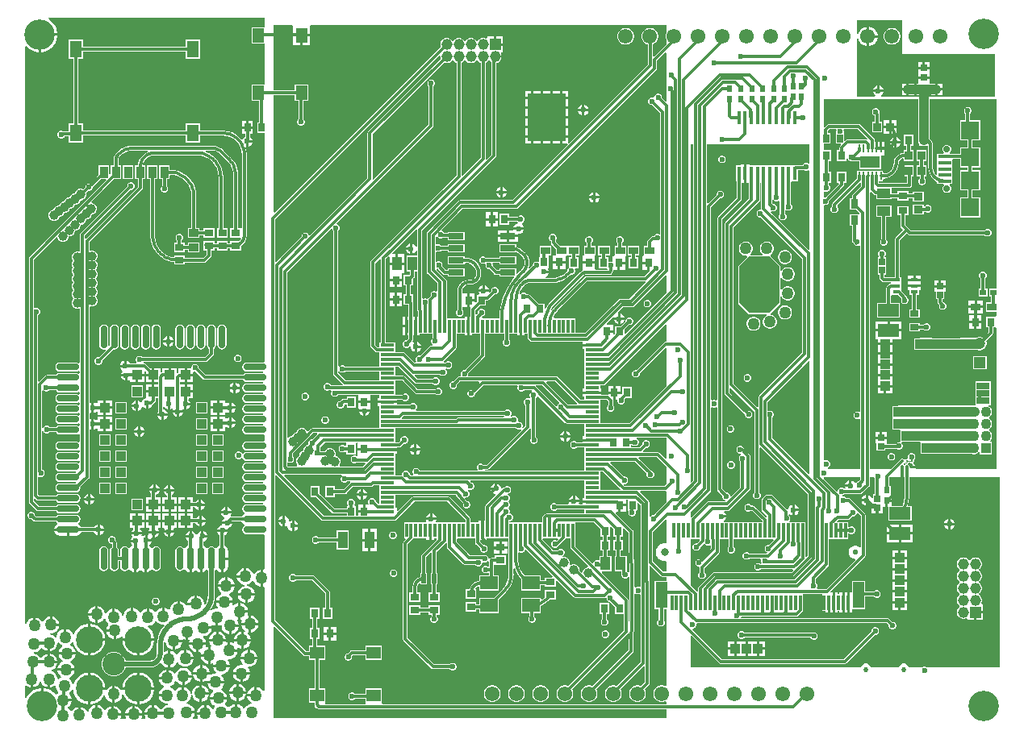
<source format=gtl>
%FSTAX43Y43*%
%MOMM*%
%SFA1B1*%

%IPPOS*%
%AMD122*
4,1,8,-2.120900,1.940560,-2.120900,-1.940560,-1.059180,-2.999740,1.059180,-2.999740,2.120900,-1.940560,2.120900,1.940560,1.059180,2.999740,-1.059180,2.999740,-2.120900,1.940560,0.0*
%
%ADD10C,0.200000*%
%ADD11C,0.253999*%
%ADD18R,0.799998X0.949998*%
%ADD19R,1.527997X0.649999*%
%ADD20R,0.999998X0.799998*%
%ADD21R,0.299999X1.549997*%
%ADD22R,1.199998X2.749995*%
%ADD23R,1.474997X0.299999*%
%ADD24R,0.299999X1.474997*%
%ADD25R,0.999998X0.999998*%
%ADD26R,0.999998X0.999998*%
%ADD27C,0.999998*%
%ADD28R,2.199996X1.349997*%
%ADD29R,0.799998X0.349999*%
%ADD30R,0.719999X0.689999*%
%ADD31R,0.899998X0.649999*%
%ADD32R,0.599999X0.749999*%
%ADD33R,1.499997X1.299997*%
%ADD34R,0.799998X0.939998*%
%ADD35C,0.250000*%
%ADD36R,0.809998X0.939998*%
%ADD37R,1.399997X0.999998*%
%ADD38R,0.949998X0.799998*%
%ADD39R,1.349997X0.399999*%
%ADD40R,1.899996X1.899996*%
%ADD41R,0.939998X0.799998*%
%ADD42R,0.979998X0.859998*%
%ADD43R,0.449999X1.474997*%
%ADD44R,1.299997X1.799996*%
%ADD45R,0.899998X1.199998*%
%ADD46R,1.299997X1.499997*%
%ADD47R,0.649999X0.899998*%
%ADD48R,0.939998X0.809998*%
%ADD49R,0.799998X0.999998*%
%ADD50R,2.119996X1.309997*%
%ADD51R,0.250000X0.899998*%
%ADD52R,1.019998X1.469997*%
%ADD53R,1.019998X1.819996*%
%ADD54R,1.899996X1.399997*%
%ADD55R,0.749999X0.599999*%
%ADD56R,0.499999X0.999998*%
%ADD115C,0.299999*%
%ADD116C,0.299999*%
%ADD117C,0.499999*%
%ADD118O,2.399995X0.749999*%
%ADD119O,0.749999X2.399995*%
%ADD120C,0.999998*%
%ADD121C,0.090000*%
G04~CAMADD=122~4~0.0~0.0~2362.2~1669.3~0.0~417.3~0~0.0~0.0~0.0~0.0~0~0.0~0.0~0.0~0.0~0~0.0~0.0~0.0~90.0~1670.0~2362.0*
%ADD122D122*%
%ADD123C,1.549997*%
%ADD124C,0.574999*%
%ADD125C,0.824998*%
%ADD126R,0.699999X0.699999*%
%ADD127C,2.849994*%
%ADD128C,2.399995*%
%ADD129R,1.149998X1.149998*%
%ADD130C,1.149998*%
%ADD131C,0.524999*%
%ADD132C,0.699999*%
%ADD133C,3.199994*%
%ADD134R,1.149998X1.149998*%
%ADD135R,1.199998X1.199998*%
%ADD136C,1.199998*%
%ADD137C,1.099998*%
%ADD138R,1.099998X1.099998*%
%ADD139C,1.269997*%
%ADD140C,0.599999*%
%LNshm_pcb-1*%
%LPD*%
G36*
X0067699Y0072488D02*
X0067684Y0072462D01*
X0067624Y0072239*
Y0072009*
X0067684Y0071786*
X0067699Y007176*
Y0071279*
X0066411Y0069992*
X0066294Y007004*
Y0071308*
X0066297Y0071309*
X0066496Y0071424*
X0066659Y0071587*
X0066774Y0071786*
X0066834Y0072009*
Y0072239*
X0066774Y0072462*
X0066659Y0072661*
X0066496Y0072824*
X0066297Y0072939*
X0066074Y0072999*
X0065844*
X0065621Y0072939*
X0065422Y0072824*
X0065259Y0072661*
X0065144Y0072462*
X0065084Y0072239*
Y0072009*
X0065144Y0071786*
X0065259Y0071587*
X0065422Y0071424*
X0065621Y0071309*
X0065784Y0071265*
Y0069195*
X0057495Y0060905*
X0057368Y0060958*
Y0061501*
X0056741*
Y0060874*
X0057284*
X0057336Y0060747*
X0051493Y0054904*
X0046056*
X0045959Y0054885*
X0045876Y0054829*
X0042645Y0051599*
X004259Y0051516*
X0042571Y0051418*
Y0047372*
X004259Y0047275*
X0042645Y0047192*
X0043644Y0046193*
Y0045386*
X0043517Y0045312*
X0043429Y0045349*
X0043269*
X0043122Y0045288*
X004301Y0045176*
X0042949Y0045029*
Y0044869*
X0042961Y004484*
X0042719Y0044598*
X0042709Y0044584*
X0042581Y004454*
X0042546Y004455*
X0042429Y0044599*
X0042269*
X0042181Y0044562*
X0042054Y0044636*
Y0051693*
X0049779Y0059419*
X0049834Y0059501*
X0049854Y0059599*
Y0069339*
X004997Y006937*
X0050123Y0069459*
X0050249Y0069585*
X0050338Y0069738*
X0050384Y006991*
Y0070088*
X0050338Y007026*
X0050307Y0070313*
X005038Y007044*
X0050538*
Y0071142*
X0049709*
Y0071269*
X0049582*
Y0072098*
X004888*
Y007194*
X0048753Y0071867*
X00487Y0071898*
X0048528Y0071944*
X004835*
X0048178Y0071898*
X0048025Y0071809*
X0047899Y0071683*
X0047877Y0071646*
X0047731*
X0047709Y0071683*
X0047583Y0071809*
X004743Y0071898*
X0047258Y0071944*
X004708*
X0046908Y0071898*
X0046755Y0071809*
X0046629Y0071683*
X0046607Y0071646*
X0046461*
X0046439Y0071683*
X0046313Y0071809*
X004616Y0071898*
X0045988Y0071944*
X004581*
X0045638Y0071898*
X0045485Y0071809*
X0045359Y0071683*
X0045337Y0071646*
X0045191*
X0045169Y0071683*
X0045043Y0071809*
X004489Y0071898*
X0044718Y0071944*
X004454*
X0044368Y0071898*
X0044215Y0071809*
X0044089Y0071683*
X0044Y007153*
X0043954Y0071358*
Y007118*
X0044Y0071008*
X0044003Y0071003*
X0026616Y0053617*
X0026499Y0053665*
Y0065965*
X0028643*
Y006537*
X0029099*
Y0063465*
X0028991Y0063357*
X002893Y006321*
Y0063051*
X0028991Y0062904*
X0029104Y0062791*
X0029251Y006273*
X002941*
X0029557Y0062791*
X0029669Y0062904*
X002973Y0063051*
Y006321*
X0029669Y0063357*
X0029609Y0063417*
Y006537*
X0030143*
Y006707*
X0028643*
Y0066475*
X0026499*
Y0073299*
X0028393*
X0028489Y0073224*
Y0073172*
Y0072347*
X0029393*
X0030297*
Y0073172*
Y0073224*
X0030393Y0073299*
X0067699*
Y0072488*
G37*
G36*
X0092449Y0070299D02*
X0102199D01*
Y0065799*
X009023*
X0090205Y0065926*
X0090213Y0065929*
X0090369Y0066085*
X0090446Y0066272*
X0089352*
X0089429Y0066085*
X0089585Y0065929*
X0089593Y0065926*
X0089568Y0065799*
X0087699*
Y0071837*
X0087826Y0071854*
X008786Y0071727*
X0087996Y0071492*
X0088187Y0071301*
X0088422Y0071165*
X0088684Y0071095*
X0088692*
Y0072124*
Y0073153*
X0088684*
X0088422Y0073083*
X0088187Y0072947*
X0087996Y0072756*
X008786Y0072521*
X0087826Y0072394*
X0087699Y0072411*
Y0073799*
X0092449*
Y0070299*
G37*
G36*
X0025499Y007307D02*
X0024143D01*
Y007137*
X0025499*
Y006707*
X0024143*
Y006537*
X0024913*
Y0063101*
X0024742*
Y0062001*
X0025499*
Y0037932*
X0025401Y0037851*
X0025325Y0037866*
X0023675*
X0023489Y003783*
X0023332Y0037725*
X0023227Y0037567*
X002319Y0037382*
X0023227Y0037197*
X0023332Y003704*
X0023489Y0036935*
X0023675Y0036898*
X0025325*
X0025384Y0036849*
X0025274Y0036766*
X0023675*
X0023489Y003673*
X0023332Y0036625*
X0023274Y0036537*
X0019346*
X0018631Y0037253*
Y0037372*
X001857Y0037519*
X0018457Y0037632*
X001831Y0037693*
X0018151*
X0018004Y0037632*
X0017891Y0037519*
X001783Y0037372*
Y0037286*
X0017377*
Y0036659*
X0018004*
Y0036816*
X0018131Y0036901*
X0018151Y0036893*
X001827*
X0019061Y0036102*
X0019143Y0036047*
X0019241Y0036027*
X0023274*
X0023332Y0035941*
X0023489Y0035835*
X0023675Y0035798*
X0025325*
X0025384Y0035749*
X0025274Y0035666*
X0023675*
X0023489Y003563*
X0023332Y0035525*
X0023227Y0035367*
X002319Y0035182*
X0023227Y0034997*
X0023332Y003484*
X0023489Y0034735*
X0023675Y0034698*
X0025325*
X0025384Y0034649*
X0025274Y0034566*
X0023675*
X0023489Y003453*
X0023332Y0034425*
X0023227Y0034267*
X002319Y0034082*
X0023227Y0033897*
X0023332Y003374*
X0023489Y0033635*
X0023675Y0033598*
X0025325*
X0025384Y0033549*
X0025274Y0033466*
X0023675*
X0023489Y003343*
X0023332Y0033325*
X0023227Y0033167*
X002319Y0032982*
X0023227Y0032797*
X0023332Y003264*
X0023489Y0032535*
X0023675Y0032498*
X0025325*
X0025384Y0032449*
X0025274Y0032366*
X0023675*
X0023489Y003233*
X0023332Y0032225*
X0023227Y0032067*
X002319Y0031882*
X0023227Y0031697*
X0023332Y003154*
X0023489Y0031435*
X0023675Y0031398*
X0025325*
X0025384Y0031349*
X0025274Y0031266*
X0023675*
X0023489Y003123*
X0023332Y0031125*
X0023227Y0030967*
X002319Y0030782*
X0023227Y0030597*
X0023332Y003044*
X0023489Y0030335*
X0023675Y0030298*
X0025325*
X0025401Y0030313*
X0025499Y0030232*
Y0029632*
X0025401Y0029551*
X0025325Y0029566*
X0023675*
X0023489Y002953*
X0023332Y0029425*
X0023227Y0029267*
X002319Y0029083*
X0023227Y0028897*
X0023332Y002874*
X0023489Y0028635*
X0023675Y0028598*
X0025325*
X0025384Y0028549*
X0025274Y0028466*
X0023675*
X0023489Y002843*
X0023332Y0028325*
X0023297Y0028273*
X0023154Y0028287*
X0023138Y0028326*
X0023026Y0028438*
X0022879Y0028499*
X0022719*
X0022572Y0028438*
X002246Y0028326*
X0022399Y0028179*
Y0028019*
X002246Y0027872*
X0022572Y002776*
X0022719Y0027699*
X0022879*
X0023026Y002776*
X0023092Y0027826*
X0023222Y0027798*
X0023231Y0027791*
X0023332Y002764*
X0023489Y0027535*
X0023675Y0027498*
X0025325*
X0025384Y0027449*
X0025274Y0027366*
X0023675*
X0023489Y002733*
X0023332Y0027225*
X0023227Y0027067*
X002319Y0026882*
X0023227Y0026697*
X0023332Y002654*
X0023489Y0026435*
X0023675Y0026398*
X0025325*
X0025384Y0026349*
X0025274Y0026266*
X0023675*
X0023489Y002623*
X0023332Y0026125*
X0023227Y0025967*
X002319Y0025782*
X0023227Y0025597*
X0023332Y002544*
X0023489Y0025335*
X0023675Y0025298*
X0025325*
X0025384Y0025249*
X0025274Y0025166*
X0023675*
X0023489Y002513*
X0023332Y0025025*
X0023227Y0024867*
X002319Y0024682*
X0023227Y0024497*
X0023332Y002434*
X0023489Y0024235*
X0023675Y0024198*
X0025325*
X0025384Y0024149*
X0025274Y0024066*
X0023675*
X0023489Y002403*
X0023332Y0023925*
X0023227Y0023767*
X002319Y0023582*
X0023227Y0023397*
X0023332Y0023241*
X0023489Y0023135*
X0023675Y0023098*
X0025325*
X0025384Y0023049*
X0025274Y0022966*
X0023675*
X0023489Y002293*
X0023332Y0022825*
X0023227Y0022667*
X002319Y0022482*
X0023227Y0022297*
X0023332Y002214*
X0023399Y0022095*
X0023405Y0022072*
X002339Y0021948*
X0023221Y0021836*
X0023088Y0021637*
X0022*
X0021968Y002168*
X0021942Y0021759*
X0021969Y0021785*
X0022046Y0021972*
X0020952*
X0021029Y0021785*
X0021185Y0021629*
X0021263Y0021597*
X0021274Y0021532*
X0021272Y0021456*
X0021129Y0021313*
X0021052Y0021126*
X0022164*
X0022165Y0021127*
X0023088*
X0023221Y0020929*
X002339Y0020816*
X0023405Y0020693*
X0023399Y0020669*
X0023332Y0020625*
X0023227Y0020467*
X002319Y0020282*
X0023227Y0020097*
X0023332Y001994*
X0023489Y0019835*
X0023675Y0019798*
X0025325*
X0025401Y0019813*
X0025499Y0019732*
Y0016147*
X0025398Y001607*
X0025341Y0016085*
Y0015199*
Y0014313*
X0025398Y0014328*
X0025499Y0014251*
Y0003372*
X0025372Y0003338*
X002531Y0003445*
X0025146Y000361*
X0024942Y0003727*
X0024726Y0003785*
Y0002899*
X0024599*
Y0002772*
X0023713*
X0023771Y0002556*
X0023888Y0002353*
X0024053Y0002188*
X0024179Y0002115*
X0024145Y0001988*
X0024082*
X0023856Y0001927*
X0023653Y000181*
X0023488Y0001645*
X0023422Y0001532*
X0023276*
X002321Y0001645*
X0023045Y000181*
X0022842Y0001927*
X0022626Y0001985*
Y0001099*
X0022372*
Y0001985*
X0022156Y0001927*
X0021953Y000181*
X0021832Y0001689*
X0021749Y0001659*
X0021666Y0001689*
X0021545Y000181*
X002142Y0001883*
X0021396Y0002039*
X002141Y0002053*
X0021527Y0002256*
X0021585Y0002472*
X0019813*
X0019871Y0002256*
X0019988Y0002053*
X0020153Y0001888*
X0020278Y0001815*
X0020302Y0001659*
X0020288Y0001645*
X0020193Y0001482*
X0020077Y0001469*
X002005Y0001477*
X002001Y0001545*
X0019845Y000171*
X0019642Y0001827*
X0019426Y0001885*
Y0000999*
X0019299*
Y0000872*
X0018413*
X0018471Y0000656*
X0018546Y0000526*
X0018472Y0000399*
X0018022*
X0017974Y0000516*
X001801Y0000553*
X0018127Y0000756*
X0018185Y0000972*
X0017299*
Y0001226*
X0018185*
X0018127Y0001442*
X001801Y0001645*
X0017845Y000181*
X0017642Y0001927*
X0017416Y0001988*
X0017353*
X0017319Y0002115*
X0017445Y0002188*
X001761Y0002353*
X0017727Y0002556*
X0017788Y0002782*
Y0002912*
Y0002947*
X0017915Y0002963*
X0017925Y0002925*
X0017971Y0002756*
X0018088Y0002553*
X0018253Y0002388*
X0018456Y0002271*
X0018672Y0002213*
Y0003099*
Y0003985*
X0018456Y0003927*
X0018253Y000381*
X0018088Y0003645*
X0017971Y0003442*
X001791Y0003216*
Y0003086*
Y0003051*
X0017783Y0003035*
X0017773Y0003073*
X0017727Y0003242*
X001761Y0003445*
X0017445Y000361*
X0017242Y0003727*
X0017026Y0003785*
Y0002899*
X0016772*
Y0003785*
X0016556Y0003727*
X0016353Y000361*
X0016188Y0003445*
X0016162Y0003401*
X0016036*
X001601Y0003445*
X0015845Y000361*
X0015642Y0003727*
X0015621Y0003733*
Y0003865*
X0015642Y0003871*
X0015845Y0003988*
X001601Y0004153*
X0016127Y0004356*
X0016135Y0004383*
X0016261Y00044*
X0016288Y0004353*
X0016453Y0004188*
X0016656Y0004071*
X0016872Y0004013*
Y0004899*
X0016999*
Y0005026*
X0017885*
X0017827Y0005242*
X001771Y0005445*
X0017545Y000561*
X0017342Y0005727*
X0017135Y0005783*
X0017151Y000591*
X0017316*
X0017542Y0005971*
X0017745Y0006088*
X001791Y0006253*
X0018027Y0006456*
X0018085Y0006672*
X0017199*
Y0006799*
X0017072*
Y0007685*
X0016856Y0007627*
X0016653Y000751*
X0016488Y0007345*
X0016393Y0007182*
X0016277Y0007169*
X0016249Y0007177*
X001621Y0007245*
X0016045Y000741*
X0015842Y0007527*
X0015626Y0007585*
Y0006699*
Y0005813*
X0015842Y0005871*
X0016045Y0005988*
X001621Y0006153*
X0016305Y0006316*
X0016421Y0006329*
X0016448Y0006321*
X0016488Y0006253*
X0016653Y0006088*
X0016856Y0005971*
X0017063Y0005915*
X0017047Y0005788*
X0016882*
X0016656Y0005727*
X0016453Y000561*
X0016288Y0005445*
X0016171Y0005242*
X0016163Y0005215*
X0016037Y0005198*
X001601Y0005245*
X0015845Y000541*
X0015642Y0005527*
X0015426Y0005585*
Y0004699*
X0015299*
Y0004572*
X0014413*
X0014471Y0004356*
X0014588Y0004153*
X0014753Y0003988*
X0014956Y0003871*
X0014978Y0003865*
Y0003733*
X0014956Y0003727*
X0014753Y000361*
X0014588Y0003445*
X0014471Y0003242*
X0014413Y0003026*
X0015299*
Y0002772*
X0014413*
X0014471Y0002556*
X0014588Y0002353*
X0014753Y0002188*
X0014956Y0002071*
X0015182Y000201*
X0015347*
X0015363Y0001883*
X0015156Y0001827*
X0014953Y000171*
X0014788Y0001545*
X0014722Y0001432*
X0014576*
X001451Y0001545*
X0014345Y000171*
X0014142Y0001827*
X0013926Y0001885*
Y0000999*
X0013799*
Y0000872*
X0012913*
X0012971Y0000656*
X0013046Y0000526*
X0012972Y0000399*
X0012664*
X00126Y0000509*
X0012627Y0000556*
X0012685Y0000772*
X0010913*
X0010971Y0000556*
X0010998Y0000509*
X0010934Y0000399*
X0010464*
X00104Y0000509*
X0010427Y0000556*
X0010485Y0000772*
X0009599*
Y0000899*
X0009472*
Y0001785*
X0009256Y0001727*
X0009053Y000161*
X0008888Y0001445*
X0008848Y0001377*
X0008821Y0001369*
X0008705Y0001382*
X000861Y0001545*
X0008445Y000171*
X0008242Y0001827*
X0008026Y0001885*
Y0000999*
X0007772*
Y0001885*
X0007556Y0001827*
X0007353Y000171*
X0007188Y0001545*
X0007071Y0001342*
X0007035Y000121*
X0006899Y0001192*
X000681Y0001345*
X0006645Y000151*
X0006442Y0001627*
X0006226Y0001685*
Y0000799*
X0005972*
Y0001685*
X0005756Y0001627*
X0005553Y000151*
X0005388Y0001345*
X0005318Y0001224*
X0005171*
X000511Y000133*
X0004945Y0001495*
X0004888Y0001528*
Y0001655*
X0004945Y0001688*
X000511Y0001853*
X0005227Y0002056*
X0005285Y0002272*
X0004399*
Y0002526*
X0005285*
X0005227Y0002742*
X000511Y0002945*
X0005025Y000303*
X0005045Y0003188*
X000521Y0003353*
X0005257Y0003435*
X0005424Y0003469*
X0005445Y0003453*
Y0003434*
X000551Y0003109*
X0005636Y0002804*
X000582Y0002529*
X0006054Y0002295*
X0006329Y0002111*
X0006634Y0001985*
X0006959Y000192*
X0006997*
Y0003599*
Y0005278*
X0006959*
X0006634Y0005213*
X0006329Y0005087*
X0006054Y0004903*
X000582Y0004669*
X0005636Y0004394*
X000551Y0004089*
X0005505Y0004068*
X0005375Y0004064*
X0005327Y0004242*
X000521Y0004445*
X0005045Y000461*
X0004998Y0004637*
X0005015Y0004763*
X0005042Y0004771*
X0005245Y0004888*
X000541Y0005053*
X0005527Y0005256*
X0005585Y0005472*
X0003813*
X0003871Y0005256*
X0003988Y0005053*
X0004153Y0004888*
X00042Y0004861*
X0004183Y0004735*
X0004156Y0004727*
X0003953Y000461*
X0003915Y0004572*
X0003788Y0004625*
Y0004716*
X0003727Y0004942*
X000361Y0005145*
X0003445Y000531*
X0003242Y0005427*
X000322Y0005433*
Y0005565*
X0003242Y0005571*
X0003445Y0005688*
X000361Y0005853*
X0003727Y0006056*
X0003785Y0006272*
X0002899*
Y0006399*
X0002772*
Y0007285*
X0002556Y0007227*
X0002353Y000711*
X0002188Y0006945*
X0002122Y0006832*
X0001976*
X000191Y0006945*
X0001745Y000711*
X0001542Y0007227*
X0001335Y0007283*
X0001351Y000741*
X0001416*
X0001642Y0007471*
X0001845Y0007588*
X000201Y0007753*
X0002055Y000783*
X0002122Y0007842*
X0002205Y0007836*
X0002353Y0007688*
X0002556Y0007571*
X0002772Y0007513*
Y0008399*
X0003026*
Y0007513*
X0003242Y0007571*
X0003445Y0007688*
X000361Y0007853*
X0003727Y0008056*
X0003788Y0008282*
Y0008382*
X0003801Y0008391*
X0003915Y0008426*
X0004053Y0008288*
X0004256Y0008171*
X0004283Y0008163*
X00043Y0008037*
X0004253Y000801*
X0004088Y0007845*
X0003971Y0007642*
X0003913Y0007426*
X0005685*
X0005627Y0007642*
X000551Y0007845*
X0005345Y000801*
X0005142Y0008128*
X0005115Y0008135*
X0005098Y0008261*
X0005145Y0008288*
X000531Y0008453*
X0005334Y0008493*
X0005467Y0008471*
X000551Y0008259*
X0005636Y0007954*
X000582Y0007679*
X0006054Y0007445*
X0006329Y0007261*
X0006634Y0007135*
X0006959Y000707*
X0006997*
Y0008749*
Y0010428*
X0006959*
X0006634Y0010363*
X0006329Y0010237*
X0006054Y0010053*
X000582Y0009819*
X0005636Y0009544*
X0005556Y0009352*
X0005469Y0009345*
X000542Y0009355*
X000531Y0009545*
X0005145Y000971*
X0004942Y0009827*
X0004726Y0009885*
Y0008999*
X0004472*
Y0009885*
X0004256Y0009827*
X0004053Y000971*
X0003888Y0009545*
X0003771Y0009342*
X000371Y0009116*
Y0009017*
X0003697Y0009007*
X0003583Y0008972*
X0003445Y000911*
X0003242Y0009227*
X0003035Y0009283*
X0003051Y000941*
X0003216*
X0003442Y0009471*
X0003645Y0009588*
X000381Y0009753*
X0003927Y0009956*
X0003985Y0010172*
X0003099*
Y0010299*
X0002972*
Y0011185*
X0002756Y0011127*
X0002553Y001101*
X0002388Y0010845*
X0002293Y0010682*
X0002177Y0010669*
X000215Y0010677*
X000211Y0010745*
X0001945Y001091*
X0001742Y0011027*
X0001526Y0011085*
Y0010199*
X0001272*
Y0011085*
X0001056Y0011027*
X0000853Y001091*
X0000688Y0010745*
X0000571Y0010542*
X0000526Y0010376*
X0000399Y0010392*
Y0013699*
Y0071047*
X0000526Y00711*
X0000742Y0070884*
X0001046Y0070681*
X0001383Y0070541*
X0001741Y007047*
X0001797*
Y0072324*
X0001924*
Y0072451*
X0003778*
Y0072507*
X0003707Y0072865*
X0003567Y0073202*
X0003364Y0073506*
X0003106Y0073764*
X0002915Y0073891*
X0002883Y0074065*
X0002898Y0074087*
X0025499*
Y007307*
G37*
G36*
X0045359Y0069585D02*
X0045485Y0069459D01*
X0045638Y006937*
X0045644Y0069368*
Y0057505*
X0036719Y0048579*
X0036664Y0048497*
X0036644Y0048399*
Y0039599*
X0036664Y0039501*
X0036719Y0039419*
X0037119Y0039019*
X0037201Y0038964*
X0037299Y0038944*
X0037574*
Y0038076*
Y0037949*
X0037573*
X0037574*
Y0037454*
X003401*
X0033926Y0037538*
X0033779Y0037599*
X0033619*
X0033472Y0037538*
X0033386Y0037451*
X0033266Y0037486*
X0033259Y003749*
Y0051684*
X0033343Y0051768*
X0033404Y0051915*
Y0052074*
X0033343Y0052221*
X003323Y0052333*
X0033142Y005237*
X0033104Y0052512*
X004318Y0062587*
X0043234Y006267*
X0043254Y0062767*
Y0066888*
X0043338Y0066972*
X0043399Y0067119*
Y0067279*
X0043338Y0067426*
X0043226Y0067538*
X0043079Y0067599*
X0042919*
X0042772Y0067538*
X004266Y0067426*
X0042599Y0067279*
Y0067119*
X004266Y0066972*
X0042744Y0066888*
Y0062873*
X003696Y0057089*
X0036945Y0057091*
X0036838Y0057146*
Y0061847*
X0044363Y0069373*
X0044368Y006937*
X004454Y0069324*
X0044718*
X004489Y006937*
X0045043Y0069459*
X0045169Y0069585*
X0045191Y0069622*
X0045337*
X0045359Y0069585*
G37*
G36*
X0067699Y0070393D02*
Y0066679D01*
Y006535*
X0067582Y0065302*
X0067224Y0065659*
Y0065779*
X0067163Y0065926*
X0067051Y0066038*
X0066904Y0066099*
X0066744*
X0066597Y0066038*
X0066485Y0065926*
X0066424Y0065779*
Y0065756*
X0066297Y0065671*
X0066229Y0065699*
X0066069*
X0065922Y0065638*
X006581Y0065526*
X0065749Y0065379*
Y0065219*
X006581Y0065072*
X0065922Y006496*
X0066069Y0064899*
X0066189*
X0067058Y0064029*
Y0051395*
X0066931Y0051322*
X0066843Y0051358*
X0066683*
X0066536Y0051298*
X0066424Y0051185*
X0066412Y0051156*
X0066276*
X0066179Y0051137*
X0066096Y0051081*
X006573Y0050716*
X0065675Y0050633*
X0065656Y0050535*
Y0050084*
X0065311*
Y0049084*
X0065199Y0049046*
X0065146*
Y0048444*
X00658*
Y0048317*
X0065927*
Y0047541*
X0065956Y004747*
X0065387Y0046902*
X0059276*
X0059179Y0046882*
X0059096Y0046827*
X0055933Y0043665*
X0055931Y0043667*
X0055682Y0043376*
X0055579Y0043451*
X0055761Y0043747*
X0056081Y0044123*
X0056088Y0044127*
X0058704Y0046744*
X0058711Y0046754*
X0058985Y0046964*
X0059158Y0047036*
X0059172Y0047039*
X0059192Y004705*
X005931Y0047069*
X0061724*
X0061822Y0047089*
X0061904Y0047144*
X0061905Y0047143*
X0062013Y0047284*
X0062082Y0047449*
X0062101Y0047596*
X0062566*
Y0048325*
X0062693*
Y0048452*
X0063347*
Y0049008*
X0063442Y0049084*
Y004913*
Y0050084*
X0063072*
Y005042*
X0063157Y0050504*
X0063217Y0050651*
Y005081*
X0063157Y0050957*
X0063044Y005107*
X0062897Y005113*
X0062738*
X0062591Y005107*
X0062478Y0050957*
X0062417Y005081*
Y0050651*
X0062478Y0050504*
X0062562Y005042*
Y0050084*
X0062242*
Y0049084*
X0062128Y0049054*
X0062039*
Y0048493*
X0061972Y0048449*
X0061813*
X006172Y004841*
X0061593Y0048481*
Y00489*
X0061347*
Y0049084*
X0061742*
Y0050084*
X0060542*
Y0049084*
X0060838*
Y00489*
X0060593*
Y004775*
X0061458*
X0061518Y0047623*
X0061482Y0047579*
X0060308*
X0060201Y0047629*
Y0047706*
Y004823*
X0059547*
X0058893*
Y0047629*
X0058904*
X0058909Y0047617*
X0058926Y0047501*
X0058626Y0047341*
X0058341Y0047107*
X0058344Y0047104*
X0055727Y0044488*
X0055722Y0044492*
X0055345Y004405*
X005504Y0043554*
X0055019Y0043501*
X0054894Y0043525*
Y0044044*
X0054254*
X0053377Y0044922*
X0053294Y0044977*
X0053196Y0044997*
X005305*
X0053038Y0045026*
X0052926Y0045138*
X0052779Y0045199*
X0052619*
X0052472Y0045138*
X0052393Y0045058*
X005228Y0045126*
X0052325Y0045273*
X0052536Y0045668*
X0052814Y0046007*
X0052823Y0046013*
X0052829Y0046022*
X0053023Y0046151*
X0053251Y0046196*
X0053261Y0046194*
X0055597*
Y004619*
X0056035Y0046225*
X0056462Y0046327*
X0056867Y0046495*
X0057242Y0046725*
X0057576Y004701*
X0057673Y0047082*
X0057782*
X0057929Y0047143*
X0058042Y0047256*
X0058103Y0047403*
Y0047562*
X0058064Y0047656*
X0058134Y0047783*
X0058447*
Y0048932*
X0058202*
Y0049084*
X0058535*
Y0050084*
X0057442*
X0057335*
X0057208*
X0056511*
X0056074Y0050522*
Y0050694*
X00561Y0050721*
X0056161Y0050868*
Y0051027*
X00561Y0051174*
X0055988Y0051287*
X0055841Y0051347*
X0055682*
X0055535Y0051287*
X0055422Y0051174*
X0055361Y0051027*
Y0050868*
X0055422Y0050721*
X0055535Y0050608*
X0055564Y0050596*
Y0050416*
X0055583Y0050319*
X0055638Y0050236*
X0055698Y0050176*
X0055611Y0050084*
X0054415*
Y0049084*
X0054388Y0048968*
X0054333*
Y0048481*
X0054207Y004841*
X0054113Y0048449*
X0053954*
X0053807Y0048388*
X0053694Y0048276*
X0053633Y0048129*
Y0048024*
X0053314Y0047726*
X0053203Y0047796*
X0053275Y0048035*
X0053305Y0048337*
X0053275Y0048639*
X0053187Y004893*
X0053044Y0049198*
X0052892Y0049383*
X0052891Y0049384*
X0052852Y0049432*
X0052809Y0049477*
X0052465Y004976*
X005207Y0049971*
X0051924Y0050015*
Y0050309*
X0050196*
Y0049459*
X0051924*
X0051932Y0049464*
X0052178Y0049332*
X0052356Y0049186*
X0052451Y0049101*
X0052536Y0049011*
X0052655Y0048856*
X0052758Y0048606*
X0052794Y0048337*
X0052758Y0048069*
X0052655Y0047819*
X0052569Y0047707*
X005249Y0047613*
X0052488Y0047612*
X0052401Y004752*
X0052235Y0047372*
X0052043Y0047156*
X0051924Y0047202*
Y0047769*
X0050196*
Y0047599*
X0049907*
X0049497Y0048009*
Y0048129*
X0049451Y004824*
X0049511Y0048367*
X0050196*
Y0048189*
X0051924*
Y0049039*
X0050196*
Y0048876*
X0048773*
X0048681Y0048968*
X0048534Y0049029*
X0048375*
X0048228Y0048968*
X0048116Y0048855*
X0048055Y0048708*
Y0048549*
X0048116Y0048402*
X0048228Y004829*
X0048375Y0048229*
X0048534*
X0048615Y0048262*
X0048712Y0048165*
X0048697Y0048129*
Y0047969*
X0048758Y0047822*
X004887Y004771*
X0049017Y0047649*
X0049136*
X0049622Y0047164*
X0049704Y0047109*
X0049802Y0047089*
X0050196*
Y0046919*
X0051675*
X0051727Y0046803*
X00517Y0046773*
X0051235Y0046118*
X0050847Y0045415*
X005054Y0044673*
X0050317Y0043902*
X0050183Y004311*
X005015Y0042525*
X0049776*
X0049649*
X0048649*
X0048522*
X0048397*
X0048331Y0042652*
X004837Y004271*
X0048517Y0042771*
X0048629Y0042883*
X004869Y004303*
Y0043189*
X0048629Y0043336*
X0048517Y0043449*
X004837Y004351*
X004821*
X0048063Y0043449*
X0047951Y0043336*
X004789Y0043189*
Y004303*
X0047902Y0043001*
X0047781Y004288*
X0047654Y0042932*
Y0043353*
X0048129Y0043829*
X0048769*
Y0044382*
X0048937*
X0049035Y0044402*
X0049117Y0044457*
X0049659Y0044999*
X0049779*
X0049926Y004506*
X0050038Y0045172*
X0050099Y0045319*
Y0045479*
X0050038Y0045626*
X0049926Y0045738*
X0049779Y0045799*
X0049619*
X0049472Y0045738*
X004936Y0045626*
X0049299Y0045479*
Y0045359*
X004915Y0045212*
X0049059Y0045272*
X0047944*
X0048017Y0045096*
X0047972Y0044969*
X0047769*
Y0044218*
X004771Y0044172*
X0047583Y0044231*
Y0044272*
X0047056*
Y0043675*
X004709*
X0047161Y0043561*
X0047162Y0043548*
X0047144Y0043459*
Y0042679*
X0047026*
Y0041687*
Y0040695*
X0047303*
Y0040849*
X0048144*
Y003868*
X0046539Y0037074*
X0046419*
X0046272Y0037013*
X004616Y0036901*
X0046099Y0036754*
Y0036594*
X0046136Y0036506*
X0046062Y0036379*
X0045974*
X0045876Y0036359*
X0045794Y0036304*
X0045364Y0035874*
X0045244*
X0045097Y0035814*
X0044985Y0035701*
X0044924Y0035554*
Y0035394*
X0044985Y0035247*
X0045097Y0035135*
X0045244Y0035074*
X0045404*
X0045551Y0035135*
X0045663Y0035247*
X0045724Y0035394*
Y0035514*
X004608Y0035869*
X0047973*
X0048022Y0035752*
X0047265Y0034995*
X0047146*
X0046999Y0034934*
X0046886Y0034821*
X0046825Y0034674*
Y0034515*
X0046886Y0034368*
X0046999Y0034256*
X0047146Y0034195*
X0047305*
X0047452Y0034256*
X0047565Y0034368*
X0047625Y0034515*
Y0034634*
X004846Y0035469*
X0052037*
X0052111Y0035342*
X0052074Y0035254*
Y0035094*
X0052135Y0034947*
X0052247Y0034835*
X0052394Y0034774*
X0052554*
X0052701Y0034835*
X0052785Y0034919*
X005357*
X0053595Y0034792*
X005352Y0034761*
X0053408Y0034649*
X0053347Y0034502*
Y0034342*
X0053408Y0034195*
X0053413Y003419*
X0053408Y0034164*
X0053263Y0034087*
X005323Y00341*
X0053071*
X0052924Y003404*
X0052811Y0033927*
X005275Y003378*
Y0033621*
X0052811Y0033474*
X0052896Y003339*
Y0031181*
X005266Y0030945*
X0052552Y0031017*
X0052599Y0031131*
Y003129*
X0052538Y0031437*
X0052426Y0031549*
X0052279Y003161*
X0052171*
X0052087Y003171*
X0052082Y0031728*
X0052099Y0031769*
Y0031929*
X0052038Y0032076*
X0051926Y0032188*
X0051779Y0032249*
X0051619*
X0051472Y0032188*
X0051458Y0032173*
X0051425Y003218*
X00514Y0032227*
X0051372Y003232*
X0051424Y0032444*
Y0032604*
X0051363Y0032751*
X0051251Y0032863*
X0051104Y0032924*
X0050944*
X0050797Y0032863*
X0050713Y0032779*
X0041424*
X0041372Y0032906*
X0041438Y0032972*
X0041499Y0033119*
Y0033279*
X0041438Y0033426*
X0041326Y0033538*
X0041179Y0033599*
X0041019*
X0040872Y0033538*
X0040788Y0033454*
X0039402*
Y0033572*
X0038411*
X003742*
Y0033295*
X0037574*
Y0033076*
Y0032949*
X0037573*
X0037574*
Y0032449*
Y0031576*
Y0031449*
X0037573*
X0037574*
Y0030954*
X0030524*
X0030426Y0030934*
X0030344Y0030879*
X0030106Y0030641*
X0029981Y0030666*
X0029967Y0030701*
X0029798Y0030869*
X0029578Y0030961*
X0029339*
X0029119Y0030869*
X002895Y0030701*
X0028902Y0030584*
X0028886*
X0028666Y0030492*
X0028497Y0030323*
X0028423Y0030144*
X0028336*
X0028116Y0030052*
X0028011Y0029947*
X0027884Y003*
Y0047292*
X0032486Y0051894*
X0032628Y0051856*
X0032665Y0051768*
X0032749Y0051684*
Y0036649*
X0032768Y0036551*
X0032823Y0036469*
X0033711Y0035581*
X0033659Y0035454*
X0032468*
X0032438Y0035526*
X0032326Y0035638*
X0032179Y0035699*
X0032019*
X0031872Y0035638*
X003176Y0035526*
X0031699Y0035379*
Y0035219*
X003176Y0035072*
X0031872Y003496*
X0032019Y0034899*
X0032179*
X0032287Y0034944*
X0032462*
X0032536Y0034817*
X0032499Y0034729*
Y0034569*
X003256Y0034422*
X0032672Y003431*
X0032819Y0034249*
X0032979*
X0033126Y003431*
X0033238Y0034422*
X0033247Y0034444*
X0035197*
X0035315Y0034423*
Y0034317*
Y0033826*
X0035969*
X0036623*
Y0034423*
X0036741Y0034444*
X0037574*
Y0034103*
X003742*
Y0033826*
X0038411*
X0039402*
Y0033944*
X0039988*
X0040072Y003386*
X0040219Y0033799*
X0040379*
X0040526Y003386*
X0040638Y0033972*
X0040699Y0034119*
Y0034279*
X0040638Y0034426*
X0040526Y0034538*
X0040379Y0034599*
X0040219*
X0040072Y0034538*
X0039988Y0034454*
X0039249*
Y0035322*
Y0035449*
Y0035944*
X0039993*
X0041299Y0034637*
X0041382Y0034582*
X004148Y0034563*
X0043447*
X0043533Y0034476*
X004368Y0034415*
X0043839*
X0043986Y0034476*
X0044099Y0034589*
X004416Y0034736*
Y0034895*
X0044099Y0035042*
X0043986Y0035154*
X0043839Y0035215*
X004368*
X0043533Y0035154*
X0043452Y0035073*
X0041585*
X0040279Y0036379*
X0040196Y0036434*
X0040098Y0036454*
X0039249*
Y0037444*
X0039573*
X0041293Y0035724*
X0041375Y0035669*
X0041473Y003565*
X0043175*
X004326Y0035565*
X0043407Y0035505*
X0043566*
X0043713Y0035565*
X0043825Y0035678*
X0043886Y0035825*
Y0035984*
X0043825Y0036131*
X0043713Y0036244*
X0043566Y0036305*
X0043407*
X004326Y0036244*
X0043175Y0036159*
X0041578*
X0041261Y0036477*
X0041309Y0036594*
X0043919*
X0044003Y003651*
X004415Y0036449*
X0044309*
X0044456Y003651*
X0044569Y0036623*
X004463Y003677*
Y0036929*
X0044569Y0037076*
X0044516Y0037129*
X0044552Y0037273*
X0044554*
X0044577Y003725*
X0044724Y0037189*
X0044884*
X0045031Y003725*
X0045143Y0037362*
X0045204Y0037509*
Y0037669*
X0045143Y0037816*
X0045031Y0037928*
X0044884Y0037989*
X0044724*
X0044577Y0037928*
X0044493Y0037844*
X0044365*
X004435Y0037865*
X0044354Y0038019*
X0045579Y0039244*
X0045634Y0039327*
X0045654Y0039424*
Y0040849*
X0046022*
X0046149*
X0046495*
Y0040695*
X0046772*
Y0041687*
Y0042679*
X0046495*
Y0042525*
X0046276*
X0046149*
X0044654*
Y0046365*
X0044634Y0046462*
X0044579Y0046545*
X0043547Y0047577*
X0043557Y004763*
X0043699Y0047707*
X0043719Y0047699*
X0043739*
X0044274Y0047164*
X0044356Y0047109*
X0044454Y0047089*
X0044774*
Y0046919*
X0046502*
Y0047769*
X0044774*
Y0047599*
X004456*
X0044181Y0047977*
X0044199Y0048019*
Y0048179*
X0044138Y0048326*
X0044026Y0048438*
X0043879Y0048499*
X0043719*
X0043608Y0048453*
X0043481Y0048512*
Y0049447*
X0043608Y0049521*
X0043696Y0049484*
X0043855*
X0044002Y0049545*
X0044086Y0049629*
X0044774*
Y0049459*
X0046502*
Y0050309*
X0044774*
Y0050139*
X0044086*
X0044002Y0050223*
X0043855Y0050284*
X0043696*
X0043608Y0050247*
X0043481Y0050321*
Y0051038*
X0043525Y0051073*
X0043677Y0051039*
X0043789Y0050927*
X0043936Y0050865*
X0044095*
X0044242Y0050927*
X0044271Y0050955*
X0044774*
Y0050729*
X0046502*
Y0051579*
X0044774*
Y0051464*
X0044366*
X0044355Y0051492*
X0044242Y0051604*
X0044154Y0051641*
X0044116Y0051782*
X0046327Y0053994*
X0051949*
X0052047Y0054014*
X0052129Y0054069*
X0066619Y0068559*
X0066675Y0068641*
X0066694Y0068739*
Y0069553*
X0067582Y0070441*
X0067699Y0070393*
G37*
G36*
X0088796Y0061379D02*
X008872Y0061277D01*
X0088622Y0061296*
X0086692*
X0086595Y0061277*
X0086512Y0061221*
X0086416Y0061126*
X0086299Y0061174*
Y0061949*
X0086281Y0061976*
X0086299Y0062019*
Y0062179*
X0086262Y0062267*
X0086336Y0062394*
X008778*
X0088796Y0061379*
G37*
G36*
X0049169Y0069585D02*
X0049295Y0069459D01*
X0049344Y006943*
Y0059705*
X004881Y005917*
X0048693Y0059233*
X0048694Y0059239*
Y0069368*
X00487Y006937*
X0048853Y0069459*
X0048979Y0069585*
X0049001Y0069622*
X0049147*
X0049169Y0069585*
G37*
G36*
X0082699Y0058794D02*
X0082576Y0058738D01*
X0082429Y0058799*
X0082269*
X0082122Y0058738*
X008201Y0058626*
X008198Y0058553*
X0081224*
X0081199Y0058548*
X0080824*
X0080697*
X0080301*
X0080174*
Y0058549*
Y0058548*
X0079651*
X0079524*
Y0058549*
Y0058548*
X0078874*
X0078747*
X0078224*
X0078097*
X0077701*
X0077574*
Y0058549*
Y0058548*
X0077051*
X0076924*
Y0058549*
Y0058548*
X0076428*
Y0058702*
X0076076*
Y0057711*
Y005672*
X0076344*
Y005507*
X0073877Y0052603*
X0073822Y005252*
X0073802Y0052423*
Y0034641*
X0073822Y0034544*
X0073877Y0034461*
X0075899Y0032439*
Y0032319*
X007596Y0032172*
X0076073Y003206*
X0076219Y0031999*
X0076379*
X0076526Y003206*
X0076638Y0032172*
X0076699Y0032319*
Y0032479*
X0076638Y0032626*
X0076526Y0032738*
X0076379Y0032799*
X0076259*
X0074312Y0034746*
Y0035159*
X0074429Y0035208*
X0076932Y0032706*
Y0024222*
X0076837Y0024128*
X0076776Y0023981*
Y0023822*
X0076837Y0023675*
X007695Y0023562*
X0077097Y0023501*
X0077256*
X0077403Y0023562*
X0077516Y0023675*
X0077576Y0023822*
Y0023981*
X0077516Y0024128*
X0077441Y0024202*
Y0028905*
X0077559Y0028954*
X0082483Y0024029*
Y0017544*
X0082371Y0017432*
X0082254Y001748*
Y0020199*
X0082249Y0020224*
Y0021074*
X0081876*
X0081749*
X0080876*
X0080749*
X0080619*
X0080567Y0021201*
X0080613Y0021247*
X0080674Y0021394*
Y0021554*
X0080613Y0021701*
X0080518Y0021796*
Y0021867*
X008055Y0021891*
X0080654Y0021911*
X0080685Y0021879*
X0080872Y0021802*
Y0022349*
Y0022896*
X0080685Y0022819*
X0080529Y0022663*
X0080456Y0022486*
X0080365Y002245*
X0080318Y0022445*
X0078869Y0023894*
X0078786Y0023949*
X0078689Y0023969*
X0078233*
X0078136Y0023949*
X0078053Y0023894*
X0077731Y0023572*
X0077675Y0023489*
X0077656Y0023392*
Y0022402*
X0077675Y0022304*
X0077731Y0022222*
X0078217Y0021735*
X0078207Y0021655*
X0078076Y0021606*
X0076946Y0022737*
X0076863Y0022792*
X0076766Y0022811*
X0076635*
X0076623Y002284*
X0076511Y0022953*
X0076364Y0023014*
X0076205*
X0076058Y0022953*
X0075946Y002284*
X0075884Y0022693*
Y0022534*
X0075946Y0022387*
X0076058Y0022275*
X0076205Y0022214*
X0076364*
X0076511Y0022275*
X0076534Y0022298*
X0076663*
X0077744Y0021217*
Y0021074*
X0076876*
X0076749*
X0076622*
X0075876*
X0075749*
X0075622*
X0074376*
X0074249*
X0073755*
X007373Y0021201*
X0073738Y0021204*
X0073894Y002136*
X0073971Y0021547*
X0073424*
Y0021801*
X0073971*
X0073894Y0021988*
X0073741Y0022141*
X0073742Y0022158*
X0073771Y0022268*
X0074142*
X007424Y0022287*
X0074322Y0022342*
X0076429Y0024449*
X0076484Y0024532*
X0076504Y0024629*
Y0028027*
X0076484Y0028124*
X0076429Y0028207*
X0075827Y0028809*
X0075773Y002894*
X007566Y0029053*
X0075513Y0029114*
X0075354*
X0075207Y0029053*
X0075095Y002894*
X0075034Y0028793*
Y0028634*
X0075095Y0028487*
X0075207Y0028374*
X0075354Y0028314*
X0075467*
X0075495Y0028285*
X0075473Y0028139*
X0075469Y0028135*
X007536Y0028026*
X0075299Y0027879*
Y0027719*
X007536Y0027572*
X0075444Y0027488*
Y0024751*
X0074476Y0023782*
X0074349Y0023835*
Y0023879*
X0074288Y0024026*
X0074176Y0024138*
X0074029Y0024199*
X0073924*
X0073512Y0024641*
Y0052917*
X0075479Y0054884*
X0075534Y0054967*
X0075554Y0055065*
Y005672*
X0075822*
Y0057711*
Y0058702*
X007547*
Y0058548*
X0074974*
Y0056874*
X0075044*
Y005517*
X0073077Y0053203*
X0073022Y005312*
X0073002Y0053023*
Y0033927*
X0072875Y0033874*
X0072754Y0033924*
X0072594*
X0072506Y0033887*
X0072379Y0033961*
Y0054168*
X0073309Y0055099*
X0073429*
X0073576Y005516*
X0073688Y0055272*
X0073749Y0055419*
Y0055579*
X0073688Y0055726*
X0073576Y0055838*
X0073429Y0055899*
X0073269*
X0073122Y0055838*
X007301Y0055726*
X0072949Y0055579*
Y0055459*
X0072071Y0054582*
X0071954Y005463*
Y0060799*
X0082699*
Y0058794*
G37*
G36*
Y0058004D02*
Y004975D01*
X0082582Y0049702*
X0078628Y0053655*
X00787Y0053763*
X0078794Y0053724*
X0078954*
X0079101Y0053785*
X0079213Y0053897*
X0079274Y0054044*
Y0054204*
X0079213Y0054351*
X0079101Y0054463*
X0078954Y0054524*
X0078835*
X0078804Y0054555*
Y0054912*
X0078832Y0054928*
X0078931Y0054951*
X0079022Y005486*
X0079169Y0054799*
X0079329*
X0079476Y005486*
X0079594Y0054799*
Y005346*
X007956Y0053426*
X0079499Y0053279*
Y0053119*
X007956Y0052972*
X0079672Y005286*
X0079819Y0052799*
X0079979*
X0080126Y005286*
X0080238Y0052972*
X0080299Y0053119*
Y0053279*
X0080238Y0053426*
X0080126Y0053538*
X0080104Y0053547*
Y0053849*
X0080231Y0053901*
X0080272Y005386*
X0080419Y0053799*
X0080579*
X0080726Y005386*
X0080838Y0053972*
X0080899Y0054119*
Y0054279*
X0080838Y0054426*
X0080754Y005451*
Y0056776*
X0080824Y0056874*
X0080951*
X0081474*
Y0058044*
X0082162*
X0082269Y0057999*
X0082429*
X0082576Y005806*
X0082699Y0058004*
G37*
G36*
X0046629Y0069585D02*
X0046755Y0069459D01*
X0046908Y006937*
X004708Y0069324*
X0047258*
X004743Y006937*
X0047583Y0069459*
X0047709Y0069585*
X0047731Y0069622*
X0047877*
X0047899Y0069585*
X0048025Y0069459*
X0048178Y006937*
X0048184Y0069368*
Y0059345*
X0046281Y0057441*
X0046154Y0057494*
Y0069368*
X004616Y006937*
X0046313Y0069459*
X0046439Y0069585*
X0046461Y0069622*
X0046607*
X0046629Y0069585*
G37*
G36*
X0102299Y0045599D02*
X0101524D01*
Y0044799*
X0101744*
Y0044199*
X0101249*
Y0043199*
X0102299*
Y0042739*
X0102199Y0042674*
X0102172*
X0101199*
Y0041524*
X0101444*
Y004108*
X0100858Y0040493*
X0100844Y0040501*
X0100666Y0040549*
X0100482*
X0100304Y0040501*
X0100167Y0040422*
X0098482*
X0098423Y0040411*
X0097749*
X0097699Y0040421*
X0097649Y0040411*
X009562*
X0095519Y0040431*
X0094319*
X0094159Y0040399*
X0093699*
Y0039858*
X0093687Y0039799*
X0093699Y003974*
Y0039199*
X009424*
X0094299Y0039187*
X0094358Y0039199*
X0094772*
X0094899*
X009544*
X0095499Y0039187*
X0097689*
X0097694Y0039188*
X0097699Y0039187*
X009847*
X0098529Y0039199*
X01003*
X0100304Y0039197*
X0100482Y0039149*
X0100666*
X0100844Y0039197*
X0101004Y0039289*
X0101134Y0039419*
X0101226Y0039579*
X0101274Y0039757*
Y0039941*
X0101226Y0040119*
X0101219Y0040133*
X0101879Y0040794*
X0101934Y0040876*
X0101954Y0040974*
Y0041524*
X0102172*
X0102199*
X0102299Y0041459*
Y0026699*
X0093896*
X0093855Y002676*
X0093449*
Y0027014*
X0093807*
X009377Y0027102*
X0093664Y0027208*
X009364Y0027218*
X0093638Y0027222*
X0093617Y0027361*
X009364Y0027384*
X0093674Y0027466*
Y0027556*
X0093653Y0027607*
Y0027647*
X0093738Y0027732*
X0093799Y0027879*
Y0028039*
X0093738Y0028186*
X0093626Y0028298*
X0093479Y0028359*
X0093319*
X0093172Y0028298*
X009306Y0028186*
X0092999Y0028039*
Y0027879*
X0093008Y0027857*
X0092921Y0027736*
X0092904*
X0092822Y0027702*
X0092772Y0027652*
X0092699Y0027644*
X0092626Y0027652*
X0092576Y0027702*
X0092494Y0027736*
X0092489*
X0092399Y0027754*
X0092301Y0027734*
X0092219Y0027679*
X0091239Y0026699*
X0089049*
Y0055709*
X0089176Y0055762*
X0089419Y0055519*
X0089501Y0055464*
X0089599Y0055444*
X0089699*
Y0055049*
X0091299*
Y0055144*
X0091924*
Y0054899*
X0093074*
Y0055079*
X0093529*
Y0054764*
X0094669*
Y0055774*
X0093529*
Y0055589*
X0093074*
Y0055899*
X0091924*
Y0055654*
X0091299*
Y0056191*
X0093203*
X0093301Y005621*
X0093383Y0056265*
X0093439Y0056348*
X0093458Y0056445*
Y0057419*
X0093644*
Y0058559*
X0092634*
Y0057419*
X0092948*
Y00567*
X0090025*
X0089999Y0056727*
Y0056891*
X0090419*
Y0057066*
X0090441Y0057183*
X0090756Y0057214*
X0091059Y0057306*
X0091339Y0057456*
X0091584Y0057658*
X0091784Y0057901*
X0091934Y0058181*
X0092026Y0058484*
X0092057Y0058799*
X0092075Y0058918*
X0092093Y0059009*
X0092212Y0059186*
X0092389Y0059305*
X0092477Y0059322*
X0092603Y0059218*
Y0059044*
X0093614*
Y0060184*
X0093363*
Y0060611*
X0093585*
Y0061761*
X0092585*
Y0060611*
X0092854*
Y0060184*
X0092603*
Y0059983*
X0092599Y0059858*
X0092325Y0059822*
X0092069Y0059716*
X009185Y0059548*
X0091682Y0059329*
X0091576Y0059073*
X009154Y0058799*
X009153Y0058676*
X0091508Y0058513*
X0091398Y0058247*
X0091222Y0058018*
X0090993Y0057842*
X0090727Y0057732*
X0090546Y0057708*
X0090419Y0057815*
Y0057991*
X0090096*
X0089969*
X0089646*
X0089519*
X0089069*
X0088942*
X0088746*
X0088619*
X0088296*
X0088169*
X0087719*
Y0057554*
X0087708Y0057539*
X0087689Y0057441*
Y0057191*
X0086119Y005562*
X0086098Y0055589*
X0085124Y0054615*
X0085069Y0054533*
X008505Y0054435*
Y0054274*
X0084965Y005419*
X0084905Y0054043*
Y0053883*
X0084965Y0053736*
X0085078Y0053624*
X0085225Y0053563*
X0085384*
X0085531Y0053624*
X0085644Y0053736*
X0085705Y0053883*
Y0054043*
X0085644Y005419*
X008561Y0054223*
Y005438*
X0086479Y0055249*
X00865Y0055281*
X0088012Y0056793*
X0088139Y005674*
Y0056374*
X008727Y0055505*
X0087214Y0055422*
X0087195Y0055324*
Y0055114*
X008695*
Y0053914*
X0087589*
X0087971Y0053532*
X008791Y0053414*
X008695*
Y0052214*
X0087195*
Y0050629*
X0087214Y0050532*
X008727Y0050449*
X0087299Y0050429*
Y0050419*
X008736Y0050272*
X0087472Y005016*
X0087619Y0050099*
X0087779*
X0087912Y0050154*
X0087975Y0050131*
X0088039Y0050094*
Y0032704*
X0087975Y0032667*
X0087912Y0032644*
X0087779Y0032699*
X0087619*
X0087472Y0032639*
X008736Y0032526*
X0087299Y0032379*
Y0032219*
X008736Y0032072*
X0087472Y003196*
X0087619Y0031899*
X0087779*
X0087912Y0031954*
X0087975Y0031931*
X0088039Y0031894*
Y0026699*
X0084669*
X0084644Y0026826*
X0084726Y002686*
X0084838Y0026972*
X0084899Y0027119*
Y0027279*
X0084838Y0027426*
X0084726Y0027538*
X0084579Y0027599*
X0084419*
X0084326Y002756*
X0084199Y0027631*
Y0054352*
X0084269Y0054399*
X0084429*
X0084576Y005446*
X0084688Y0054572*
X0084749Y0054719*
Y0054839*
X0086279Y0056369*
X0086334Y0056451*
X0086354Y0056549*
Y0056724*
X0086599*
Y0057874*
X0085599*
Y0056724*
X0085734*
X0085787Y0056597*
X0084389Y0055199*
X0084269*
X0084199Y0055246*
Y0055767*
X0084326Y0055838*
X0084419Y0055799*
X0084579*
X0084726Y005586*
X0084838Y0055972*
X0084899Y0056119*
Y0056279*
X0084838Y0056426*
X0084754Y005651*
Y0056724*
X0084999*
Y0057874*
X0084754*
Y0059024*
X0084999*
Y0060174*
X0084199*
Y0060849*
X0084849*
Y0061949*
X0084654*
Y0062193*
X0084855Y0062394*
X0085462*
X0085536Y0062267*
X0085499Y0062179*
Y0062019*
X0085452Y0061949*
X0085449*
Y0060849*
X0085974*
X0086022Y0060732*
X008593Y006064*
X0085875Y0060557*
X0085855Y0060459*
Y0060174*
X0085599*
Y0059024*
X0086599*
Y0059229*
X0086726Y0059254*
X008676Y0059172*
X0086872Y005906*
X0087019Y0058999*
X0087179*
X0087287Y0059044*
X0087909*
Y0058136*
X0090229*
Y0059637*
X0090573*
Y0060214*
X0090194*
Y0060341*
X0090067*
Y0061045*
X0089871*
Y0060341*
X0089617*
Y0061045*
X0089549*
Y0061241*
X0089529Y0061339*
X0089474Y0061421*
X0088066Y0062829*
X0087983Y0062884*
X0087886Y0062904*
X0084749*
X0084651Y0062884*
X0084569Y0062829*
X0084326Y0062586*
X0084199Y0062639*
Y0065499*
X0094074*
Y0061186*
X009412Y0060952*
X0094185Y0060855*
Y0060611*
X0094501*
X0094685Y0060574*
X009487Y0060611*
X0095022*
X0095144Y0060599*
Y0058374*
X0095141*
X0095174Y0058036*
X0095273Y0057711*
X0095433Y0057411*
X0095648Y0057148*
X0095776Y0057043*
X0095839Y0056992*
X009584Y0056991*
X009587Y0056957*
X0095966Y0056893*
X0095968Y0056891*
X0096007Y005688*
X009601Y0056879*
X0096081Y0056842*
X0096099Y0056832*
Y0056599*
X0096763*
X0096811Y0056472*
X0096718Y0056379*
X0096649Y0056214*
Y0056034*
X0096718Y0055869*
X0096844Y0055743*
X0097009Y0055674*
X0097189*
X0097354Y0055743*
X009748Y0055869*
X0097549Y0056034*
Y0056214*
X009748Y0056379*
X0097387Y0056472*
X0097435Y0056599*
X0097649*
Y0057122*
Y0057199*
Y0057249*
Y0057772*
Y0057849*
Y0057976*
Y0058422*
Y0058499*
Y0058626*
Y0059072*
Y0059149*
X0097744Y0059225*
X0098499*
Y0058349*
X0099294*
Y0058049*
X0098499*
Y0055949*
X0099294*
Y0055199*
X0098499*
Y0053099*
X0100599*
Y0055199*
X0099804*
Y0055949*
X0100599*
Y0058049*
X0099804*
Y0058349*
X0100599*
Y0060449*
X0099769*
Y0061199*
X0100599*
Y0063299*
X0099554*
Y0063988*
X0099638Y0064072*
X0099699Y0064219*
Y0064379*
X0099638Y0064526*
X0099526Y0064638*
X0099379Y0064699*
X0099219*
X0099072Y0064638*
X009896Y0064526*
X0098899Y0064379*
Y0064219*
X009896Y0064072*
X0099044Y0063988*
Y0063299*
X0098499*
Y0061199*
X0099259*
Y0060449*
X0098499*
Y0059735*
X0097649*
Y0059799*
X0097435*
X0097387Y0059926*
X009748Y0060019*
X0097549Y0060184*
Y0060364*
X009748Y0060529*
X0097354Y0060655*
X0097189Y0060724*
X0097009*
X0096844Y0060655*
X0096718Y0060529*
X0096649Y0060364*
Y0060184*
X0096718Y0060019*
X0096811Y0059926*
X0096763Y0059799*
X0096099*
Y0059276*
Y0059199*
Y0059072*
Y0058626*
Y0058549*
Y0058422*
Y0057976*
Y0057899*
Y0057772*
Y0057601*
X0095972Y0057558*
X0095815Y0057763*
X0095693Y0058058*
X0095652Y0058366*
X0095654Y0058374*
Y0060599*
X0095657*
X0095625Y0060847*
X0095529Y0061078*
X0095377Y0061277*
X0095297Y0061337*
Y0065499*
X0102299*
Y0045599*
G37*
G36*
X0043865Y0070106D02*
X0043954Y0070054D01*
Y006991*
X0044Y0069738*
X0044003Y0069733*
X0036402Y0062133*
X0036347Y006205*
X0036328Y0061953*
Y005721*
X0030316Y0051199*
X0030175Y0051237*
X0030138Y0051326*
X0030026Y0051438*
X0029879Y0051499*
X0029719*
X0029572Y0051438*
X002946Y0051326*
X0029399Y0051179*
Y0051059*
X0026751Y0048412*
X0026634Y004846*
Y0052913*
X0043832Y0070112*
X0043865Y0070106*
G37*
G36*
X0041545Y0051805D02*
X0041544Y0051799D01*
Y0050021*
X0041417Y0049996*
X0041369Y0050113*
X0041213Y0050269*
X0041026Y0050346*
Y0049799*
Y0049252*
X0041213Y0049329*
X0041369Y0049485*
X0041417Y0049602*
X0041544Y0049577*
Y0049082*
X0040395*
Y0047413*
X0040751*
Y0047069*
X0040136*
Y0045929*
X0040381*
Y0045041*
X0040136*
Y0043901*
X0040644*
Y0042679*
X0040526*
Y0041687*
Y0040695*
X0040644*
Y0040405*
X0040439Y0040199*
X0040319*
X0040172Y0040138*
X004006Y0040026*
X0039999Y0039879*
Y0039719*
X004006Y0039572*
X0040172Y003946*
X0040319Y0039399*
X0040479*
X0040626Y003946*
X0040718Y0039552*
X0040813Y0039531*
X0040845Y0039513*
Y0039389*
X0040929Y0039185*
X0041085Y0039029*
X0041272Y0038952*
Y0039499*
Y0040046*
X0041125Y0039985*
X0041053Y0040093*
X0041079Y0040119*
X0041134Y0040201*
X0041154Y0040299*
Y0040695*
X0041272*
Y0041687*
Y0042679*
X0041154*
Y0044137*
X0041138Y0044219*
X0041136Y004423*
Y0045041*
X004089*
Y0045929*
X0041136*
Y0046708*
X0041186Y0046758*
X0041241Y0046841*
X004126Y0046939*
Y0047413*
X0041544*
Y0043401*
Y0043399*
X0041564Y0043301*
X0041619Y0043219*
X0041644Y0043193*
Y0042679*
X0041526*
Y0041687*
Y0040695*
X0041803*
Y0040849*
X0042022*
X0042149*
X0043144*
Y004041*
X004306Y0040326*
X0042999Y0040179*
Y0040019*
X004306Y0039872*
X0043166Y0039766*
X0043164Y0039734*
X0043131Y0039639*
X0042985*
X0042887Y003962*
X0042804Y0039565*
X0041839Y0038599*
X0041719*
X0041572Y0038538*
X004146Y0038426*
X0041399Y0038279*
Y0038119*
X004146Y0037973*
X0041461Y0037971*
X0041409Y0037844*
X0041279*
X0040243Y0038879*
X0040161Y0038934*
X0040063Y0038954*
X0039249*
Y0039322*
Y0039449*
Y0039949*
X0038436*
X0038411Y0039954*
X0038254*
Y0048628*
X003827Y0048748*
X0038359Y0048838*
X0038525Y0048995*
X0038642Y0048945*
Y0048374*
X0039278*
Y0049236*
X0038952*
X0038905Y0049354*
X0039092Y0049532*
X0039094Y0049535*
X0039097Y0049537*
X0041428Y0051868*
X0041545Y0051805*
G37*
G36*
X0056115Y004976D02*
Y0049122D01*
X0055779*
Y004852*
X0056434*
X0057088*
Y0048994*
X0057177Y0049084*
X0057315*
X0057442*
X0057692*
Y0048932*
X0057447*
Y0047793*
X0057363Y0047709*
X0057303Y0047562*
Y0047463*
X0057213Y0047373*
X0057207Y0047364*
X0056868Y0047086*
X0056473Y0046875*
X0056043Y0046745*
X0055608Y0046702*
X0055597Y0046704*
X0054986*
X0054961Y0046831*
X0055138Y0046904*
X0055294Y004706*
X0055372Y0047247*
X0054824*
Y0047501*
X0055372*
X0055294Y0047688*
X0055281Y0047701*
X0055329Y0047818*
X0055333*
Y0048968*
X0055361Y0049084*
X0055615*
Y005008*
X0055707Y0050167*
X0056115Y004976*
G37*
G36*
X0065506Y0046351D02*
X0065534Y0046271D01*
X006383Y0044567*
X0062852*
X0062755Y0044547*
X0062672Y0044492*
X0059135Y0040954*
X0058149*
Y0042525*
X0057776*
X0057649*
X0056276*
X0056149*
X0055919*
X0055843Y0042652*
X0056009Y0042962*
X0056285Y0043298*
X0056294Y0043304*
X0059382Y0046392*
X0065475*
X0065506Y0046351*
G37*
G36*
X0067699Y0046983D02*
Y0045166D01*
X0063386Y0040853*
X0063269Y0040902*
Y0041309*
X0063759Y0041799*
X0063879*
X0064026Y004186*
X0064138Y0041972*
X0064199Y0042119*
Y0042279*
X0064138Y0042426*
X0064026Y0042538*
X0063879Y0042599*
X0063719*
X0063572Y0042538*
X006346Y0042426*
X0063399Y0042279*
Y0042159*
X0062909Y0041669*
X0062269*
Y0040858*
X006221Y0040812*
X0062083Y0040871*
Y0040972*
X0061429*
Y0041226*
X0062083*
Y0041823*
X0061456*
X0061407Y004194*
X0062053Y0042586*
X0062063Y0042583*
X0062076Y0042576*
X0062597*
Y0043097*
X006259Y004311*
X0062587Y004312*
X0063124Y0043657*
X0064101*
X0064198Y0043676*
X0064281Y0043731*
X0067582Y0047032*
X0067699Y0046983*
G37*
G36*
X0037744Y0048704D02*
Y0039949D01*
X0037574*
Y0039454*
X0037405*
X0037154Y0039705*
Y0048293*
X0037617Y0048757*
X0037744Y0048704*
G37*
G36*
X0033472Y003686D02*
X0033619Y0036799D01*
X0033779*
X0033926Y003686*
X003401Y0036944*
X0037574*
Y0036449*
Y0036322*
Y0035954*
X0034059*
X0033259Y0036755*
Y0036908*
X0033266Y0036912*
X0033386Y0036947*
X0033472Y003686*
G37*
G36*
X0067699Y0041797D02*
Y0040029D01*
X0067599*
X0067501Y0040009*
X0067419Y0039954*
X0064539Y0037074*
X0064419*
X0064272Y0037013*
X006416Y0036901*
X0064099Y0036754*
Y0036594*
X006416Y0036447*
X0064272Y0036335*
X0064419Y0036274*
X0064579*
X0064726Y0036335*
X0064838Y0036447*
X0064899Y0036594*
Y0036714*
X0067582Y0039396*
X0067699Y0039348*
Y0035383*
X006377Y0031454*
X0060724*
Y0031949*
Y0032949*
Y0033076*
Y0033944*
X0061391*
X006158Y0033755*
Y0033395*
X0061485Y0033301*
X0061424Y0033154*
Y0032994*
X0061485Y0032847*
X0061597Y0032735*
X0061744Y0032674*
X0061904*
X0062051Y0032735*
X0062163Y0032847*
X0062224Y0032994*
Y0033154*
X0062163Y0033301*
X0062089Y0033374*
Y0033861*
X0062103Y0033875*
Y0034572*
X0061575*
Y0034519*
X0061496Y0034454*
X0060879*
Y0034572*
X0059887*
X0058895*
Y0034295*
X0059049*
Y0033954*
X0058668*
X0056318Y0036304*
X0056235Y0036359*
X0056137Y0036379*
X0046936*
X0046863Y0036506*
X0046899Y0036594*
Y0036714*
X0048579Y0038394*
X0048634Y0038476*
X0048654Y0038574*
Y0040849*
X0049522*
X0049649*
X0050644*
Y0040269*
X0050571Y0040196*
X005051Y0040049*
Y003989*
X0050571Y0039743*
X0050684Y003963*
X0050831Y0039569*
X005099*
X0051137Y003963*
X0051249Y0039743*
X005131Y003989*
Y0040049*
X0051249Y0040196*
X0051154Y0040291*
Y0040849*
X0051995*
Y0040695*
X0052272*
Y0041687*
X0052526*
Y0040695*
X0052803*
Y0040849*
X0053144*
Y0040499*
X0053164Y0040402*
X0053219Y0040319*
X0053419Y0040119*
X0053501Y0040064*
X0053599Y0040045*
X0058895*
Y0039826*
X0059887*
Y0039572*
X0058895*
Y0039295*
X0059049*
Y0038076*
Y0037949*
Y0037449*
Y0036576*
Y0036449*
Y0035576*
Y0035449*
Y0035103*
X0058895*
Y0034826*
X0059887*
X0060879*
Y0035103*
X0060724*
Y0035444*
X0061075*
X0061172Y0035464*
X0061255Y0035519*
X0067582Y0041846*
X0067699Y0041797*
G37*
G36*
X005832Y0033581D02*
X0058268Y0033454D01*
X0057409*
X0055111Y0035752*
X005516Y0035869*
X0056032*
X005832Y0033581*
G37*
G36*
X0056474Y0033668D02*
X0056436Y0033526D01*
X0056348Y003349*
X0056235Y0033377*
X0056198Y0033288*
X0056057Y003325*
X0053965Y0035342*
X0053972Y0035393*
X005401Y0035469*
X0054673*
X0056474Y0033668*
G37*
G36*
X0077606Y0056724D02*
X0077644Y0056679D01*
Y0054024*
X0077646Y0054016*
X0077541Y0053899*
X0077462*
X0077315Y0053838*
X0077203Y0053726*
X0077142Y0053579*
Y0053419*
X0077203Y0053272*
X0077315Y005316*
X0077462Y0053099*
X0077581*
X0081944Y0048736*
Y0038905*
X0077406Y0034367*
X0077351Y0034284*
X0077331Y0034186*
Y0033193*
X0077214Y0033144*
X0074712Y0035646*
Y0052044*
X0077429Y0054761*
X0077484Y0054844*
X0077504Y0054942*
Y0056707*
X0077574Y0056739*
X0077606Y0056724*
G37*
G36*
X0073002Y0033121D02*
Y002454D01*
X0073011Y0024496*
X0073018Y0024451*
X0073021Y0024447*
X0073022Y0024443*
X0073047Y0024405*
X0073071Y0024366*
X0073549Y0023854*
Y0023719*
X007361Y0023572*
X0073722Y002346*
X0073793Y002343*
X0073847Y0023282*
Y0023281*
X0073833Y0023261*
X0072081*
X0071983Y0023241*
X0071901Y0023186*
X0070326Y0021611*
X0070295Y0021614*
X0070199Y0021654*
Y0022137*
X0072304Y0024243*
X0072359Y0024325*
X0072379Y0024423*
Y0033087*
X0072506Y0033161*
X0072594Y0033124*
X0072754*
X0072875Y0033174*
X0073002Y0033121*
G37*
G36*
X0050656Y0032231D02*
X0050588Y0032104D01*
X0045855*
X0045758Y0032084*
X0045675Y0032029*
X00456Y0031954*
X0039941*
X0039889Y0032081*
X0040077Y0032269*
X005063*
X0050656Y0032231*
G37*
G36*
X0057067Y0031519D02*
X005715Y0031464D01*
X0057248Y0031444*
X0059049*
Y0030576*
Y0030449*
Y0030103*
X0058895*
Y0029826*
X0059887*
Y0029572*
X0058895*
Y0029454*
X005831*
X0058226Y0029538*
X0058079Y0029599*
X0057919*
X0057772Y0029538*
X005766Y0029426*
X0057599Y0029279*
Y0029119*
X005766Y0028972*
X0057772Y002886*
X0057919Y0028799*
X0058079*
X0058226Y002886*
X005831Y0028944*
X0059049*
Y0028076*
Y0027949*
Y0027449*
Y0026454*
X0048702*
X0048634Y0026581*
X004865Y0026604*
X0048934*
X0049031Y0026623*
X0049114Y0026678*
X0053331Y0030895*
X0053485Y00309*
X0053506Y0030885*
Y0029972*
X0053435Y0029901*
X0053374Y0029754*
Y0029594*
X0053435Y0029447*
X0053547Y0029335*
X0053694Y0029274*
X0053854*
X0054001Y0029335*
X0054113Y0029447*
X0054174Y0029594*
Y0029754*
X0054113Y0029901*
X0054015Y0029998*
Y0034125*
X0054086Y0034195*
X0054123Y0034284*
X0054264Y0034322*
X0057067Y0031519*
G37*
G36*
X0035289Y0028897D02*
X0035943D01*
Y0028643*
X0035289*
Y0028081*
X0035203Y0028025*
X0035176Y0028012*
X0035033Y0028072*
X0034874*
X0034727Y0028011*
X0034615Y0027898*
X0034554Y0027751*
Y0027592*
X0034615Y0027445*
X0034727Y0027333*
X0034874Y0027272*
X0035033*
X003518Y0027333*
X003519Y0027343*
X0036049*
X0036098Y0027225*
X0035827Y0026955*
X0033434*
X0033385Y0027072*
X0033423Y002711*
X0033514Y0027331*
Y0027569*
X0033423Y002779*
X0033254Y0027959*
X0033034Y002805*
X0033022*
X0032969Y002813*
Y0028368*
X0032878Y0028589*
X0032709Y0028758*
X0032488Y0028849*
X003225*
X0032029Y0028758*
X003186Y0028589*
X0031844Y0028549*
X0031425*
X0031418Y0028566*
X0031391Y0028592*
Y0028981*
X0031854Y0029444*
X0034047*
X0034103Y002934*
Y0029317*
Y0029135*
X0033976Y0029087*
X0033926Y0029138*
X0033779Y0029199*
X0033619*
X0033472Y0029138*
X003336Y0029026*
X0033299Y0028879*
Y0028719*
X003336Y0028572*
X0033472Y002846*
X0033619Y0028399*
X0033779*
X0033926Y002846*
X0033976Y0028511*
X0034103Y0028463*
Y00282*
X0035103*
Y0029317*
Y002934*
X0035159Y0029444*
X0035289*
Y0028897*
G37*
G36*
X0067699Y0029939D02*
Y0027813D01*
X0067582Y0027764*
X0066967Y0028379*
X0066884Y0028434*
X0066786Y0028454*
X0065255*
X0065202Y0028581*
X0065521Y0028899*
X006564*
X0065787Y002896*
X0065899Y0029073*
X006596Y002922*
Y0029379*
X0065899Y0029526*
X0065787Y0029639*
X006564Y00297*
X0065481*
X0065334Y0029639*
X0065221Y0029526*
X006516Y0029379*
Y002926*
X0064854Y0028954*
X0063969*
Y0029225*
X0064096Y0029236*
X0064172Y002916*
X0064319Y0029099*
X0064479*
X0064626Y002916*
X0064738Y0029272*
X0064799Y0029419*
Y0029579*
X0064738Y0029726*
X0064626Y0029838*
X0064553Y0029868*
X0064579Y0029995*
X0067643*
X0067699Y0029939*
G37*
G36*
X0031076Y0030317D02*
X0030563Y0029803D01*
X0030443*
X0030296Y0029742*
X0030184Y002963*
X0030123Y0029483*
Y0029324*
X0030042Y0029215*
X0029879Y0029148*
X002971Y0028979*
X0029619Y0028758*
Y0028634*
X0029459Y0028568*
X002929Y0028399*
X0029199Y0028178*
Y0028031*
X0029069Y0027978*
X00289Y0027809*
X0028809Y0027588*
Y002735*
X00289Y0027129*
X0028947Y0027082*
X0028895Y0026955*
X0027959*
X0027884Y002703*
Y0027302*
X0028011Y0027352*
X0028139Y0027299*
X0028299*
X0028446Y002736*
X0028558Y0027472*
X0028619Y0027619*
Y0027779*
X0028558Y0027926*
X0028474Y002801*
Y0028288*
X003063Y0030444*
X0031024*
X0031076Y0030317*
G37*
G36*
X0051972Y0030871D02*
X0052119Y003081D01*
X0052279*
X0052392Y0030857*
X0052464Y003075*
X0048828Y0027113*
X0048475*
X0048426Y0027163*
X0048279Y0027224*
X0048119*
X0047972Y0027163*
X004786Y0027051*
X0047799Y0026904*
Y0026744*
X004786Y0026597*
X0047876Y0026581*
X0047824Y0026454*
X0041817*
X0041757Y0026597*
X0041645Y002671*
X0041498Y0026771*
X0041339*
X0041192Y002671*
X0041079Y0026597*
X0041018Y002645*
Y0026291*
X0041079Y0026144*
X0041142Y0026081*
X004109Y0025954*
X0040919*
X0040751Y0026123*
Y0026162*
X004069Y0026308*
X0040577Y002642*
X004043Y0026481*
X0040271*
X0040124Y002642*
X0040011Y0026308*
X0039951Y0026162*
Y0026001*
X0039833Y0025954*
X0039249*
Y0026322*
Y0026449*
Y0026949*
Y0027822*
Y0027949*
Y0028295*
X0039402*
Y0028572*
X0038411*
Y0028826*
X0039402*
Y0028944*
X0039699*
X0039797Y0028964*
X0039879Y0029019*
X0040159Y0029299*
X0040279*
X0040426Y002936*
X0040538Y0029472*
X0040599Y0029619*
Y0029779*
X0040538Y0029926*
X0040426Y0030038*
X0040279Y0030099*
X0040119*
X0039972Y0030038*
X003986Y0029926*
X0039799Y0029779*
Y0029659*
X0039593Y0029454*
X0039249*
Y0030322*
Y0030449*
Y0030944*
X00519*
X0051972Y0030871*
G37*
G36*
X0082699Y0037973D02*
Y0026194D01*
X0082582Y0026145*
X0078791Y0029936*
Y0032088*
X0078876Y0032172*
X0078936Y0032319*
Y0032479*
X0078876Y0032626*
X0078763Y0032738*
X0078616Y0032799*
X0078457*
X0078368Y0032762*
X0078241Y0032836*
Y0033681*
X0082582Y0038021*
X0082699Y0037973*
G37*
G36*
X0067699Y0026926D02*
Y0025084D01*
X0067469Y0024854*
X0063276*
X0063192Y0024938*
X0063246Y0025064*
X0063354*
X0063501Y0025125*
X0063613Y0025237*
X0063674Y0025384*
Y0025543*
X0063613Y002569*
X0063501Y0025803*
X0063354Y0025864*
X0063235*
X0061782Y0027317*
X0061834Y0027444*
X0064394*
X0065618Y002622*
X00656Y0026179*
Y002602*
X0065661Y0025873*
X0065774Y002576*
X0065921Y0025699*
X006608*
X0066227Y002576*
X0066339Y0025873*
X00664Y002602*
Y0026179*
X0066339Y0026326*
X0066227Y0026438*
X006608Y0026499*
X0066059*
X0064742Y0027817*
X0064794Y0027944*
X0066681*
X0067699Y0026926*
G37*
G36*
X0070523Y0025466D02*
X0070316Y0025259D01*
X0070199Y0025308*
Y0026263*
X0070213Y0026277*
X0070273Y0026424*
Y0026583*
X0070213Y002673*
X0070199Y0026743*
Y0031252*
X0070209Y0031267*
X0070229Y0031365*
Y0038952*
X0070209Y0039049*
X0070199Y0039065*
Y0060799*
X0070523*
Y0025466*
G37*
G36*
X0088039Y0025576D02*
X0087852Y0025389D01*
X0087814*
X0087667Y0025328*
X008759Y0025251*
X0087513Y0025227*
X0087431Y002525*
X0087313Y0025369*
X0087126Y0025446*
Y0024899*
X0086999*
Y0024772*
X0086452*
X0086462Y0024748*
X0086381Y0024611*
X0086335Y0024606*
X0086288Y0024653*
X0086141Y0024714*
X0085982*
X0085835Y0024653*
X0085722Y0024541*
X0085661Y0024394*
Y0024377*
X0085534Y0024324*
X0084177Y0025682*
X0084225Y0025799*
X0088039*
Y0025576*
G37*
G36*
X0062838Y0024571D02*
X0062789Y0024454D01*
X0060724*
Y0025449*
Y0025576*
Y0026444*
X0060965*
X0062838Y0024571*
G37*
G36*
X0033629Y0025918D02*
X003356Y0025849D01*
X0033499Y0025702*
Y0025543*
X003356Y0025396*
X0033672Y0025284*
X0033819Y0025223*
X0033978*
X0034125Y0025284*
X003421Y0025368*
X0034519*
X0034548Y0025241*
X0034494Y0025204*
X0033843Y0024554*
X0032924*
Y0024874*
X0031924*
Y0023724*
X0032924*
Y0024044*
X0033949*
X0034047Y0024064*
X0034129Y0024119*
X003478Y0024769*
X0036724*
X0036822Y0024789*
X0036904Y0024844*
X0037005Y0024944*
X0037574*
Y0024076*
Y0023949*
X0037573*
X0037574*
Y0023065*
X0037446Y0023012*
X0037199Y0023259*
Y0023279*
X0037138Y0023426*
X0037026Y0023538*
X0036879Y0023599*
X0036719*
X0036572Y0023538*
X003646Y0023426*
X0036399Y0023279*
Y0023119*
X0036428Y002305*
X0036343Y0022923*
X0036096*
Y0022199*
X0035969*
Y0022072*
X0035315*
Y0021734*
X0035129*
Y0022769*
X0035014*
X0034983Y0022812*
X0034948Y0022896*
X0034999Y0023019*
Y0023179*
X0034938Y0023326*
X0034826Y0023438*
X0034679Y0023499*
X0034519*
X0034372Y0023438*
X003426Y0023326*
X0034199Y0023179*
Y0023019*
X003425Y0022896*
X0034215Y0022812*
X0034184Y0022769*
X0034129*
Y0022479*
X003293*
X0031324Y0024084*
Y0024874*
X0030324*
Y0023724*
X0030964*
X0032644Y0022044*
X0032726Y0021989*
X0032824Y0021969*
X0034129*
Y0021734*
X0031765*
X0027571Y0025928*
X0027619Y0026045*
X0033576*
X0033629Y0025918*
G37*
G36*
X0031479Y0021299D02*
X0031562Y0021244D01*
X0031659Y0021224*
X0039129*
X0039227Y0021244*
X0039309Y0021299*
X0041255Y0023244*
X0044693*
X0046644Y0021293*
Y0021138*
X0046554Y0021048*
X0046149*
X0046022*
X0044776*
X0044649*
Y0021049*
Y0021048*
X0043776*
X0043649*
X0043549Y0021073*
X0043491Y0021189*
X0043546Y0021322*
X0042452*
X0042499Y0021209*
X0042495Y0021203*
X0042451Y0021094*
X0042405Y0021048*
X0042149*
X0042022*
X0040776*
X0040649*
Y0021049*
Y0021048*
X0040149*
Y0019374*
X0040276*
X0040325Y0019256*
X0040119Y001905*
X0040063Y0018968*
X0040044Y001887*
Y0008799*
X0040063Y0008701*
X0040119Y0008618*
X0043018Y0005719*
X0043101Y0005664*
X0043199Y0005644*
X0044946*
X004503Y000556*
X0045177Y0005499*
X0045336*
X0045483Y000556*
X0045596Y0005672*
X0045656Y0005819*
Y0005979*
X0045596Y0006126*
X0045483Y0006238*
X0045336Y0006299*
X0045177*
X004503Y0006238*
X0044946Y0006154*
X0043304*
X0040554Y0008904*
Y0018764*
X0041079Y001929*
X0041134Y0019372*
X0041135Y0019374*
X0042022*
X0042149*
X0042276*
X0042495*
Y001922*
X0042772*
Y0020211*
X0043026*
Y001922*
X0043303*
Y0019374*
X0043534*
X0043587Y0019246*
X0042014Y0017674*
X0041958Y0017591*
X0041939Y0017493*
Y0015749*
X0041849*
Y0015349*
X0041619Y0015254*
X0041379Y0015069*
X0041194Y0014829*
X0041079Y0014549*
X0041039Y0014249*
X0041044*
Y0013694*
X0040729*
Y0012694*
X0041869*
Y0013694*
X0041554*
Y0014249*
X0041552Y0014261*
X0041599Y0014498*
X0041722Y0014682*
X0041827Y0014662*
X0041849Y001465*
Y0014549*
X0042549*
Y0015749*
X0042449*
Y0017388*
X0042977Y0017916*
X0043094Y0017867*
Y0015749*
X0042949*
Y0014549*
X0043044*
Y0013694*
X0042729*
Y0012694*
X0043869*
Y0013694*
X0043554*
Y0014549*
X0043649*
Y0015749*
X0043604*
Y0017977*
X0044517Y001889*
X0044644Y0018838*
Y0018474*
X0044664Y0018376*
X0044719Y0018294*
X0046319Y0016694*
X0046401Y0016639*
X0046499Y0016619*
X0047601*
X004761Y0016597*
X0047722Y0016485*
X0047869Y0016424*
X0048029*
X0048176Y0016485*
X0048288Y0016597*
X0048349Y0016744*
Y0016767*
X0048476Y0016852*
X0048544Y0016824*
X0048704*
X0048851Y0016885*
X0048953Y0016987*
X0049Y0016982*
X004908Y0016948*
Y0016463*
X0048953Y0016411*
X0048926Y0016438*
X0048779Y0016499*
X0048619*
X0048472Y0016438*
X004836Y0016326*
X0048299Y0016179*
Y0016019*
X004836Y0015872*
X0048472Y001576*
X0048619Y0015699*
X0048779*
X0048926Y001576*
X0048953Y0015787*
X004908Y0015735*
Y0015517*
X0048017*
Y0014922*
X0047947Y0014913*
X0047608Y0014773*
X0047318Y001455*
X0047095Y0014259*
X0047011Y0014058*
X0046599*
Y0013058*
X0047739*
Y0013783*
X0047744Y0013808*
X0047739Y0013832*
Y0014058*
X004773*
X0047674Y0014172*
X0047683Y0014184*
X0047867Y0014325*
X0047911Y0014343*
X0048017Y0014273*
Y0013917*
X0050117*
Y0015517*
X004959*
Y0016548*
X0049704Y0016579*
X0050844*
Y0017579*
X0049704*
Y0017311*
X0049335*
X0049237Y0017291*
X0049155Y0017236*
X0049151Y0017231*
X0049024Y0017269*
Y0017304*
X0048963Y0017451*
X0048851Y0017563*
X0048704Y0017624*
X0048544*
X0048498Y0017605*
X004849Y001761*
X0048393Y0017629*
X0047055*
X0045654Y001903*
Y0019284*
X0045744Y0019374*
X0046149*
X0046276*
X0047022*
X0047149*
X0047644*
Y0018923*
X0047664Y0018824*
X0047719Y0018742*
X0048124Y0018336*
Y0018194*
X0048185Y0018047*
X0048297Y0017935*
X0048444Y0017874*
X0048604*
X0048751Y0017935*
X0048863Y0018047*
X0048924Y0018194*
Y0018354*
X0048863Y0018501*
X0048751Y0018613*
X0048604Y0018674*
X0048507*
X0048154Y0019027*
Y001922*
X0048272*
Y0020211*
Y0021203*
X0047995*
Y0021048*
X0047154*
Y0021398*
X0047134Y0021496*
X0047079Y0021579*
X0044979Y0023679*
X0044896Y0023734*
X0044798Y0023754*
X0041149*
X0041051Y0023734*
X0040969Y0023679*
X003952Y002223*
X0039402Y0022279*
Y0022603*
X0039249*
Y0023944*
X0045574*
X0045638Y0023881*
X0046329Y0022995*
X0046324Y0022983*
Y0022824*
X0046385Y0022677*
X0046497Y0022564*
X0046644Y0022503*
X0046804*
X0046951Y0022564*
X0047063Y0022677*
X0047124Y0022824*
Y0022983*
X0047063Y002313*
X0046951Y0023242*
X0046804Y0023303*
X0046736*
X0046545Y0023547*
X0046607Y0023674*
X0046704*
X0046851Y0023735*
X0046963Y0023847*
X0047024Y0023994*
Y0024154*
X0046963Y0024301*
X0046851Y0024412*
X0046922Y0024511*
X0047069Y0024449*
X0047229*
X0047376Y0024511*
X0047488Y0024622*
X0047549Y0024769*
Y0024929*
X0047488Y0025076*
X0047376Y0025188*
X0047229Y0025249*
X0047177*
X0047114Y0025327*
X0047165Y0025444*
X0059049*
Y0024949*
Y0024076*
Y0023949*
Y0023603*
X0058895*
Y0023326*
X0059887*
Y0023072*
X0058895*
Y0022954*
X0058593*
X0058508Y0023081*
X0058547Y0023172*
X0057452*
X005749Y0023081*
X0057405Y0022954*
X0056185*
X0056126Y0023013*
X0055979Y0023074*
X0055819*
X0055672Y0023013*
X005556Y0022901*
X0055499Y0022754*
Y0022594*
X005556Y0022447*
X0055672Y0022335*
X0055819Y0022274*
X0055979*
X0056126Y0022335*
X0056235Y0022444*
X0059049*
Y0021979*
X0055075*
X0054977Y0021959*
X0054895Y0021904*
X0054719Y0021728*
X0054664Y0021646*
X0054644Y0021548*
Y0021048*
X0053776*
X0053649*
Y0021049*
Y0021048*
X0052276*
X0052149*
Y0021049*
Y0021048*
X0051154*
Y0021189*
X0051255*
X0051402Y002125*
X0051515Y0021363*
X0051576Y002151*
Y0021669*
X0051515Y0021816*
X0051402Y0021929*
X0051291Y0021975*
X0051229Y0022107*
X0051234Y0022121*
Y002228*
X0051174Y0022427*
X0051148Y0022452*
X0051095Y0022566*
X0051208Y0022678*
X0051269Y0022825*
Y0022984*
X0051208Y0023131*
X0051176Y0023163*
X0051114Y0023263*
X0051176Y0023329*
X0051225Y0023378*
X0051286Y0023525*
Y0023684*
X0051225Y0023831*
X0051112Y0023943*
X0051043Y0023972*
X0051069Y0024099*
X0051079*
X0051226Y002416*
X0051338Y0024272*
X0051399Y0024419*
Y0024579*
X0051338Y0024726*
X0051226Y0024838*
X0051079Y0024899*
X0050919*
X0050772Y0024838*
X005066Y0024726*
X0050648Y0024697*
X0050642*
X0050544Y0024677*
X005048Y0024634*
X0050353Y0024671*
Y0024709*
X0050269Y0024913*
X0050113Y0025069*
X0049926Y0025146*
Y0024599*
X0049799*
Y0024472*
X0049252*
X0049329Y0024285*
X0049485Y002413*
X0049689Y0024045*
X0049719*
X0049767Y0023928*
X0048719Y0022879*
X0048664Y0022797*
X0048644Y0022699*
Y0021203*
X0048526*
Y0020211*
Y001922*
X0048803*
Y0019374*
X0049522*
X0049649*
X0051144*
Y0015651*
X0051146Y001564*
X0051103Y0015205*
X0050973Y0014775*
X0050762Y001438*
X0050484Y0014041*
X0050475Y0014035*
X0049557Y0013117*
X0048017*
Y0012473*
X0047739*
Y0012718*
X0046599*
Y0011718*
X0047739*
Y0011963*
X0048017*
Y0011517*
X0050117*
Y0012956*
X0050835Y0013675*
X0050838Y0013672*
X0051123Y0014006*
X0051353Y0014381*
X0051521Y0014786*
X0051623Y0015213*
X0051658Y0015651*
X0051654*
Y0016182*
X0051777Y0016212*
X0051945Y0015806*
X0052175Y0015432*
X0052417Y0015149*
Y0013917*
X0054517*
Y0014462*
X0054929*
Y0014269*
X0056069*
Y0014913*
X0056186Y0014961*
X0057929Y0013219*
X0058011Y0013164*
X0058109Y0013144*
X0061199*
X0061272Y0013159*
X0061359Y0013112*
X0061399Y0013079*
Y0013019*
X006146Y0012872*
X0061572Y001276*
X0061719Y00127*
X0061814*
X0062299Y0012214*
Y0011424*
X0063194*
Y000965*
X0057409Y0003865*
X0057367Y0003889*
X0057144Y0003949*
X0056914*
X0056691Y0003889*
X0056492Y0003774*
X0056329Y0003611*
X0056214Y0003412*
X0056154Y0003189*
Y0002959*
X0056214Y0002736*
X0056329Y0002537*
X0056492Y0002374*
X0056691Y0002259*
X0056914Y0002199*
X0057144*
X0057367Y0002259*
X0057566Y0002374*
X0057729Y0002537*
X0057844Y0002736*
X0057904Y0002959*
Y0003189*
X0057844Y0003412*
X0057783Y0003518*
X0063629Y0009364*
X0063649Y0009394*
X0063775Y0009353*
X0063725Y0008198*
X0063726Y0008192*
X0063725Y0008187*
Y0007641*
X0059949Y0003865*
X0059907Y0003889*
X0059684Y0003949*
X0059454*
X0059231Y0003889*
X0059032Y0003774*
X0058869Y0003611*
X0058754Y0003412*
X0058694Y0003189*
Y0002959*
X0058754Y0002736*
X0058869Y0002537*
X0059032Y0002374*
X0059231Y0002259*
X0059454Y0002199*
X0059684*
X0059907Y0002259*
X0060106Y0002374*
X0060269Y0002537*
X0060384Y0002736*
X0060444Y0002959*
Y0003189*
X0060384Y0003412*
X0060323Y0003518*
X006416Y0007355*
X0064216Y0007438*
X0064235Y0007535*
Y0008181*
X0064352Y001093*
Y0010933*
X0064354Y0010942*
Y0013425*
X0064353Y0013428*
X0064354Y001343*
X0064352Y00135*
X0064472Y001356*
X0064619Y0013499*
X0064779*
X0064867Y0013536*
X0064994Y0013462*
Y000637*
X0062489Y0003865*
X0062447Y0003889*
X0062224Y0003949*
X0061994*
X0061771Y0003889*
X0061572Y0003774*
X0061409Y0003611*
X0061294Y0003412*
X0061234Y0003189*
Y0002959*
X0061294Y0002736*
X0061409Y0002537*
X0061572Y0002374*
X0061771Y0002259*
X0061994Y0002199*
X0062224*
X0062447Y0002259*
X0062646Y0002374*
X0062809Y0002537*
X0062924Y0002736*
X0062984Y0002959*
Y0003189*
X0062924Y0003412*
X0062863Y0003518*
X0065278Y0005931*
X0065394Y0005883*
Y000423*
X0065029Y0003865*
X0064987Y0003889*
X0064764Y0003949*
X0064534*
X0064311Y0003889*
X0064112Y0003774*
X0063949Y0003611*
X0063834Y0003412*
X0063774Y0003189*
Y0002959*
X0063834Y0002736*
X0063949Y0002537*
X0064112Y0002374*
X0064311Y0002259*
X0064534Y0002199*
X0064764*
X0064987Y0002259*
X0065186Y0002374*
X0065349Y0002537*
X0065464Y0002736*
X0065524Y0002959*
Y0003189*
X0065464Y0003412*
X0065403Y0003518*
X0065829Y0003944*
X0065884Y0004027*
X0065904Y0004124*
Y0014781*
X0065884Y0014879*
X0065879Y0014887*
Y0016493*
X0065996Y0016541*
X0067104Y0015434*
X0067187Y0015378*
X0067284Y0015359*
X0067699*
Y0014899*
X0066449*
Y0011949*
X0066894*
Y0010864*
X0066884Y001086*
X0066772Y0010748*
X0066711Y0010601*
Y0010441*
X0066772Y0010294*
X0066884Y0010182*
X0067031Y0010121*
X0067191*
X0067338Y0010182*
X006745Y0010294*
X0067511Y0010441*
Y0010601*
X006745Y0010748*
X0067404Y0010795*
Y0011949*
X0067699*
Y0003917*
X0067589Y0003853*
X0067527Y0003889*
X0067304Y0003949*
X0067074*
X0066851Y0003889*
X0066652Y0003774*
X0066489Y0003611*
X0066374Y0003412*
X0066314Y0003189*
Y0002959*
X0066374Y0002736*
X0066489Y0002537*
X0066652Y0002374*
X0066851Y0002259*
X0067074Y0002199*
X0067304*
X0067527Y0002259*
X0067589Y0002295*
X0067699Y0002231*
Y0001978*
X0037864*
X0037849Y0002099*
Y0002105*
Y0003599*
X0036149*
Y0003054*
X003501*
X0034926Y0003138*
X0034779Y0003199*
X0034619*
X0034472Y0003138*
X003436Y0003026*
X0034299Y0002879*
Y0002719*
X003436Y0002572*
X0034472Y000246*
X0034619Y0002399*
X0034779*
X0034926Y000246*
X003501Y0002544*
X0036149*
Y0002105*
Y0002099*
X0036134Y0001978*
X0031864*
X0031849Y0002099*
Y0003599*
X0031254*
Y0006599*
X0031849*
Y0008099*
X0031029*
Y0008799*
X0031274*
Y0009949*
X0031031*
Y0010929*
X0031279*
Y0012069*
X0030279*
Y0010929*
X0030522*
Y0009949*
X0030274*
Y0008799*
X0030519*
Y0008099*
X0030149*
Y0007529*
X0029905*
X0026634Y00108*
Y0025978*
X0026751Y0026026*
X0031479Y0021299*
G37*
G36*
X0102699Y0005799D02*
X009504D01*
X0095001Y0005838*
X0094854Y0005899*
X0094694*
X0094547Y0005838*
X0094508Y0005799*
X0093193*
X0093129Y0005953*
X0092953Y0006129*
X0092723Y0006224*
X0092475*
X0092245Y0006129*
X0092069Y0005953*
X0092005Y0005799*
X0089193*
X0089129Y0005953*
X0088953Y0006129*
X0088723Y0006224*
X0088475*
X0088245Y0006129*
X0088069Y0005953*
X0088005Y0005799*
X0070199*
Y000914*
X0070316Y0009188*
X0073222Y0006283*
X0073304Y0006228*
X0073402Y0006208*
X00864*
X0086498Y0006228*
X0086581Y0006283*
X0089558Y000926*
X0089677*
X0089824Y0009321*
X0089936Y0009434*
X0089997Y0009581*
Y000974*
X0089936Y0009887*
X0089824Y0009999*
X0089677Y001006*
X0089518*
X0089371Y0009999*
X0089258Y0009887*
X0089197Y000974*
Y0009621*
X0086295Y0006718*
X0073507*
X0070421Y0009805*
X0070473Y0009932*
X0070511*
X0070658Y0009993*
X0070771Y0010105*
X0070832Y0010252*
Y0010411*
X0070883Y0010489*
X0090771*
X009101Y001025*
Y0010131*
X0091071Y0009984*
X0091184Y0009871*
X0091331Y000981*
X009149*
X0091637Y0009871*
X0091749Y0009984*
X009181Y0010131*
Y001029*
X0091749Y0010437*
X0091637Y0010549*
X009149Y001061*
X0091371*
X0091057Y0010924*
X0090974Y0010979*
X0090877Y0010998*
X0075593*
X007552Y0011125*
X0075544Y0011167*
X0077544*
X0077573Y0011161*
X0081295*
X0081392Y0011181*
X0081475Y0011236*
X0081929Y001169*
X0081984Y0011773*
X0081985Y0011774*
X0081999*
Y0011846*
X0082004Y001187*
Y0012649*
X0081999Y0012674*
Y0013524*
X0082107Y0013569*
X0083891*
X0083999Y0013524*
Y0011774*
X0084345*
Y001162*
X0084622*
Y0012649*
X0084876*
Y001162*
X0085122*
Y0012649*
Y0013678*
X0084946*
X0084898Y0013795*
X0088504Y0017402*
X0088559Y0017485*
X0088579Y0017582*
Y0021859*
X0088559Y0021957*
X0088504Y0022039*
X0087022Y0023522*
X0086939Y0023577*
X0086841Y0023596*
X00866*
X0086588Y0023626*
X0086476Y0023738*
X0086329Y0023799*
X0086195*
X008617Y0023926*
X0086288Y0023975*
X0086321Y0024008*
X0088049*
X0088146Y0024027*
X0088229Y0024083*
X0088974Y0024828*
X0089029Y0024911*
X0089049Y0025008*
Y0025799*
X0089474*
Y0025794*
X0089535Y0025647*
X0089582Y0025601*
Y0024004*
X0089339*
Y0023633*
X0089212Y0023608*
X0089169Y0023713*
X0089013Y0023869*
X0088826Y0023946*
Y0023399*
Y0022852*
X0089013Y0022929*
X0089058Y0022975*
X0089185Y0022922*
Y0022766*
X0089799*
Y0022639*
X0089926*
Y002204*
X0090413*
Y002272*
X0090672*
Y0023349*
X0090799*
Y0023476*
X0091353*
Y0023978*
X0091199*
Y0024924*
X0091054*
Y0025793*
X0091059Y0025799*
X0092659*
Y0023726*
X0092661Y0023716*
X009262Y0023298*
X0092495Y0022888*
X0092435Y0022774*
X0091353*
Y0023222*
X0090926*
Y002272*
X0090999*
Y0021224*
X0093399*
Y0022774*
X0093106*
X0093045Y0022866*
X0093043Y0022901*
X0093139Y0023303*
X0093172Y0023726*
X0093169*
Y0025799*
X0102699*
Y0005799*
G37*
G36*
X0067699Y0024241D02*
Y0023168D01*
X006638Y0021849*
X0066261*
X0066114Y0021788*
X0066006Y002168*
X0065983Y0021681*
X0065879Y0021712*
Y0023158*
X0065859Y0023255*
X0065804Y0023338*
X0064915Y0024227*
X0064964Y0024344*
X0067574*
X0067699Y0024241*
G37*
G36*
X0088069Y0021753D02*
Y0018488D01*
X0087942Y0018435*
X0087913Y0018464*
X008776Y0018553*
X0087588Y0018599*
X008741*
X0087238Y0018553*
X0087085Y0018464*
X0086959Y0018338*
X008687Y0018185*
X0086824Y0018013*
Y0017835*
X008687Y0017663*
X0086959Y001751*
X0087085Y0017384*
X0087238Y0017295*
X008741Y0017249*
X0087451*
X0087503Y0017122*
X008446Y0014079*
X0083561*
X0083487Y0014206*
X0083524Y0014294*
Y0014454*
X0083463Y0014601*
X0083351Y0014713*
X0083329Y0014722*
Y0015168*
X0084679Y0016519*
X0084734Y0016601*
X0084754Y0016699*
Y0019324*
X0085622*
X0085749*
X0086749*
Y0019854*
X0086876Y0019906*
X0086891Y0019891*
X0087038Y001983*
X0087197*
X0087344Y0019891*
X0087457Y0020003*
X0087518Y002015*
Y002031*
X0087457Y0020457*
X0087344Y0020569*
X0087197Y002063*
X0087038*
X0086891Y0020569*
X0086876Y0020554*
X0086749Y0020606*
Y0021074*
X0085876*
X0085749*
X0085622*
X0085573Y0021191*
X0085725Y0021343*
X0086747*
X0086844Y0021362*
X0086927Y0021418*
X0087219Y002171*
X0087376*
X0087522Y002177*
X0087635Y0021883*
X0087671Y0021972*
X0087813Y002201*
X0088069Y0021753*
G37*
G36*
X0078925Y0019207D02*
X0078428Y001871D01*
X0078309*
X0078162Y0018649*
X0078049Y0018536*
X0077988Y0018389*
Y001823*
X0078049Y0018083*
X0078162Y0017971*
X007825Y0017934*
X0078255Y0017921*
X0078226Y0017804*
X007641*
X0076327Y0017888*
X0076179Y0017949*
X0076019*
X0075872Y0017888*
X007576Y0017776*
X0075699Y0017629*
Y0017469*
X007576Y0017322*
X0075872Y001721*
X0076019Y0017149*
X0076179*
X0076327Y001721*
X007641Y0017294*
X0077562*
X0077636Y0017167*
X0077599Y0017079*
Y0016919*
X007766Y0016772*
X0077562Y0016701*
X0077526Y0016738*
X0077379Y0016799*
X0077219*
X0077072Y0016738*
X007696Y0016626*
X0076899Y0016479*
Y0016319*
X007696Y0016172*
X0077072Y001606*
X0077219Y0015999*
X0077379*
X0077526Y001606*
X007761Y0016144*
X0080918*
X0080966Y0016027*
X0080793Y0015854*
X0072699*
X0072601Y0015834*
X0072519Y0015779*
X0071069Y0014329*
X0071014Y0014247*
X0070994Y0014149*
Y0013819*
X0070867Y0013766*
X0070199Y0014434*
Y0019324*
X0070622*
X0070749*
X0071118*
X0071164Y0019295*
X0071179Y0019142*
X0070911Y0018874*
X0070769*
X0070622Y0018813*
X007051Y0018701*
X0070449Y0018554*
Y0018394*
X007051Y0018247*
X0070622Y0018135*
X0070769Y0018074*
X0070929*
X0071076Y0018135*
X0071188Y0018247*
X0071249Y0018394*
Y0018491*
X0071579Y0018821*
X0071621Y0018813*
X0071717Y0018779*
X0071811Y0018685*
X0071958Y0018624*
X0072117*
X0072206Y0018661*
X0072333Y0018587*
Y0018379*
X0071157Y0017203*
X0071038*
X0070891Y0017142*
X0070778Y0017029*
X0070717Y0016882*
Y0016723*
X0070778Y0016576*
X0070891Y0016464*
X0071038Y0016403*
X0071122*
X0071175Y0016337*
Y0015826*
X0071091Y0015742*
X007103Y0015595*
Y0015436*
X0071091Y0015289*
X0071204Y0015176*
X0071351Y0015115*
X007151*
X0071657Y0015176*
X0071769Y0015289*
X007183Y0015436*
Y0015595*
X0071769Y0015742*
X0071685Y0015826*
Y0016232*
X0073179Y0017726*
X0073234Y0017809*
X0073254Y0017907*
Y0019324*
X0074244*
Y0018978*
X0074239Y0018953*
Y0018509*
X0074155Y0018425*
X0074094Y0018278*
Y0018118*
X0074155Y0017971*
X0074267Y0017859*
X0074414Y0017798*
X0074574*
X0074721Y0017859*
X0074833Y0017971*
X0074894Y0018118*
Y0018278*
X0074833Y0018425*
X0074749Y0018509*
Y0018933*
X0074754Y0018958*
Y0019324*
X0075622*
X0075749*
X0075876*
X0076622*
X0076749*
X0076876*
X0078122*
X0078249*
X0078876*
X0078925Y0019207*
G37*
G36*
X0057644Y0018421D02*
X0057664Y0018324D01*
X0057719Y0018241*
X0059474Y0016486*
X0059421Y0016359*
X005936*
X0059139Y0016268*
X005897Y0016099*
X0058879Y0015878*
Y0015823*
X0058762Y0015775*
X0058562Y0015974*
X0058569Y001599*
Y0016228*
X0058478Y0016449*
X0058309Y0016618*
X0058088Y0016709*
X005785*
X0057629Y0016618*
X0057628Y0016616*
X005752Y0016688*
X0057529Y001671*
Y0016948*
X0057438Y0017169*
X0057269Y0017338*
X0057048Y0017429*
X0056841*
X0056816Y0017556*
X0056826Y001756*
X0056938Y0017672*
X0056999Y0017819*
Y0017979*
X0056938Y0018126*
X0056826Y0018238*
X0056679Y0018299*
X0056519*
X0056372Y0018238*
X0056274Y001814*
X0055805*
X0054698Y0019246*
X005475Y0019374*
X0056022*
X0056149*
X0056276*
X0056325Y0019256*
X0056212Y0019144*
X0056079Y0019199*
X0055919*
X0055772Y0019138*
X005566Y0019026*
X0055599Y0018879*
Y0018719*
X005566Y0018572*
X0055772Y001846*
X0055919Y0018399*
X0056079*
X0056226Y001846*
X0056338Y0018572*
X0056356Y0018616*
X0056383Y0018621*
X0056466Y0018676*
X0057079Y001929*
X0057134Y0019372*
X0057135Y0019374*
X0057644*
Y0018421*
G37*
G36*
X0055761Y0015386D02*
X0055713Y0015269D01*
X0054929*
Y0014972*
X0054517*
Y0015517*
X0052773*
X0052536Y0015805*
X0052325Y0016201*
X0052195Y001663*
X0052152Y0017066*
X0052154Y0017077*
Y0017837*
X0052281Y0017911*
X0052369Y0017874*
X0052529*
X0052676Y0017935*
X0052788Y0018047*
X0052827Y0018141*
X0052966Y0018181*
X0055761Y0015386*
G37*
G36*
X0060759Y0020359D02*
Y0019579D01*
X0061014*
Y0019219*
X0060779*
Y0018079*
X0061024*
Y0017559*
X0060689*
Y0017141*
X0060562Y0017064*
X0060479Y0017099*
X0060319*
X0060172Y0017038*
X006006Y0016926*
X0060023Y0016837*
X0059882Y0016799*
X0058154Y0018527*
Y0020211*
X0058149Y0020236*
Y0021044*
X0060073*
X0060759Y0020359*
G37*
G36*
X0067699Y0021323D02*
Y0018909D01*
X0067621Y0018849*
X0067377*
X0067142Y0018786*
X0066931Y0018664*
X0066759Y0018492*
X0066637Y0018281*
X0066574Y0018046*
Y0017802*
X0066637Y0017567*
X0066759Y0017356*
X0066931Y0017184*
X0067142Y0017062*
X0067377Y0016999*
X0067621*
X0067699Y0016939*
Y0015869*
X006739*
X0066279Y001698*
Y0020068*
X0067582Y0021371*
X0067699Y0021323*
G37*
G36*
X0063727Y0019967D02*
X0063801Y001585D01*
X0063783Y0015839*
X0063674Y001581*
X0063585Y00159*
X0063509Y0015931*
Y0017559*
X0062874*
Y0018079*
X0063119*
Y0019219*
X0062865*
Y0019579*
X0063099*
Y0020429*
X0063216Y0020478*
X0063727Y0019967*
G37*
G36*
X0063615Y0022308D02*
X0063638D01*
X0063709Y0022202*
X0063699Y0022179*
Y0022019*
X006376Y0021872*
X0063872Y002176*
X0064019Y0021699*
X0064179*
X0064326Y002176*
X0064438Y0021872*
X0064499Y0022019*
Y0022179*
X0064489Y0022202*
X006456Y0022308*
X0064615*
Y0023075*
X0064732Y0023123*
X0064969Y0022886*
Y0014641*
X0064989Y0014543*
X0064994Y0014535*
Y0014336*
X0064867Y0014262*
X0064779Y0014299*
X0064619*
X0064472Y0014238*
X0064466Y0014232*
X0064338Y0014284*
X0064235Y0020079*
X0064225Y0020125*
X0064216Y0020172*
X0064215Y0020174*
X0064214Y0020176*
X0064187Y0020215*
X0064161Y0020254*
X0062379Y0022036*
X0062427Y0022154*
X0062648*
Y0022878*
X0062775*
Y0023005*
X0063429*
Y0023444*
X0063615*
Y0022308*
G37*
G36*
X0062099Y0020359D02*
Y0019579D01*
X0062354*
Y0019219*
X0062119*
Y0018079*
X0062364*
Y0017559*
X0062289*
Y0015889*
X0062944*
Y0015599*
X0062958Y0015529*
Y0015481*
X0063019Y0015334*
X0063131Y0015222*
X0063278Y0015161*
X0063438*
X0063585Y0015222*
X0063683Y001532*
X0063749Y001531*
X0063811Y0015282*
X0063844Y0013423*
Y0010955*
X0063843Y0010952*
X0063831Y0010666*
X0063704Y0010669*
Y0012871*
X0063684Y0012969*
X0063629Y0013051*
X0060909Y0015772*
X0060958Y0015889*
X0061909*
Y0017559*
X0061534*
Y0018079*
X0061779*
Y0019219*
X0061524*
Y0019579*
X0061759*
Y0020533*
X0061876Y0020581*
X0062099Y0020359*
G37*
G36*
X0003026Y0003713D02*
X0003242Y0003771D01*
X0003445Y0003888*
X0003483Y0003926*
X000361Y0003873*
Y0003782*
X0003671Y0003556*
X0003788Y0003353*
X0003873Y0003268*
X0003853Y000311*
X0003765Y0003022*
X0003644Y0002982*
X0003597Y0003023*
X0003381Y0003239*
X0003077Y0003442*
X000274Y0003582*
X0002382Y0003653*
X0002326*
Y0001799*
X0002072*
Y0003653*
X0002016*
X0001658Y0003582*
X0001321Y0003442*
X0001017Y0003239*
X0000759Y0002981*
X0000556Y0002677*
X0000526Y0002605*
X0000399Y000263*
Y0003876*
X0000516Y0003924*
X0000553Y0003888*
X0000756Y0003771*
X0000972Y0003713*
Y0004599*
X0001226*
Y0003713*
X0001442Y0003771*
X0001645Y0003888*
X000181Y0004053*
X0001927Y0004256*
X0001933Y0004278*
X0002065*
X0002071Y0004256*
X0002188Y0004053*
X0002353Y0003888*
X0002556Y0003771*
X0002772Y0003713*
Y0004599*
X0003026*
Y0003713*
G37*
G36*
X0029619Y0007094D02*
X0029701Y0007039D01*
X0029799Y0007019*
X0030149*
Y0006599*
X0030744*
Y0003599*
X0030149*
Y0002099*
X0030744*
Y0001899*
X0030764Y0001801*
X0030819Y0001719*
X0030995Y0001543*
X0031077Y0001488*
X0031175Y0001468*
X0067699*
Y0000474*
X0026499*
Y0010048*
X0026616Y0010096*
X0029619Y0007094*
G37*
%LNshm_pcb-2*%
%LPC*%
G36*
X0050538Y0072098D02*
X0049836D01*
Y0071396*
X0050538*
Y0072098*
G37*
G36*
X0063534Y0072999D02*
X0063304D01*
X0063081Y0072939*
X0062882Y0072824*
X0062719Y0072661*
X0062604Y0072462*
X0062544Y0072239*
Y0072009*
X0062604Y0071786*
X0062719Y0071587*
X0062882Y0071424*
X0063081Y0071309*
X0063304Y0071249*
X0063534*
X0063757Y0071309*
X0063956Y0071424*
X0064119Y0071587*
X0064234Y0071786*
X0064294Y0072009*
Y0072239*
X0064234Y0072462*
X0064119Y0072661*
X0063956Y0072824*
X0063757Y0072939*
X0063534Y0072999*
G37*
G36*
X0030297Y0072093D02*
X002952D01*
Y0071216*
X0030297*
Y0072093*
G37*
G36*
X0029266D02*
X0028489D01*
Y0071216*
X0029266*
Y0072093*
G37*
G36*
X0057368Y0066382D02*
X0056741D01*
Y0065755*
X0057368*
Y0066382*
G37*
G36*
X0053487D02*
X005286D01*
Y0065755*
X0053487*
Y0066382*
G37*
G36*
X0056487D02*
X0055741D01*
Y0065628*
X0055487*
Y0066382*
X0054741*
Y0065628*
X0054487*
Y0066382*
X0053741*
Y0065628*
X0053614*
Y0065501*
X005286*
Y0064874*
Y0064755*
X0053614*
Y0064501*
X005286*
Y0063874*
Y0063755*
X0053614*
Y0063501*
X005286*
Y0062874*
Y0062755*
X0053614*
Y0062501*
X005286*
Y0061874*
Y0061755*
X0053614*
Y0061628*
X0053741*
Y0060874*
X0054487*
Y0061628*
X0054741*
Y0060874*
X0055487*
Y0061628*
X0055741*
Y0060874*
X0056487*
Y0061628*
X0056614*
Y0061755*
X0057368*
Y0061874*
Y0062501*
X0056614*
Y0062755*
X0057368*
Y0062874*
Y0063501*
X0056614*
Y0063755*
X0057368*
Y0063874*
Y0064501*
X0056614*
Y0064755*
X0057368*
Y0064874*
Y0065501*
X0056614*
Y0065628*
X0056487*
Y0066382*
G37*
G36*
X0059101Y0064946D02*
Y0064526D01*
X0059521*
X0059444Y0064713*
X0059288Y0064869*
X0059101Y0064946*
G37*
G36*
X0058847D02*
X005866Y0064869D01*
X0058504Y0064713*
X0058427Y0064526*
X0058847*
Y0064946*
G37*
G36*
X0059521Y0064272D02*
X0059101D01*
Y0063852*
X0059288Y0063929*
X0059444Y0064085*
X0059521Y0064272*
G37*
G36*
X0058847D02*
X0058427D01*
X0058504Y0064085*
X005866Y0063929*
X0058847Y0063852*
Y0064272*
G37*
G36*
X0053487Y0061501D02*
X005286D01*
Y0060874*
X0053487*
Y0061501*
G37*
G36*
X0050476Y0056271D02*
Y0055851D01*
X0050896*
X0050819Y0056038*
X0050663Y0056194*
X0050476Y0056271*
G37*
G36*
X0050222D02*
X0050035Y0056194D01*
X0049879Y0056038*
X0049802Y0055851*
X0050222*
Y0056271*
G37*
G36*
X0050896Y0055597D02*
X0050476D01*
Y0055177*
X0050663Y0055254*
X0050819Y005541*
X0050896Y0055597*
G37*
G36*
X0050222D02*
X0049802D01*
X0049879Y005541*
X0050035Y0055254*
X0050222Y0055177*
Y0055597*
G37*
G36*
X0088954Y0073153D02*
X0088946D01*
Y0072251*
X0089848*
Y0072259*
X0089778Y0072521*
X0089642Y0072756*
X0089451Y0072947*
X0089216Y0073083*
X0088954Y0073153*
G37*
G36*
X0091474Y0072999D02*
X0091244D01*
X0091021Y0072939*
X0090822Y0072824*
X0090659Y0072661*
X0090544Y0072462*
X0090484Y0072239*
Y0072009*
X0090544Y0071786*
X0090659Y0071587*
X0090822Y0071424*
X0091021Y0071309*
X0091244Y0071249*
X0091474*
X0091697Y0071309*
X0091896Y0071424*
X0092059Y0071587*
X0092174Y0071786*
X0092234Y0072009*
Y0072239*
X0092174Y0072462*
X0092059Y0072661*
X0091896Y0072824*
X0091697Y0072939*
X0091474Y0072999*
G37*
G36*
X0089848Y0071997D02*
X0088946D01*
Y0071095*
X0088954*
X0089216Y0071165*
X0089451Y0071301*
X0089642Y0071492*
X0089778Y0071727*
X0089848Y0071989*
Y0071997*
G37*
G36*
X0095303Y0069403D02*
X0094826D01*
Y0068926*
X0095303*
Y0069378*
Y0069403*
G37*
G36*
X0094572D02*
X0094095D01*
Y0068926*
X0094572*
Y0069403*
G37*
G36*
X0095303Y0068672D02*
X0094095D01*
Y006822*
Y0067926*
X0095303*
Y0068195*
Y0068672*
G37*
G36*
X0096637Y0067164D02*
X009616D01*
Y0066687*
X0096637*
Y0067164*
G37*
G36*
X0092858D02*
X0092381D01*
Y0066687*
X0092858*
Y0067164*
G37*
G36*
X0090026Y0066946D02*
Y0066526D01*
X0090446*
X0090369Y0066713*
X0090213Y0066869*
X0090026Y0066946*
G37*
G36*
X0089772D02*
X0089585Y0066869D01*
X0089429Y0066713*
X0089352Y0066526*
X0089772*
Y0066946*
G37*
G36*
X0096637Y0066433D02*
X009616D01*
Y0065956*
X0096637*
Y0066433*
G37*
G36*
X0095303Y0067672D02*
X0094095D01*
Y0067291*
Y006722*
X0094002Y0067169*
X0093981Y0067164*
X009395*
Y006656*
Y0065956*
X0094458*
Y006656*
X0094712*
Y0065956*
X0095195*
Y006656*
X0095449*
Y0065956*
X0095906*
Y006656*
Y0067164*
X0095417*
X0095396Y0067169*
X0095303Y006722*
Y0067291*
Y0067672*
G37*
G36*
X0093696Y0067164D02*
X0093112D01*
Y006656*
Y0065956*
X0093696*
Y006656*
Y0067164*
G37*
G36*
X0092858Y0066433D02*
X0092381D01*
Y0065956*
X0092858*
Y0066433*
G37*
G36*
X0018764Y0071757D02*
X0017264D01*
Y0071012*
X0006464*
Y0071757*
X0004964*
Y0069757*
X0005459*
Y0062957*
X0004964*
Y0062154*
X0004387*
X0004279Y0062199*
X0004119*
X0003972Y0062138*
X000386Y0062026*
X0003799Y0061879*
Y0061719*
X000386Y0061572*
X0003972Y006146*
X0004119Y0061399*
X0004279*
X0004426Y006146*
X0004538Y0061572*
X0004568Y0061644*
X0004964*
Y0060957*
X0006464*
Y0061702*
X0017264*
Y0060957*
X0018764*
Y0061702*
X0021159*
X0021165Y0061703*
X0021547Y0061666*
X0021919Y0061553*
X0022263Y0061369*
X0022564Y0061122*
X0022811Y0060821*
X0022995Y0060477*
X0023108Y0060105*
X0023145Y0059723*
X0023144Y0059717*
Y0052065*
X0023069Y0051969*
X0023017*
X0022772*
Y0056799*
X0022754Y0056892*
Y0057453*
X0022758*
X0022723Y0057891*
X0022621Y0058318*
X0022453Y0058723*
X0022223Y0059098*
X0022019Y0059337*
X0021957Y005941*
X0021938Y0059432*
X0021935Y0059429*
X0021258Y0060106*
X0021261Y0060109*
X0020997Y0060325*
X0020696Y0060486*
X0020369Y0060585*
X0020029Y0060619*
Y0060615*
X0011634*
Y0060621*
X001119Y0060579*
X0010764Y0060448*
X0010371Y0060238*
X0010027Y0059956*
X0010028Y0059955*
X0009847Y0059719*
X0009733Y0059444*
X0009694Y0059149*
X0009699*
Y0058557*
X0009404*
Y0057578*
X0009361Y0057546*
X0009234Y0057609*
Y0058557*
X0008134*
Y0057641*
X0008053Y0057587*
X0007129Y0056663*
X0007019*
X0006872Y0056602*
X000676Y005649*
X0006699Y0056343*
Y0056282*
X0006464Y0056047*
X0006338Y0056099*
X00061*
X0005879Y0056008*
X000571Y0055839*
X0005624Y005563*
X0005478*
X0005257Y0055539*
X0005088Y005537*
X000502Y0055205*
X0004912*
X0004692Y0055113*
X0004523Y0054945*
X0004457Y0054785*
X0004392*
X0004172Y0054693*
X0004003Y0054525*
X0003937Y0054365*
X0003862*
X0003642Y0054273*
X0003473Y0054105*
X000339Y0053905*
X0003352*
X0003132Y0053813*
X0002963Y0053645*
X0002872Y0053424*
Y0053185*
X0002963Y0052965*
X0003132Y0052796*
X0003352Y0052705*
X0003591*
X0003812Y0052796*
X000398Y0052965*
X0004064Y0053165*
X0004101*
X0004322Y0053256*
X000449Y0053425*
X0004557Y0053585*
X0004631*
X0004852Y0053676*
X000502Y0053845*
X0005087Y0054005*
X0005151*
X0005372Y0054096*
X000554Y0054265*
X0005609Y005443*
X0005716*
X0005937Y0054521*
X0006106Y005469*
X0006192Y0054899*
X0006338*
X0006559Y0054991*
X0006728Y0055159*
X0006819Y005538*
Y0055618*
X0006801Y0055662*
X0007007Y0055868*
X0007019Y0055863*
X0007179*
X0007326Y0055924*
X0007438Y0056037*
X0007499Y0056184*
Y0056312*
X0008339Y0057152*
X0008384*
X0008408Y0057157*
X0008877*
X0008926Y005704*
X0000869Y0048983*
X0000814Y00489*
X0000794Y0048802*
Y0023199*
X0000814Y0023102*
X0000869Y0023019*
X0001586Y0022302*
X0001669Y0022247*
X0001766Y0022227*
X0003674*
X0003732Y002214*
X0003889Y0022035*
X0004075Y0021998*
X0005725*
X000591Y0022035*
X0006067Y002214*
X0006172Y0022297*
X0006209Y0022482*
X0006172Y0022667*
X0006067Y0022825*
X000591Y002293*
X0005725Y0022966*
X0004075*
X0003889Y002293*
X0003732Y0022825*
X0003674Y0022737*
X0001872*
X0001304Y0023305*
Y0023521*
X0001431Y0023573*
X0001602Y0023402*
X0001685Y0023347*
X0001782Y0023327*
X0003674*
X0003732Y0023241*
X0003889Y0023135*
X0004075Y0023098*
X0005725*
X000591Y0023135*
X0006067Y0023241*
X0006172Y0023397*
X0006209Y0023582*
X0006172Y0023767*
X0006067Y0023925*
X000591Y002403*
X0005725Y0024066*
X0004075*
X0003889Y002403*
X0003732Y0023925*
X0003674Y0023837*
X0001888*
X0001754Y0023971*
Y0025812*
X0001881Y0025885*
X0001969Y0025849*
X0002129*
X0002276Y0025909*
X0002388Y0026022*
X0002449Y0026169*
Y0026328*
X0002388Y0026475*
X0002276Y0026588*
X0002178Y0026628*
Y0030614*
X0002305Y003064*
X0002327Y0030587*
X000244Y0030475*
X0002587Y0030414*
X0002746*
X0002893Y0030475*
X0002961Y0030543*
X0003663*
X0003732Y003044*
X0003889Y0030335*
X0004075Y0030298*
X0005725*
X000591Y0030335*
X0006017Y0030406*
X0006144Y0030344*
Y002952*
X0006017Y0029458*
X000591Y002953*
X0005725Y0029566*
X0004075*
X0003889Y002953*
X0003732Y0029425*
X0003627Y0029267*
X000359Y0029083*
X0003627Y0028897*
X0003732Y002874*
X0003889Y0028635*
X0004075Y0028598*
X0005725*
X000591Y0028635*
X0006017Y0028706*
X0006144Y0028644*
Y002842*
X0006017Y0028358*
X000591Y002843*
X0005725Y0028466*
X0004075*
X0003889Y002843*
X0003732Y0028325*
X0003627Y0028167*
X000359Y0027982*
X0003627Y0027797*
X0003732Y002764*
X0003889Y0027535*
X0004075Y0027498*
X0005725*
X000591Y0027535*
X0006017Y0027606*
X0006144Y0027544*
Y002732*
X0006017Y0027258*
X000591Y002733*
X0005725Y0027366*
X0004075*
X0003889Y002733*
X0003732Y0027225*
X0003627Y0027067*
X000359Y0026882*
X0003627Y0026697*
X0003732Y002654*
X0003889Y0026435*
X0004075Y0026398*
X0005703*
X0005745Y0026347*
X0005772Y0026278*
X0005759Y002626*
X0005725Y0026266*
X0004075*
X0003889Y002623*
X0003732Y0026125*
X0003627Y0025967*
X000359Y0025782*
X0003627Y0025597*
X0003732Y002544*
X0003889Y0025335*
X0004075Y0025298*
X0005703*
X0005745Y0025247*
X0005772Y0025178*
X0005759Y002516*
X0005725Y0025166*
X0004075*
X0003889Y002513*
X0003732Y0025025*
X0003627Y0024867*
X000359Y0024682*
X0003627Y0024497*
X0003732Y002434*
X0003889Y0024235*
X0004075Y0024198*
X0005725*
X000591Y0024235*
X0006067Y002434*
X0006172Y0024497*
X0006209Y0024682*
X0006188Y0024785*
X0007079Y0025676*
X0007134Y0025759*
X0007154Y0025857*
Y0030805*
X0007281Y003089*
X0007372Y0030852*
Y0031399*
Y0031946*
X0007281Y0031908*
X0007154Y0031993*
Y0032505*
X0007281Y003259*
X0007372Y0032552*
Y0033099*
Y0033646*
X0007281Y0033608*
X0007154Y0033693*
Y0043674*
X0007259Y0043744*
X0007287Y0043733*
X0007525*
X0007747Y0043825*
X0007915Y0043993*
X0008006Y0044214*
Y0044453*
X0007915Y0044673*
X0007785Y0044803*
X0007915Y0044933*
X0008006Y0045154*
Y0045393*
X0007915Y0045613*
X0007795Y0045733*
X0007915Y0045853*
X0008006Y0046074*
Y0046313*
X0007915Y0046533*
X000779Y0046658*
X0007915Y0046783*
X0008006Y0047004*
Y0047244*
X0007915Y0047463*
X000777Y0047608*
X0007915Y0047753*
X0008006Y0047974*
Y0048213*
X0007915Y0048433*
X000779Y0048558*
X0007915Y0048683*
X0008006Y0048904*
Y0049143*
X0007915Y0049363*
X0007747Y0049532*
X0007525Y0049623*
X0007287*
X0007259Y0049612*
X0007154Y0049683*
Y0050502*
X0012674Y0056022*
X0012729Y0056104*
X0012748Y0056202*
Y0057157*
X0013044*
Y0058557*
X0012863*
X0012779Y0058652*
X0012788Y0058718*
X0012912Y0059017*
X0013108Y0059273*
X0013365Y005947*
X0013664Y0059594*
X0013976Y0059635*
X0013984Y0059633*
X0018384*
X0018395Y0059635*
X001883Y0059592*
X001926Y0059462*
X0019655Y0059251*
X0020002Y0058966*
X0020287Y0058619*
X0020498Y0058224*
X0020628Y0057794*
X0020671Y0057359*
X0020669Y0057348*
Y0051969*
X0020529*
Y0050969*
X0021669*
Y0051969*
X0021179*
Y0057348*
X0021183*
X0021148Y0057786*
X0021046Y0058213*
X0020878Y0058619*
X0020648Y0058993*
X0020363Y0059327*
X0020029Y0059612*
X0019655Y0059842*
X0019324Y0059979*
X0019349Y0060106*
X0020029*
X0020037Y0060107*
X0020348Y0060066*
X0020645Y0059944*
X0020893Y0059753*
X0020898Y0059746*
X0021575Y0059069*
X0021584Y0059063*
X002159Y0059057*
X0021593Y005905*
X0021595Y0059049*
X0021862Y0058724*
X0022073Y0058329*
X0022203Y0057899*
X0022246Y0057464*
X0022244Y0057453*
Y0056799*
X0022263Y0056706*
Y0051969*
X0021929*
Y0050969*
X0022964*
X0023049Y0050842*
X0023043Y0050827*
X0022925Y0050673*
X0022867Y0050629*
X0021929*
Y0050384*
X0021669*
Y0050629*
X0020529*
Y0050384*
X0020269*
Y0050629*
X0019129*
Y0050262*
X0019123Y0050233*
X0019129Y0050204*
Y0049629*
X0019444*
Y0049205*
X0019093Y0048854*
X0017169*
Y0049129*
X0016029*
Y0049006*
X0015935Y004892*
X0015893Y0048925*
X0015463Y0049055*
X0015068Y0049266*
X0014721Y0049551*
X0014436Y0049898*
X0014225Y0050293*
X0014095Y0050723*
X0014052Y0051158*
X0014054Y0051169*
Y0057157*
X0014314*
Y0058557*
X0013214*
Y0057157*
X0013544*
Y0051169*
X001354*
X0013575Y0050731*
X0013677Y0050304*
X0013845Y0049898*
X0014075Y0049524*
X001436Y004919*
X0014694Y0048905*
X0015068Y0048675*
X0015474Y0048507*
X0015901Y0048405*
X0016029Y0048395*
Y0048129*
X0017169*
Y0048344*
X0019199*
X0019297Y0048364*
X0019379Y0048419*
X0019879Y0048919*
X0019934Y0049001*
X0019954Y0049099*
Y0049629*
X0020269*
Y0049874*
X0020529*
Y0049629*
X0021669*
Y0049874*
X0021929*
Y0049629*
X0023069*
Y0050138*
X0023291Y0050307*
X0023491Y0050569*
X0023617Y0050873*
X002366Y0051199*
X0023654*
Y0059717*
X0023661*
X0023613Y0060205*
X0023543Y0060437*
X0023572Y0060469*
Y0061099*
X0023699*
Y0061226*
X0024246*
X0024169Y0061413*
X0024013Y0061569*
X002399Y0061578*
Y0061847*
X0024297*
Y0062424*
X0023717*
X0023138*
Y0061847*
X002348*
Y0061608*
X0023385Y0061569*
X0023229Y0061413*
X0023196Y0061332*
X002307Y0061313*
X0022928Y0061486*
X0022549Y0061797*
X0022116Y0062028*
X0021647Y0062171*
X0021159Y0062219*
Y0062212*
X0018764*
Y0062957*
X0017264*
Y0062212*
X0006464*
Y0062957*
X0005969*
Y0069757*
X0006464*
Y0070502*
X0017264*
Y0069757*
X0018764*
Y0071757*
G37*
G36*
X0003778Y0072197D02*
X0002051D01*
Y007047*
X0002107*
X0002465Y0070541*
X0002802Y0070681*
X0003106Y0070884*
X0003364Y0071142*
X0003567Y0071446*
X0003707Y0071783*
X0003778Y0072141*
Y0072197*
G37*
G36*
X0024297Y0063255D02*
X0023844D01*
Y0062678*
X0024297*
Y0063255*
G37*
G36*
X002359D02*
X0023138D01*
Y0062678*
X002359*
Y0063255*
G37*
G36*
X0024246Y0060972D02*
X0023826D01*
Y0060552*
X0024013Y0060629*
X0024169Y0060785*
X0024246Y0060972*
G37*
G36*
X0015584Y0058557D02*
X0014484D01*
Y0057157*
X0014744*
Y005641*
X001466Y0056326*
X0014599Y0056179*
Y0056019*
X001466Y0055872*
X0014772Y005576*
X0014919Y0055699*
X0015079*
X0015226Y005576*
X0015338Y0055872*
X0015399Y0056019*
Y0056179*
X0015338Y0056326*
X0015254Y005641*
Y0057157*
X0015584*
Y0057477*
X0015711Y0057592*
X0016018Y0057561*
X0016444Y0057432*
X0016837Y0057222*
X0017182Y0056939*
X0017464Y0056595*
X0017674Y0056202*
X0017804Y0055776*
X0017846Y0055343*
X0017844Y0055332*
Y0051994*
X0017509*
Y0050934*
X0018689*
Y0051212*
X0019129*
Y0050969*
X0020269*
Y0051969*
X0019129*
Y0051721*
X0018689*
Y0051994*
X0018354*
Y0055332*
X0018358*
X0018323Y0055768*
X0018221Y0056192*
X0018054Y0056596*
X0017826Y0056968*
X0017542Y00573*
X001721Y0057584*
X0016838Y0057812*
X0016434Y0057979*
X001601Y0058081*
X0015584Y0058115*
Y0058557*
G37*
G36*
X0016679Y0051399D02*
X0016519D01*
X0016372Y0051338*
X001626Y0051226*
X0016199Y0051079*
Y0050919*
X001626Y0050772*
X0016344Y0050688*
Y0050469*
X0016029*
Y0049469*
X0017169*
Y0049697*
X0017509*
Y0049404*
X0018689*
Y0050464*
X0017509*
Y0050206*
X0017169*
Y0050469*
X0016854*
Y0050688*
X0016938Y0050772*
X0016999Y0050919*
Y0051079*
X0016938Y0051226*
X0016826Y0051338*
X0016679Y0051399*
G37*
G36*
X0015576Y0040596D02*
Y0040176D01*
X0015996*
X0015919Y0040363*
X0015763Y0040519*
X0015576Y0040596*
G37*
G36*
X0015322D02*
X0015135Y0040519D01*
X0014979Y0040363*
X0014902Y0040176*
X0015322*
Y0040596*
G37*
G36*
X000975Y0041841D02*
X0009564Y0041805D01*
X0009407Y00417*
X0009302Y0041542*
X0009265Y0041357*
Y0039707*
X0009283Y0039616*
X0009237Y0039575*
X0009121Y0039642*
X0009134Y0039707*
Y0041357*
X0009097Y0041542*
X0008992Y00417*
X0008835Y0041805*
X000865Y0041841*
X0008464Y0041805*
X0008307Y00417*
X0008202Y0041542*
X0008165Y0041357*
Y0039707*
X0008202Y0039522*
X0008307Y0039365*
X0008464Y003926*
X000865Y0039223*
X000879Y0039251*
X0008852Y0039134*
X0008139Y0038421*
X000802*
X0007874Y003836*
X000776Y0038247*
X00077Y00381*
Y0037941*
X000776Y0037794*
X0007874Y0037681*
X000802Y003762*
X0008179*
X0008326Y0037681*
X0008439Y0037794*
X00085Y0037941*
Y003806*
X0009677Y0039237*
X000975Y0039223*
X0009935Y003926*
X0010092Y0039365*
X0010197Y0039522*
X0010234Y0039707*
Y0041357*
X0010197Y0041542*
X0010092Y00417*
X0009935Y0041805*
X000975Y0041841*
G37*
G36*
X0015996Y0039922D02*
X0015576D01*
Y0039502*
X0015763Y0039579*
X0015919Y0039735*
X0015996Y0039922*
G37*
G36*
X0015322D02*
X0014902D01*
X0014979Y0039735*
X0015135Y0039579*
X0015322Y0039502*
Y0039922*
G37*
G36*
X002105Y0041841D02*
X0020864Y0041805D01*
X0020707Y00417*
X0020602Y0041542*
X0020565Y0041357*
Y0039707*
X0020602Y0039522*
X0020707Y0039365*
X0020864Y003926*
X002105Y0039223*
X0021235Y003926*
X0021392Y0039365*
X0021497Y0039522*
X0021534Y0039707*
Y0041357*
X0021497Y0041542*
X0021392Y00417*
X0021235Y0041805*
X002105Y0041841*
G37*
G36*
X001885D02*
X0018664Y0041805D01*
X0018507Y00417*
X0018402Y0041542*
X0018365Y0041357*
Y0039707*
X0018402Y0039522*
X0018507Y0039365*
X0018664Y003926*
X001885Y0039223*
X0019035Y003926*
X0019192Y0039365*
X0019297Y0039522*
X0019334Y0039707*
Y0041357*
X0019297Y0041542*
X0019192Y00417*
X0019035Y0041805*
X001885Y0041841*
G37*
G36*
X001775D02*
X0017564Y0041805D01*
X0017407Y00417*
X0017302Y0041542*
X0017265Y0041357*
Y0039707*
X0017302Y0039522*
X0017407Y0039365*
X0017564Y003926*
X001775Y0039223*
X0017935Y003926*
X0018092Y0039365*
X0018197Y0039522*
X0018234Y0039707*
Y0041357*
X0018197Y0041542*
X0018092Y00417*
X0017935Y0041805*
X001775Y0041841*
G37*
G36*
X001665D02*
X0016464Y0041805D01*
X0016307Y00417*
X0016202Y0041542*
X0016165Y0041357*
Y0039707*
X0016202Y0039522*
X0016307Y0039365*
X0016464Y003926*
X001665Y0039223*
X0016835Y003926*
X0016992Y0039365*
X0017097Y0039522*
X0017134Y0039707*
Y0041357*
X0017097Y0041542*
X0016992Y00417*
X0016835Y0041805*
X001665Y0041841*
G37*
G36*
X001415D02*
X0013964Y0041805D01*
X0013807Y00417*
X0013702Y0041542*
X0013665Y0041357*
Y0039707*
X0013702Y0039522*
X0013807Y0039365*
X0013964Y003926*
X001415Y0039223*
X0014335Y003926*
X0014492Y0039365*
X0014597Y0039522*
X0014634Y0039707*
Y0041357*
X0014597Y0041542*
X0014492Y00417*
X0014335Y0041805*
X001415Y0041841*
G37*
G36*
X001305D02*
X0012864Y0041805D01*
X0012707Y00417*
X0012602Y0041542*
X0012565Y0041357*
Y0039707*
X0012602Y0039522*
X0012707Y0039365*
X0012864Y003926*
X001305Y0039223*
X0013235Y003926*
X0013392Y0039365*
X0013497Y0039522*
X0013534Y0039707*
Y0041357*
X0013497Y0041542*
X0013392Y00417*
X0013235Y0041805*
X001305Y0041841*
G37*
G36*
X001195D02*
X0011764Y0041805D01*
X0011607Y00417*
X0011502Y0041542*
X0011465Y0041357*
Y0039707*
X0011502Y0039522*
X0011607Y0039365*
X0011764Y003926*
X001195Y0039223*
X0012135Y003926*
X0012292Y0039365*
X0012397Y0039522*
X0012434Y0039707*
Y0041357*
X0012397Y0041542*
X0012292Y00417*
X0012135Y0041805*
X001195Y0041841*
G37*
G36*
X001085D02*
X0010664Y0041805D01*
X0010507Y00417*
X0010402Y0041542*
X0010365Y0041357*
Y0039707*
X0010402Y0039522*
X0010507Y0039365*
X0010664Y003926*
X001085Y0039223*
X0011035Y003926*
X0011192Y0039365*
X0011297Y0039522*
X0011334Y0039707*
Y0041357*
X0011297Y0041542*
X0011192Y00417*
X0011035Y0041805*
X001085Y0041841*
G37*
G36*
X001995D02*
X0019764Y0041805D01*
X0019607Y00417*
X0019502Y0041542*
X0019465Y0041357*
Y0039707*
X0019502Y0039522*
X0019607Y0039365*
X0019695Y0039306*
Y0038871*
X0019228Y0038404*
X001271*
X0012626Y0038488*
X0012479Y0038549*
X0012319*
X0012172Y0038488*
X001206Y0038376*
X0011999Y0038229*
Y0038069*
X001206Y0037922*
X0012101Y0037881*
X0012049Y0037754*
X0011393*
X0011369Y0037813*
X0011213Y0037969*
X0011026Y0038046*
Y0037499*
X0010899*
Y0037372*
X0010352*
X0010429Y0037185*
X0010585Y0037029*
X0010602Y0036885*
X0010529Y0036813*
X0010452Y0036626*
X0010999*
Y0036499*
X0011126*
Y0035952*
X0011269Y0036011*
X0011396Y0035946*
Y0035778*
X0012023*
Y0036532*
X001215*
Y0036659*
X0012904*
Y0036912*
X0013025Y0036966*
X0013096Y0036909*
Y0036659*
X0013723*
Y0037286*
X0013456*
X0013063Y0037679*
X001298Y0037734*
X0012883Y0037754*
X001282Y0037881*
X0012829Y0037894*
X0019333*
X0019431Y0037914*
X0019513Y0037969*
X002013Y0038585*
X0020185Y0038668*
X0020204Y0038765*
Y0039306*
X0020292Y0039365*
X0020397Y0039522*
X0020434Y0039707*
Y0041357*
X0020397Y0041542*
X0020292Y00417*
X0020135Y0041805*
X001995Y0041841*
G37*
G36*
X0022779Y0038699D02*
X0022619D01*
X0022472Y0038638*
X002236Y0038526*
X0022299Y0038379*
Y0038219*
X002236Y0038072*
X0022472Y003796*
X0022619Y0037899*
X0022779*
X0022926Y003796*
X0023038Y0038072*
X0023099Y0038219*
Y0038379*
X0023038Y0038526*
X0022926Y0038638*
X0022779Y0038699*
G37*
G36*
X0010772Y0038046D02*
X0010585Y0037969D01*
X0010429Y0037813*
X0010352Y0037626*
X0010772*
Y0038046*
G37*
G36*
X0017123Y0037286D02*
X0016496D01*
Y0036804*
X0016431Y0036763*
X0016304Y0036831*
Y0037286*
X0015677*
Y0036532*
X0015423*
Y0037286*
X0014796*
Y0036887*
X0014726Y003685*
X0014605Y0036924*
Y0037286*
X0013977*
Y0036532*
Y0035778*
X0014344*
Y0035586*
X0013977*
Y0034832*
X001385*
Y0034705*
X0013096*
Y0034153*
X0013089*
X0012885Y0034069*
X0012729Y0033913*
X0012645Y0033709*
X0012518Y0033663*
X0012413Y0033769*
X0012226Y0033846*
Y0033299*
Y0032752*
X0012413Y0032829*
X0012569Y0032985*
X0012653Y0033189*
X001278Y0033235*
X0012885Y0033129*
X0013072Y0033052*
Y0033599*
X0013326*
Y0033052*
X0013513Y0033129*
X0013669Y0033285*
X0013703Y0033368*
X0013779Y0033419*
X001403Y0033669*
X0014085Y0033752*
X0014104Y003385*
Y0034078*
X0014344*
Y0032728*
X0014329Y0032713*
X0014252Y0032526*
X0015346*
X0015269Y0032713*
X0015113Y0032869*
X0014909Y0032953*
X0014854*
Y0033277*
X0014981Y0033302*
X0015029Y0033185*
X0015185Y0033029*
X0015372Y0032952*
Y0033499*
X0015626*
Y0032952*
X0015796Y0033022*
X0015849Y0032991*
X0015898Y0032938*
X0015852Y0032826*
X0016946*
X0016926Y0032875*
X0017023Y0032972*
X0017072Y0032952*
Y0033499*
X0017199*
Y0033626*
X0017746*
X0017669Y0033813*
X001753Y0033951*
X0017547Y0034034*
X0017569Y0034078*
X0018004*
Y0034705*
X001725*
Y0034832*
X0017123*
Y0035586*
X0016654*
Y0035778*
X0017123*
Y0036532*
Y0037286*
G37*
G36*
X0010872Y0036372D02*
X0010452D01*
X0010529Y0036185*
X0010685Y0036029*
X0010872Y0035952*
Y0036372*
G37*
G36*
X0018004Y0036405D02*
X0017377D01*
Y0035778*
X0018004*
Y0036405*
G37*
G36*
X0013723D02*
X0013096D01*
Y0035778*
X0013723*
Y0036405*
G37*
G36*
X0012904D02*
X0012277D01*
Y0035778*
X0012904*
Y0036405*
G37*
G36*
X0022526Y0035746D02*
Y0035326D01*
X0022946*
X0022869Y0035513*
X0022713Y0035669*
X0022526Y0035746*
G37*
G36*
X0022272D02*
X0022085Y0035669D01*
X0021929Y0035513*
X0021852Y0035326*
X0022272*
Y0035746*
G37*
G36*
X0018004Y0035586D02*
X0017377D01*
Y0034959*
X0018004*
Y0035586*
G37*
G36*
X0013723D02*
X0013096D01*
Y0034959*
X0013723*
Y0035586*
G37*
G36*
X0022946Y0035072D02*
X0022526D01*
Y0034652*
X0022713Y0034729*
X0022869Y0034885*
X0022946Y0035072*
G37*
G36*
X0022272D02*
X0021852D01*
X0021929Y0034885*
X0022085Y0034729*
X0022272Y0034652*
Y0035072*
G37*
G36*
X001275Y0035433D02*
X001155D01*
Y0034232*
X001275*
Y0035433*
G37*
G36*
X0008623Y0033886D02*
X0007996D01*
Y0033565*
X0007869Y0033513*
X0007813Y0033569*
X0007626Y0033646*
Y0033099*
Y0032552*
X0007813Y0032629*
X0007869Y0032685*
X0007996Y0032633*
Y0032378*
X0008623*
Y0033132*
Y0033886*
G37*
G36*
X0011972Y0033846D02*
X0011785Y0033769D01*
X0011629Y0033613*
X0011552Y0033426*
X0011972*
Y0033846*
G37*
G36*
X0009504Y0033886D02*
X0008877D01*
Y0033259*
X0009504*
Y0033886*
G37*
G36*
X0020523D02*
X0019896D01*
Y0033259*
X0020523*
Y0033886*
G37*
G36*
X0022026Y0033646D02*
Y0033226D01*
X0022446*
X0022369Y0033413*
X0022213Y0033569*
X0022026Y0033646*
G37*
G36*
X0017746Y0033372D02*
X0017326D01*
Y0032952*
X0017513Y0033029*
X0017669Y0033185*
X0017746Y0033372*
G37*
G36*
X0011972Y0033172D02*
X0011552D01*
X0011629Y0032985*
X0011785Y0032829*
X0011972Y0032752*
Y0033172*
G37*
G36*
X0022446Y0032972D02*
X0022026D01*
Y0032552*
X0022213Y0032629*
X0022369Y0032785*
X0022446Y0032972*
G37*
G36*
X0021404Y0033886D02*
X0020777D01*
Y0033132*
Y0032378*
X0021404*
Y0032631*
X0021531Y0032684*
X0021585Y0032629*
X0021772Y0032552*
Y0033099*
Y0033646*
X0021585Y0033569*
X0021531Y0033514*
X0021404Y0033567*
Y0033886*
G37*
G36*
X001955Y0033732D02*
X001835D01*
Y0032532*
X001955*
Y0033732*
G37*
G36*
X001105D02*
X000985D01*
Y0032532*
X001105*
Y0033732*
G37*
G36*
X0020523Y0033005D02*
X0019896D01*
Y0032378*
X0020523*
Y0033005*
G37*
G36*
X0009504D02*
X0008877D01*
Y0032378*
X0009504*
Y0033005*
G37*
G36*
X0016946Y0032572D02*
X0016526D01*
Y0032152*
X0016713Y0032229*
X0016869Y0032385*
X0016946Y0032572*
G37*
G36*
X0016272D02*
X0015852D01*
X0015929Y0032385*
X0016085Y0032229*
X0016272Y0032152*
Y0032572*
G37*
G36*
X0015346Y0032272D02*
X0014926D01*
Y0031852*
X0015113Y0031929*
X0015269Y0032085*
X0015346Y0032272*
G37*
G36*
X0014672D02*
X0014252D01*
X0014329Y0032085*
X0014485Y0031929*
X0014672Y0031852*
Y0032272*
G37*
G36*
X0008623Y0032186D02*
X0007996D01*
Y0031865*
X0007869Y0031813*
X0007813Y0031869*
X0007626Y0031946*
Y0031399*
Y0030852*
X0007813Y0030929*
X0007869Y0030985*
X0007996Y0030933*
Y0030678*
X0008623*
Y0031432*
Y0032186*
G37*
G36*
X0022026Y0032046D02*
Y0031626D01*
X0022446*
X0022369Y0031813*
X0022213Y0031969*
X0022026Y0032046*
G37*
G36*
X0009504Y0032186D02*
X0008877D01*
Y0031559*
X0009504*
Y0032186*
G37*
G36*
X0020523D02*
X0019896D01*
Y0031559*
X0020523*
Y0032186*
G37*
G36*
X0022446Y0031372D02*
X0022026D01*
Y0030952*
X0022213Y0031029*
X0022369Y0031185*
X0022446Y0031372*
G37*
G36*
X0021404Y0032186D02*
X0020777D01*
Y0031432*
Y0030678*
X0021404*
Y0031031*
X0021531Y0031084*
X0021585Y0031029*
X0021772Y0030952*
Y0031499*
Y0032046*
X0021585Y0031969*
X0021531Y0031914*
X0021404Y0031967*
Y0032186*
G37*
G36*
X001955Y0032032D02*
X001835D01*
Y0030832*
X001955*
Y0032032*
G37*
G36*
X001105D02*
X000985D01*
Y0030832*
X001105*
Y0032032*
G37*
G36*
X0012526Y0031146D02*
Y0030726D01*
X0012946*
X0012869Y0030913*
X0012713Y0031069*
X0012526Y0031146*
G37*
G36*
X0012272D02*
X0012085Y0031069D01*
X0011929Y0030913*
X0011852Y0030726*
X0012272*
Y0031146*
G37*
G36*
X0020523Y0031305D02*
X0019896D01*
Y0030678*
X0020523*
Y0031305*
G37*
G36*
X0009504D02*
X0008877D01*
Y0030678*
X0009504*
Y0031305*
G37*
G36*
X0012946Y0030472D02*
X0012526D01*
Y0030052*
X0012713Y0030129*
X0012869Y0030285*
X0012946Y0030472*
G37*
G36*
X0012272D02*
X0011852D01*
X0011929Y0030285*
X0012085Y0030129*
X0012272Y0030052*
Y0030472*
G37*
G36*
X002125Y0030332D02*
X002005D01*
Y0029132*
X002125*
Y0030332*
G37*
G36*
X001955D02*
X001835D01*
Y0029132*
X001955*
Y0030332*
G37*
G36*
X001105D02*
X000985D01*
Y0029132*
X001105*
Y0030332*
G37*
G36*
X000935D02*
X000815D01*
Y0029132*
X000935*
Y0030332*
G37*
G36*
X002125Y0028632D02*
X002005D01*
Y0027432*
X002125*
Y0028632*
G37*
G36*
X001955D02*
X001835D01*
Y0027432*
X001955*
Y0028632*
G37*
G36*
X001105D02*
X000985D01*
Y0027432*
X001105*
Y0028632*
G37*
G36*
X000935D02*
X000815D01*
Y0027432*
X000935*
Y0028632*
G37*
G36*
X002125Y0026932D02*
X002005D01*
Y0025732*
X002125*
Y0026932*
G37*
G36*
X001955D02*
X001835D01*
Y0025732*
X001955*
Y0026932*
G37*
G36*
X001105D02*
X000985D01*
Y0025732*
X001105*
Y0026932*
G37*
G36*
X000935D02*
X000815D01*
Y0025732*
X000935*
Y0026932*
G37*
G36*
X0014126Y0025046D02*
Y0024626D01*
X0014546*
X0014469Y0024813*
X0014313Y0024969*
X0014126Y0025046*
G37*
G36*
X0013872D02*
X0013685Y0024969D01*
X0013529Y0024813*
X0013452Y0024626*
X0013872*
Y0025046*
G37*
G36*
X0015626Y0024946D02*
Y0024526D01*
X0016046*
X0015969Y0024713*
X0015813Y0024869*
X0015626Y0024946*
G37*
G36*
X0015372D02*
X0015185Y0024869D01*
X0015029Y0024713*
X0014952Y0024526*
X0015372*
Y0024946*
G37*
G36*
X002125Y0025232D02*
X002005D01*
Y0024032*
X002125*
Y0025232*
G37*
G36*
X001955D02*
X001835D01*
Y0024032*
X001955*
Y0025232*
G37*
G36*
X001105D02*
X000985D01*
Y0024032*
X001105*
Y0025232*
G37*
G36*
X000935D02*
X000815D01*
Y0024032*
X000935*
Y0025232*
G37*
G36*
X0007226Y0024046D02*
Y0023626D01*
X0007646*
X0007569Y0023813*
X0007413Y0023969*
X0007226Y0024046*
G37*
G36*
X0006972D02*
X0006785Y0023969D01*
X0006629Y0023813*
X0006552Y0023626*
X0006972*
Y0024046*
G37*
G36*
X0016046Y0024272D02*
X0014952D01*
X0015029Y0024085*
X0015185Y0023929*
X0015295Y0023884*
Y0023686*
X0014796*
Y0023059*
X001555*
X0016304*
Y0023686*
X0015805*
Y0023926*
X0015813Y0023929*
X0015969Y0024085*
X0016046Y0024272*
G37*
G36*
X0014546Y0024372D02*
X0013452D01*
X0013529Y0024185*
X0013595Y002412*
Y0023686*
X0013096*
Y0023059*
X001385*
X0014605*
Y0023686*
X0014104*
Y0023945*
X0014109*
X0014313Y0024029*
X0014469Y0024185*
X0014546Y0024372*
G37*
G36*
X0017123Y0023686D02*
X0016496D01*
Y0023059*
X0017123*
Y0023686*
G37*
G36*
X0018826Y0023446D02*
Y0023026D01*
X0019246*
X0019169Y0023213*
X0019013Y0023369*
X0018826Y0023446*
G37*
G36*
X0007646Y0023372D02*
X0007226D01*
Y0022952*
X0007413Y0023029*
X0007569Y0023185*
X0007646Y0023372*
G37*
G36*
X0006972D02*
X0006552D01*
X0006629Y0023185*
X0006785Y0023029*
X0006972Y0022952*
Y0023372*
G37*
G36*
X0019246Y0022772D02*
X0018826D01*
Y0022352*
X0019013Y0022429*
X0019169Y0022585*
X0019246Y0022772*
G37*
G36*
X0018004Y0023686D02*
X0017377D01*
Y0022932*
Y0022178*
X0018004*
Y0022677*
X0018191*
X0018229Y0022585*
X0018385Y0022429*
X0018572Y0022352*
Y0022899*
Y0023446*
X0018385Y0023369*
X0018229Y0023213*
X0018219Y0023187*
X0018004*
Y0023686*
G37*
G36*
X001275Y0023532D02*
X001155D01*
Y0022332*
X001275*
Y0023532*
G37*
G36*
X0021626Y0022646D02*
Y0022226D01*
X0022046*
X0021969Y0022413*
X0021813Y0022569*
X0021626Y0022646*
G37*
G36*
X0021372D02*
X0021185Y0022569D01*
X0021029Y0022413*
X0020952Y0022226*
X0021372*
Y0022646*
G37*
G36*
X0017123Y0022805D02*
X0016496D01*
Y0022178*
X0017123*
Y0022805*
G37*
G36*
X0016304D02*
X0015677D01*
Y0022178*
X0016304*
Y0022805*
G37*
G36*
X0015423D02*
X0014796D01*
Y0022178*
X0015423*
Y0022805*
G37*
G36*
X0014605D02*
X0013977D01*
Y0022178*
X0014605*
Y0022805*
G37*
G36*
X0013723D02*
X0013096D01*
Y0022178*
X0013723*
Y0022805*
G37*
G36*
X0016304Y0021986D02*
X0015677D01*
Y0021359*
X0016304*
Y0021986*
G37*
G36*
X0012904D02*
X0012277D01*
Y0021359*
X0012904*
Y0021986*
G37*
G36*
X0014605D02*
X0013977D01*
Y0021359*
X0014605*
Y0021986*
G37*
G36*
X0015423D02*
X0014796D01*
Y0021359*
X0015423*
Y0021986*
G37*
G36*
X0017123D02*
X0016496D01*
Y0021359*
X0017123*
Y0021986*
G37*
G36*
X0012023D02*
X0011396D01*
Y0021359*
X0012023*
Y0021986*
G37*
G36*
X0013723D02*
X0013096D01*
Y0021359*
X0013723*
Y0021986*
G37*
G36*
X0018926Y0021746D02*
Y0021326D01*
X0019346*
X0019269Y0021513*
X0019113Y0021669*
X0018926Y0021746*
G37*
G36*
X0019346Y0021072D02*
X0018926D01*
Y0020652*
X0019113Y0020729*
X0019269Y0020885*
X0019346Y0021072*
G37*
G36*
X0018004Y0021986D02*
X0017377D01*
Y0021232*
Y0020478*
X0018004*
Y0020977*
X0018291*
X0018329Y0020885*
X0018485Y0020729*
X0018672Y0020652*
Y0021199*
Y0021746*
X0018485Y0021669*
X0018329Y0021513*
X0018319Y0021487*
X0018004*
Y0021986*
G37*
G36*
X0017123Y0021105D02*
X0016496D01*
Y0020478*
X0017123*
Y0021105*
G37*
G36*
X0008226Y0020846D02*
Y0020426D01*
X0008646*
X0008569Y0020613*
X0008413Y0020769*
X0008226Y0020846*
G37*
G36*
X0022146Y0020872D02*
X0021052D01*
X0021058Y0020857*
X0020989Y0020753*
X0020785Y0020669*
X0020629Y0020513*
X0020552Y0020326*
X0021646*
X002164Y0020341*
X0021709Y0020445*
X0021913Y0020529*
X0022069Y0020685*
X0022146Y0020872*
G37*
G36*
X0016304Y0021105D02*
X001555D01*
X0014796*
Y0020478*
X0014929*
X0015004Y0020351*
X0014952Y0020226*
X0016046*
X0015994Y0020351*
X0016069Y0020478*
X0016304*
Y0021105*
G37*
G36*
X0014605D02*
X001385D01*
X0013096*
Y0020478*
X0013415*
X0013468Y0020351*
X0013429Y0020313*
X0013352Y0020126*
X0014446*
X0014369Y0020313*
X001433Y0020351*
X0014383Y0020478*
X0014605*
Y0021105*
G37*
G36*
X0012904D02*
X001215D01*
X0011396*
Y0020478*
X0011729*
X0011751Y0020434*
X0011768Y0020351*
X0011629Y0020213*
X0011552Y0020026*
X0012646*
X0012569Y0020213*
X001243Y0020351*
X0012447Y0020434*
X0012469Y0020478*
X0012904*
Y0021105*
G37*
G36*
X0018872Y0020146D02*
X0018685Y0020069D01*
X0018529Y0019913*
X0018468Y0019764*
X001833*
X0018269Y0019913*
X0018113Y0020069*
X0017926Y0020146*
Y0019599*
X0017799*
Y0019472*
X0017252*
X0017329Y0019285*
X0017485Y0019129*
X0017495Y0019125*
Y0018643*
X0017296Y0018511*
X0017183Y0018342*
X001706Y0018327*
X0017036Y0018333*
X0016992Y00184*
X0016835Y0018505*
X001665Y0018542*
X0016464Y0018505*
X0016307Y00184*
X0016202Y0018242*
X0016165Y0018057*
Y0016407*
X0016202Y0016222*
X0016307Y0016065*
X0016464Y001596*
X001665Y0015923*
X0016835Y001596*
X0016992Y0016065*
X0017036Y0016131*
X001706Y0016137*
X0017183Y0016122*
X0017296Y0015954*
X0017504Y0015815*
X0017623Y0015791*
Y0017232*
X0017877*
Y0015791*
X0017995Y0015815*
X0018203Y0015954*
X0018236Y0016003*
X0018363*
X0018396Y0015954*
X0018604Y0015815*
X0018723Y0015791*
Y0017232*
X0018977*
Y0015791*
X0019095Y0015815*
X0019304Y0015954*
X0019382Y0016072*
X0019529Y001609*
X0019593Y0016033*
Y0013462*
X0019596Y0013445*
X0019555Y0013034*
X0019431Y0012624*
X0019315Y0012407*
X0019188Y0012439*
Y0012616*
X0019127Y0012842*
X001901Y0013045*
X0018845Y001321*
X0018642Y0013327*
X0018426Y0013385*
Y0012499*
X0018299*
Y0012372*
X0017413*
X0017424Y0012328*
X0017306Y0012279*
X001721Y0012446*
X0017045Y001261*
X0016842Y0012727*
X0016626Y0012785*
Y0011899*
X0016372*
Y0012785*
X0016156Y0012727*
X0015953Y001261*
X0015788Y0012446*
X0015671Y0012242*
X001561Y0012016*
Y0011925*
X0015483Y0011872*
X0015445Y001191*
X0015242Y0012027*
X0015026Y0012085*
Y0011199*
X0014772*
Y0012085*
X0014556Y0012027*
X0014353Y001191*
X0014188Y0011745*
X0014143Y0011668*
X0014076Y0011656*
X0013993Y0011662*
X0013845Y0011811*
X0013642Y0011927*
X0013426Y0011985*
Y0011099*
X0013172*
Y0011985*
X0012956Y0011927*
X0012753Y0011811*
X0012588Y0011645*
X0012548Y0011577*
X0012521Y0011569*
X0012405Y0011582*
X001231Y0011745*
X0012145Y001191*
X0011942Y0012027*
X0011726Y0012085*
Y0011199*
X0011472*
Y0012085*
X0011256Y0012027*
X0011053Y001191*
X0010888Y0011745*
X0010771Y0011542*
X001071Y0011316*
Y0011251*
X0010583Y0011235*
X0010527Y0011442*
X001041Y0011645*
X0010245Y0011811*
X0010042Y0011927*
X0009826Y0011985*
Y0011099*
X0009572*
Y0011985*
X0009356Y0011927*
X0009153Y0011811*
X0008988Y0011645*
X0008914Y0011518*
X0008855Y0011517*
X0008781Y0011541*
X0008727Y0011742*
X000861Y0011945*
X0008445Y001211*
X0008242Y0012227*
X0008026Y0012285*
Y0011399*
Y0010513*
X0008242Y0010571*
X0008445Y0010688*
X000861Y0010853*
X0008684Y001098*
X0008743Y0010981*
X0008817Y0010957*
X0008871Y0010756*
X0008988Y0010553*
X0009114Y0010427*
X0009118Y0010275*
X0009088Y0010245*
X0008971Y0010042*
X0008913Y0009826*
X0009799*
Y0009699*
X0009926*
Y0008813*
X0010142Y0008871*
X0010345Y0008988*
X001051Y0009153*
X0010514Y000916*
X0010635Y0009115*
X0010595Y0008914*
Y0008876*
X0013953*
Y0008914*
X0013888Y0009239*
X0013762Y0009544*
X0013578Y0009819*
X0013344Y0010053*
X00133Y0010083*
X0013338Y001021*
X0013416*
X0013642Y0010271*
X0013845Y0010388*
X001401Y0010553*
X0014055Y001063*
X0014122Y0010642*
X0014205Y0010636*
X0014353Y0010488*
X0014556Y0010371*
X0014782Y001031*
X0014953*
X0015012Y0010183*
X0014824Y0009963*
X0014562Y0009536*
X001437Y0009073*
X0014253Y0008585*
X0014214Y0008085*
X0014217*
Y000723*
Y0007229*
X0014193Y0007049*
X0014123Y000688*
X0014012Y0006735*
X0013867Y0006624*
X0013699Y0006555*
X0013518Y0006531*
X0010949*
X001091Y0006676*
X0010739Y0006972*
X0010497Y0007214*
X0010201Y0007385*
X000987Y0007474*
X0009528*
X0009197Y0007385*
X0008901Y0007214*
X0008659Y0006972*
X0008488Y0006676*
X0008399Y0006345*
Y0006003*
X0008488Y0005672*
X0008659Y0005376*
X0008901Y0005134*
X0009197Y0004963*
X0009528Y0004874*
X000987*
X0010201Y0004963*
X0010497Y0005134*
X0010739Y0005376*
X001091Y0005672*
X0010949Y0005817*
X0013518*
Y0005812*
X0013885Y000586*
X0014227Y0006002*
X001452Y0006227*
X0014565Y0006285*
X0014717Y0006275*
X0014788Y0006153*
X0014953Y0005988*
X0015156Y0005871*
X0015372Y0005813*
Y0006699*
Y0007585*
X0015156Y0007527*
X0015057Y0007471*
X001493Y0007544*
Y0008085*
X0014926Y0008105*
X0014963Y0008481*
X0014983Y0008498*
X0015029Y0008492*
X0015119Y0008449*
X0015171Y0008256*
X0015288Y0008053*
X0015453Y0007888*
X0015656Y0007771*
X0015872Y0007713*
Y0008599*
X0015999*
Y0008726*
X0016892*
X0016996Y0008805*
X0017056Y0008771*
X0017272Y0008713*
Y0009599*
X0017526*
Y0008713*
X0017572Y0008725*
X001762Y0008684*
X0017664Y0008618*
X0017613Y0008426*
X0019385*
X0019327Y0008642*
X001921Y0008845*
X0019072Y0008983*
X0019107Y0009097*
X0019116Y000911*
X0019216*
X0019442Y0009171*
X0019645Y0009288*
X001981Y0009453*
X0019927Y0009656*
X0019985Y0009872*
X0019099*
Y0010126*
X0019985*
X0019955Y001024*
X0020064Y0010324*
X0020156Y0010271*
X0020372Y0010213*
Y0011099*
X0020626*
Y0010213*
X0020842Y0010271*
X0020883Y0010294*
X002101Y0010221*
Y0010082*
X0021071Y0009856*
X0021188Y0009653*
X0021353Y0009488*
X0021556Y0009371*
X0021772Y0009313*
Y0010199*
X0021899*
Y0010326*
X0022785*
X0022727Y0010542*
X0022624Y0010721*
X0022662Y0010795*
X0022701Y0010832*
X0022772Y0010813*
Y0011699*
Y0012585*
X0022556Y0012527*
X0022353Y001241*
X0022265Y0012322*
X0022137Y0012357*
X002213Y0012367*
X0022185Y0012573*
X0020413*
X0020471Y0012356*
X0020588Y0012153*
X0020632Y0012108*
Y0012107*
X0020574Y0011988*
X0020382*
X0020156Y0011927*
X0019953Y0011811*
X001991Y0011767*
X001981Y0011847*
X0019993Y0012145*
X0020167Y0012565*
X0020273Y0013008*
X0020309Y0013462*
X0020306*
Y0016033*
X002037Y001609*
X0020517Y0016072*
X0020596Y0015954*
X0020804Y0015815*
X0020923Y0015791*
Y0017232*
X002105*
Y0017359*
X0021691*
Y0018057*
X0021642Y0018303*
X0021503Y0018511*
X0021304Y0018643*
Y0019685*
X0021413Y0019729*
X0021569Y0019885*
X0021646Y0020072*
X0020552*
X0020629Y0019885*
X0020785Y0019729*
X0020795Y0019725*
Y0018643*
X0020596Y0018511*
X0020483Y0018342*
X002036Y0018327*
X0020336Y0018333*
X0020292Y00184*
X0020135Y0018505*
X001995Y0018542*
X0019764Y0018505*
X0019607Y00184*
X0019563Y0018333*
X0019539Y0018327*
X0019416Y0018342*
X0019304Y0018511*
X0019104Y0018643*
Y0019045*
X0019109*
X0019313Y0019129*
X0019469Y0019285*
X0019546Y0019472*
X0018999*
Y0019599*
X0018872*
Y0020146*
G37*
G36*
X0008646Y0020172D02*
X0008226D01*
Y0019752*
X0008413Y0019829*
X0008569Y0019985*
X0008646Y0020172*
G37*
G36*
X0001115Y0022194D02*
X0000955D01*
X0000808Y0022133*
X0000696Y0022021*
X0000635Y0021874*
Y0021715*
X0000696Y0021568*
X0000808Y0021455*
X0000955Y0021394*
X0001075*
X0001267Y0021202*
X000135Y0021147*
X0001447Y0021127*
X0003674*
X0003732Y002104*
X0003799Y0020995*
X0003805Y0020972*
X000379Y0020848*
X0003621Y0020736*
X0003482Y0020528*
X0003459Y0020409*
X00049*
Y0020282*
X0005027*
Y0019641*
X0005725*
X000597Y001969*
X0006178Y0019829*
X0006311Y0020027*
X0007612*
X0007629Y0019985*
X0007785Y0019829*
X0007972Y0019752*
Y0020299*
Y0020846*
X0007785Y0020769*
X0007629Y0020613*
X0007598Y0020537*
X0006311*
X0006178Y0020736*
X0006009Y0020848*
X0005995Y0020972*
X0006001Y0020995*
X0006067Y002104*
X0006172Y0021197*
X0006209Y0021382*
X0006172Y0021567*
X0006067Y0021725*
X000591Y002183*
X0005725Y0021866*
X0004075*
X0003889Y002183*
X0003732Y0021725*
X0003674Y0021637*
X0001553*
X0001435Y0021755*
Y0021874*
X0001374Y0022021*
X0001262Y0022133*
X0001115Y0022194*
G37*
G36*
X0019126Y0020146D02*
Y0019726D01*
X0019546*
X0019469Y0019913*
X0019313Y0020069*
X0019126Y0020146*
G37*
G36*
X0017672D02*
X0017485Y0020069D01*
X0017329Y0019913*
X0017252Y0019726*
X0017672*
Y0020146*
G37*
G36*
X0013772Y0019872D02*
X0013352D01*
X0013372Y0019823*
X0013275Y0019726*
X0013226Y0019746*
Y0019326*
X0013646*
X0013626Y0019375*
X0013723Y0019472*
X0013772Y0019452*
Y0019872*
G37*
G36*
X0004773Y0020155D02*
X0003459D01*
X0003482Y0020037*
X0003621Y0019829*
X0003829Y001969*
X0004075Y0019641*
X0004773*
Y0020155*
G37*
G36*
X0015372Y0019972D02*
X0014952D01*
X0015029Y0019785*
X0015185Y0019629*
X0015372Y0019552*
Y0019972*
G37*
G36*
X0016046D02*
X0015626D01*
Y0019552*
X0015813Y0019629*
X0015969Y0019785*
X0016046Y0019972*
G37*
G36*
X0014446Y0019872D02*
X0014026D01*
Y0019452*
X0014213Y0019529*
X0014369Y0019685*
X0014446Y0019872*
G37*
G36*
X0012646Y0019772D02*
X0011552D01*
X0011629Y0019585*
X0011666Y0019549*
X0011529Y0019413*
X0011452Y0019226*
X0011999*
Y0018972*
X0011452*
X0011529Y0018785*
X001161Y0018705*
X0011597Y0018578*
X0011496Y0018511*
X0011383Y0018342*
X001126Y0018327*
X0011236Y0018333*
X0011192Y00184*
X0011035Y0018505*
X001085Y0018542*
X0010664Y0018505*
X0010507Y00184*
X0010402Y0018242*
X0010365Y0018057*
Y0017487*
X0010234*
Y0018057*
X0010197Y0018242*
X0010092Y00184*
X0010004Y0018458*
Y0018948*
X0009985Y0019046*
X000993Y0019129*
X0009899Y0019149*
Y0019279*
X0009838Y0019426*
X0009726Y0019538*
X0009579Y0019599*
X0009419*
X0009272Y0019538*
X000916Y0019426*
X0009099Y0019279*
Y0019119*
X000916Y0018972*
X0009272Y001886*
X0009419Y0018799*
X0009495*
Y0018458*
X0009407Y00184*
X0009302Y0018242*
X0009265Y0018057*
Y0016407*
X0009302Y0016222*
X0009407Y0016065*
X0009564Y001596*
X000975Y0015923*
X0009935Y001596*
X0010092Y0016065*
X0010197Y0016222*
X0010234Y0016407*
Y0016977*
X0010365*
Y0016407*
X0010402Y0016222*
X0010507Y0016065*
X0010664Y001596*
X001085Y0015923*
X0011035Y001596*
X0011192Y0016065*
X0011236Y0016131*
X001126Y0016137*
X0011383Y0016122*
X0011496Y0015954*
X0011704Y0015815*
X0011823Y0015791*
Y0017232*
X0012077*
Y0015791*
X0012195Y0015815*
X0012403Y0015954*
X0012436Y0016003*
X0012563*
X0012596Y0015954*
X0012804Y0015815*
X0012923Y0015791*
Y0017232*
X0013177*
Y0015791*
X0013295Y0015815*
X0013503Y0015954*
X0013616Y0016122*
X0013739Y0016137*
X0013763Y0016131*
X0013807Y0016065*
X0013964Y001596*
X001415Y0015923*
X0014335Y001596*
X0014492Y0016065*
X0014597Y0016222*
X0014634Y0016407*
Y0018057*
X0014597Y0018242*
X0014492Y00184*
X0014335Y0018505*
X001415Y0018542*
X0013964Y0018505*
X0013807Y00184*
X0013763Y0018333*
X0013739Y0018327*
X0013616Y0018342*
X0013503Y0018511*
X0013393Y0018584*
X0013408Y0018727*
X0013413Y0018729*
X0013569Y0018885*
X0013646Y0019072*
X0013099*
Y0019199*
X0012972*
Y0019746*
X0012785Y0019669*
X0012709Y0019593*
X0012602Y0019665*
X0012646Y0019772*
G37*
G36*
X000865Y0018542D02*
X0008464Y0018505D01*
X0008307Y00184*
X0008202Y0018242*
X0008165Y0018057*
Y0016407*
X0008202Y0016222*
X0008307Y0016065*
X0008464Y001596*
X000865Y0015923*
X0008835Y001596*
X0008992Y0016065*
X0009097Y0016222*
X0009134Y0016407*
Y0018057*
X0009097Y0018242*
X0008992Y00184*
X0008835Y0018505*
X000865Y0018542*
G37*
G36*
X0021691Y0017105D02*
X0021177D01*
Y0015791*
X0021295Y0015815*
X0021503Y0015954*
X0021642Y0016162*
X0021691Y0016407*
Y0017105*
G37*
G36*
X0023372Y0016285D02*
X0023156Y0016227D01*
X0022953Y001611*
X0022788Y0015945*
X0022671Y0015742*
X0022613Y0015526*
X0023372*
Y0016285*
G37*
G36*
X0021626Y0015285D02*
Y0014526D01*
X0022385*
X0022327Y0014742*
X002221Y0014945*
X0022045Y001511*
X0021842Y0015227*
X0021626Y0015285*
G37*
G36*
X0021372D02*
X0021156Y0015227D01*
X0020953Y001511*
X0020788Y0014945*
X0020671Y0014742*
X0020613Y0014526*
X0021372*
Y0015285*
G37*
G36*
X0023626Y0016285D02*
Y0015399D01*
X0023499*
Y0015272*
X0022613*
X0022671Y0015056*
X0022788Y0014853*
X0022953Y0014688*
X0023156Y0014571*
X0023382Y001451*
X0023447*
X0023463Y0014383*
X0023256Y0014327*
X0023053Y001421*
X0022888Y0014045*
X0022771Y0013843*
X0022713Y0013626*
X0024485*
X0024427Y0013843*
X002431Y0014045*
X0024145Y001421*
X0023942Y0014327*
X0023716Y0014388*
X0023651*
X0023635Y0014515*
X0023842Y0014571*
X0024045Y0014688*
X002421Y0014853*
X0024241Y0014906*
X0024377Y0014888*
X0024386Y0014856*
X0024503Y0014653*
X0024668Y0014488*
X0024871Y0014371*
X0025087Y0014313*
Y0015199*
Y0016085*
X0024871Y0016027*
X0024668Y001591*
X0024503Y0015745*
X0024472Y0015692*
X0024336Y001571*
X0024327Y0015742*
X002421Y0015945*
X0024045Y001611*
X0023842Y0016227*
X0023626Y0016285*
G37*
G36*
X0022385Y0014272D02*
X0020613D01*
X0020671Y0014056*
X0020788Y0013853*
X0020953Y0013688*
X0021Y0013661*
X0020983Y0013535*
X0020956Y0013527*
X0020753Y001341*
X0020588Y0013245*
X0020471Y0013042*
X0020413Y0012827*
X0022185*
X0022127Y0013042*
X002201Y0013245*
X0021845Y001341*
X0021798Y0013437*
X0021815Y0013563*
X0021842Y0013571*
X0022045Y0013688*
X002221Y0013853*
X0022327Y0014056*
X0022385Y0014272*
G37*
G36*
X0018172Y0013385D02*
X0017956Y0013327D01*
X0017753Y001321*
X0017588Y0013045*
X0017471Y0012842*
X0017413Y0012626*
X0018172*
Y0013385*
G37*
G36*
X0024485Y0013372D02*
X0023726D01*
Y0012613*
X0023942Y0012671*
X0024145Y0012788*
X002431Y0012954*
X0024427Y0013156*
X0024485Y0013372*
G37*
G36*
X0023472D02*
X0022713D01*
X0022771Y0013156*
X0022888Y0012954*
X0023053Y0012788*
X0023256Y0012671*
X0023472Y0012613*
Y0013372*
G37*
G36*
X0014179Y0013149D02*
X0014019D01*
X0013872Y0013088*
X001376Y0012976*
X0013699Y0012829*
Y0012669*
X001376Y0012522*
X0013872Y001241*
X0014019Y0012349*
X0014179*
X0014326Y001241*
X0014438Y0012522*
X0014499Y0012669*
Y0012829*
X0014438Y0012976*
X0014326Y0013088*
X0014179Y0013149*
G37*
G36*
X0023026Y0012585D02*
Y0011826D01*
X0023785*
X0023727Y0012042*
X002361Y0012245*
X0023445Y001241*
X0023242Y0012527*
X0023026Y0012585*
G37*
G36*
X0007772Y0012285D02*
X0007556Y0012227D01*
X0007353Y001211*
X0007188Y0011945*
X0007071Y0011742*
X0007013Y0011526*
X0007772*
Y0012285*
G37*
G36*
X0024126Y0011285D02*
Y0010526D01*
X0024885*
X0024827Y0010742*
X002471Y0010945*
X0024545Y001111*
X0024342Y0011227*
X0024126Y0011285*
G37*
G36*
X0023785Y0011572D02*
X0023026D01*
Y0010813*
X0023072Y0010825*
X002312Y0010784*
X0023164Y0010718*
X0023114Y0010526*
X0023872*
Y0011285*
X0023826Y0011273*
X0023778Y0011314*
X0023734Y001138*
X0023785Y0011572*
G37*
G36*
X0007772Y0011272D02*
X0007013D01*
X0007071Y0011056*
X0007188Y0010853*
X0007353Y0010688*
X0007556Y0010571*
X0007772Y0010513*
Y0011272*
G37*
G36*
X0003226Y0011185D02*
Y0010426D01*
X0003985*
X0003927Y0010642*
X000381Y0010845*
X0003645Y001101*
X0003442Y0011127*
X0003226Y0011185*
G37*
G36*
X0023872Y0010272D02*
X0023114D01*
X0023171Y0010056*
X0023288Y0009853*
X0023453Y0009688*
X0023469Y0009679*
X002342Y000956*
X0023326Y0009585*
Y0008826*
X0024085*
X0024027Y0009042*
X002391Y0009245*
X0023745Y000941*
X0023729Y0009419*
X0023778Y0009538*
X0023872Y0009513*
Y0010272*
G37*
G36*
X0024885D02*
X0024126D01*
Y0009513*
X0024342Y0009571*
X0024545Y0009688*
X002471Y0009853*
X0024827Y0010056*
X0024885Y0010272*
G37*
G36*
X0022785Y0010072D02*
X0022026D01*
Y0009313*
X0022242Y0009371*
X0022445Y0009488*
X002261Y0009653*
X0022727Y0009856*
X0022785Y0010072*
G37*
G36*
X0007289Y0010428D02*
X0007251D01*
Y0008876*
X0008803*
Y0008914*
X0008738Y0009239*
X0008612Y0009544*
X0008428Y0009819*
X0008194Y0010053*
X0007919Y0010237*
X0007614Y0010363*
X0007289Y0010428*
G37*
G36*
X0023072Y0009585D02*
X0022856Y0009527D01*
X0022653Y000941*
X0022488Y0009245*
X0022371Y0009042*
X0022313Y0008826*
X0023072*
Y0009585*
G37*
G36*
X0020726D02*
Y0008826D01*
X0021485*
X0021427Y0009042*
X002131Y0009245*
X0021145Y000941*
X0020942Y0009527*
X0020726Y0009585*
G37*
G36*
X0020472D02*
X0020256Y0009527D01*
X0020053Y000941*
X0019888Y0009245*
X0019771Y0009042*
X0019713Y0008826*
X0020472*
Y0009585*
G37*
G36*
X0009672Y0009572D02*
X0008913D01*
X0008971Y0009356*
X0009088Y0009153*
X0009253Y0008988*
X0009456Y0008871*
X0009672Y0008813*
Y0009572*
G37*
G36*
X0023072Y0008572D02*
X0022313D01*
X0022343Y0008458*
X0022234Y0008374*
X0022142Y0008427*
X0021926Y0008485*
Y0007726*
X0022685*
X0022655Y000784*
X0022764Y0007924*
X0022856Y0007871*
X0023072Y0007813*
Y0008572*
G37*
G36*
X0021485D02*
X0019713D01*
X0019771Y0008356*
X0019888Y0008153*
X001996Y0008081*
X0019894Y0007967*
X0019826Y0007985*
Y0007099*
Y0006213*
X0020018Y0006264*
X0020084Y000622*
X0020125Y0006172*
X0020113Y0006126*
X0021885*
X0021827Y0006342*
X002171Y0006545*
X0021666Y000659*
Y0006591*
X0021725Y000671*
X0021916*
X0022142Y0006771*
X0022345Y0006888*
X002251Y0007053*
X0022627Y0007256*
X0022685Y0007472*
X0021799*
Y0007599*
X0021672*
Y0008485*
X0021588Y0008463*
X0021484Y0008566*
X0021485Y0008572*
G37*
G36*
X0024085D02*
X0023326D01*
Y0007813*
X0023542Y0007871*
X0023745Y0007988*
X002391Y0008153*
X0024027Y0008356*
X0024085Y0008572*
G37*
G36*
X0016885Y0008472D02*
X0016126D01*
Y0007713*
X0016342Y0007771*
X0016545Y0007888*
X001671Y0008053*
X0016827Y0008256*
X0016885Y0008472*
G37*
G36*
X0018372Y0008172D02*
X0017613D01*
X0017671Y0007956*
X0017788Y0007753*
X0017953Y0007588*
X0018156Y0007471*
X0018372Y0007413*
Y0008172*
G37*
G36*
X0019385D02*
X0018626D01*
Y0007413*
X0018739Y0007443*
X0018843Y0007339*
X0018813Y0007226*
X0019572*
Y0007985*
X0019459Y0007955*
X0019355Y0008059*
X0019385Y0008172*
G37*
G36*
X0013953Y0008622D02*
X0012401D01*
Y000707*
X0012439*
X0012764Y0007135*
X0013069Y0007261*
X0013344Y0007445*
X0013578Y0007679*
X0013762Y0007954*
X0013888Y0008259*
X0013953Y0008584*
Y0008622*
G37*
G36*
X0012147D02*
X0010595D01*
Y0008584*
X001066Y0008259*
X0010786Y0007954*
X001097Y0007679*
X0011204Y0007445*
X0011479Y0007261*
X0011784Y0007135*
X0012109Y000707*
X0012147*
Y0008622*
G37*
G36*
X0008803D02*
X0007251D01*
Y000707*
X0007289*
X0007614Y0007135*
X0007919Y0007261*
X0008194Y0007445*
X0008428Y0007679*
X0008612Y0007954*
X0008738Y0008259*
X0008803Y0008584*
Y0008622*
G37*
G36*
X0024026Y0007685D02*
Y0006926D01*
X0024785*
X0024727Y0007142*
X002461Y0007345*
X0024445Y000751*
X0024242Y0007627*
X0024026Y0007685*
G37*
G36*
X0023772D02*
X0023556Y0007627D01*
X0023353Y000751*
X0023188Y0007345*
X0023071Y0007142*
X0023013Y0006926*
X0023772*
Y0007685*
G37*
G36*
X0017326D02*
Y0006926D01*
X0018085*
X0018027Y0007142*
X001791Y0007345*
X0017745Y000751*
X0017542Y0007627*
X0017326Y0007685*
G37*
G36*
X0003026Y0007285D02*
Y0006526D01*
X0003785*
X0003727Y0006742*
X000361Y0006945*
X0003445Y000711*
X0003242Y0007227*
X0003026Y0007285*
G37*
G36*
X0019572Y0006972D02*
X0018813D01*
X0018871Y0006756*
X0018988Y0006553*
X0019153Y0006388*
X0019356Y0006271*
X0019572Y0006213*
Y0006972*
G37*
G36*
X0005685Y0007172D02*
X0003913D01*
X0003971Y0006956*
X0004088Y0006753*
X0004253Y0006588*
X0004321Y0006548*
X0004329Y0006521*
X0004316Y0006405*
X0004153Y000631*
X0003988Y0006145*
X0003871Y0005942*
X0003813Y0005726*
X0005585*
X0005527Y0005942*
X000541Y0006145*
X0005245Y000631*
X0005177Y000635*
X0005169Y0006377*
X0005182Y0006493*
X0005345Y0006588*
X000551Y0006753*
X0005627Y0006956*
X0005685Y0007172*
G37*
G36*
X0024785Y0006672D02*
X0023013D01*
X0023071Y0006456*
X0023188Y0006253*
X0023232Y0006208*
Y0006207*
X0023173Y0006088*
X0022982*
X0022756Y0006027*
X0022553Y000591*
X0022388Y0005745*
X0022271Y0005542*
X0022213Y0005326*
X0023985*
X0023927Y0005542*
X002381Y0005745*
X0023766Y000579*
Y0005791*
X0023825Y000591*
X0024016*
X0024242Y0005971*
X0024445Y0006088*
X002461Y0006253*
X0024727Y0006456*
X0024785Y0006672*
G37*
G36*
X0019026Y0006085D02*
Y0005326D01*
X0019785*
X0019727Y0005542*
X001961Y0005745*
X0019445Y000591*
X0019242Y0006027*
X0019026Y0006085*
G37*
G36*
X0018772D02*
X0018556Y0006027D01*
X0018353Y000591*
X0018188Y0005745*
X0018071Y0005542*
X0018013Y0005326*
X0018772*
Y0006085*
G37*
G36*
X0021885Y0005872D02*
X0020113D01*
X0020171Y0005656*
X0020288Y0005453*
X0020426Y0005315*
X0020391Y0005201*
X0020382Y0005188*
X0020282*
X0020056Y0005127*
X0019909Y0005043*
X0019868Y0005056*
X0019848Y0005072*
X0019026*
Y0004313*
X0019242Y0004371*
X0019389Y0004455*
X0019431Y0004442*
X001945Y0004426*
X0021285*
X0021227Y0004642*
X002111Y0004845*
X0020972Y0004983*
X0021007Y0005097*
X0021016Y000511*
X0021116*
X0021342Y0005171*
X0021545Y0005288*
X002171Y0005453*
X0021827Y0005656*
X0021885Y0005872*
G37*
G36*
X0015172Y0005585D02*
X0014956Y0005527D01*
X0014753Y000541*
X0014588Y0005245*
X0014471Y0005042*
X0014413Y0004826*
X0015172*
Y0005585*
G37*
G36*
X0023985Y0005072D02*
X0023226D01*
Y0004313*
X0023442Y0004371*
X0023645Y0004488*
X002381Y0004653*
X0023927Y0004856*
X0023985Y0005072*
G37*
G36*
X0022972D02*
X0022213D01*
X0022271Y0004856*
X0022388Y0004653*
X0022553Y0004488*
X0022756Y0004371*
X0022972Y0004313*
Y0005072*
G37*
G36*
X0018772D02*
X0018013D01*
X0018071Y0004856*
X0018188Y0004653*
X0018353Y0004488*
X0018556Y0004371*
X0018772Y0004313*
Y0005072*
G37*
G36*
X0017885Y0004772D02*
X0017126D01*
Y0004013*
X0017342Y0004071*
X0017545Y0004188*
X001771Y0004353*
X0017827Y0004556*
X0017885Y0004772*
G37*
G36*
X0012439Y0005278D02*
X0012401D01*
Y0003726*
X0013953*
Y0003764*
X0013888Y0004089*
X0013762Y0004394*
X0013578Y0004669*
X0013344Y0004903*
X0013069Y0005087*
X0012764Y0005213*
X0012439Y0005278*
G37*
G36*
X0012147D02*
X0012109D01*
X0011784Y0005213*
X0011479Y0005087*
X0011204Y0004903*
X001097Y0004669*
X0010786Y0004394*
X001066Y0004089*
X0010595Y0003764*
Y0003726*
X0012147*
Y0005278*
G37*
G36*
X0007289D02*
X0007251D01*
Y0003726*
X0008803*
Y0003764*
X0008738Y0004089*
X0008612Y0004394*
X0008428Y0004669*
X0008194Y0004903*
X0007919Y0005087*
X0007614Y0005213*
X0007289Y0005278*
G37*
G36*
X0009572Y0003885D02*
X0009356Y0003827D01*
X0009153Y000371*
X0008988Y0003545*
X000893Y0003445*
X0008829Y0003472*
X0007251*
Y000192*
X0007289*
X0007614Y0001985*
X0007919Y0002111*
X0008194Y0002295*
X0008428Y0002529*
X0008612Y0002804*
X0008683Y0002975*
X000881Y000295*
Y0002882*
X0008871Y0002656*
X0008988Y0002453*
X0009153Y0002288*
X0009356Y0002171*
X0009572Y0002113*
Y0002999*
Y0003885*
G37*
G36*
X0022826Y0004085D02*
Y0003326D01*
X0023585*
X0023527Y0003542*
X002341Y0003745*
X0023245Y000391*
X0023042Y0004027*
X0022826Y0004085*
G37*
G36*
X0022572D02*
X0022356Y0004027D01*
X0022153Y000391*
X0021988Y0003745*
X0021871Y0003542*
X0021813Y0003326*
X0022572*
Y0004085*
G37*
G36*
X0018926Y0003985D02*
Y0003226D01*
X0019685*
X0019627Y0003442*
X001951Y0003645*
X0019345Y000381*
X0019142Y0003927*
X0018926Y0003985*
G37*
G36*
X0024472Y0003785D02*
X0024257Y0003727D01*
X0024053Y000361*
X0023888Y0003445*
X0023771Y0003242*
X0023713Y0003026*
X0024472*
Y0003785*
G37*
G36*
X0021285Y0004172D02*
X0019513D01*
X0019571Y0003956*
X0019688Y0003753*
X0019853Y0003588*
X0020056Y0003471*
X0020138Y0003448*
X0020156Y0003312*
X0020153Y000331*
X0019988Y0003145*
X0019871Y0002942*
X0019813Y0002726*
X0021585*
X0021527Y0002942*
X002141Y0003145*
X0021245Y000331*
X0021042Y0003427*
X002096Y000345*
X0020942Y0003586*
X0020945Y0003588*
X002111Y0003753*
X0021227Y0003956*
X0021285Y0004172*
G37*
G36*
X0023585Y0003072D02*
X0022826D01*
Y0002313*
X0023042Y0002371*
X0023245Y0002488*
X002341Y0002653*
X0023527Y0002856*
X0023585Y0003072*
G37*
G36*
X0022572D02*
X0021813D01*
X0021871Y0002856*
X0021988Y0002653*
X0022153Y0002488*
X0022356Y0002371*
X0022572Y0002313*
Y0003072*
G37*
G36*
X0019685Y0002972D02*
X0018926D01*
Y0002213*
X0019142Y0002271*
X0019345Y0002388*
X001951Y0002553*
X0019627Y0002756*
X0019685Y0002972*
G37*
G36*
X0013953Y0003472D02*
X0012401D01*
Y000192*
X0012439*
X0012764Y0001985*
X0013069Y0002111*
X0013344Y0002295*
X0013578Y0002529*
X0013762Y0002804*
X0013888Y0003109*
X0013953Y0003434*
Y0003472*
G37*
G36*
X0009826Y0003885D02*
Y0002999D01*
Y0002113*
X0010042Y0002171*
X0010245Y0002288*
X001041Y0002453*
X0010527Y0002656*
X0010588Y0002882*
Y000295*
X0010715Y0002975*
X0010786Y0002804*
X001097Y0002529*
X0011204Y0002295*
X0011479Y0002111*
X0011784Y0001985*
X0012109Y000192*
X0012147*
Y0003472*
X0010569*
X0010468Y0003445*
X001041Y0003545*
X0010245Y000371*
X0010042Y0003827*
X0009826Y0003885*
G37*
G36*
X0019172Y0001885D02*
X0018956Y0001827D01*
X0018753Y000171*
X0018588Y0001545*
X0018471Y0001342*
X0018413Y0001126*
X0019172*
Y0001885*
G37*
G36*
X0013672D02*
X0013456Y0001827D01*
X0013253Y000171*
X0013088Y0001545*
X0012971Y0001342*
X0012913Y0001126*
X0013672*
Y0001885*
G37*
G36*
X0011926Y0001785D02*
Y0001026D01*
X0012685*
X0012627Y0001242*
X001251Y0001445*
X0012345Y000161*
X0012142Y0001727*
X0011926Y0001785*
G37*
G36*
X0011672D02*
X0011456Y0001727D01*
X0011253Y000161*
X0011088Y0001445*
X0010971Y0001242*
X0010913Y0001026*
X0011672*
Y0001785*
G37*
G36*
X0009726D02*
Y0001026D01*
X0010485*
X0010427Y0001242*
X001031Y0001445*
X0010145Y000161*
X0009942Y0001727*
X0009726Y0001785*
G37*
%LNshm_pcb-3*%
%LPD*%
G36*
X0011634Y0060106D02*
X0013218D01*
X001325Y0059979*
X0013012Y0059852*
X0012747Y0059634*
X001253Y0059369*
X0012368Y0059067*
X0012269Y0058739*
X0012251Y0058557*
X0011944*
Y0057157*
X0012239*
Y0056308*
X0006781Y005085*
X0006654Y0050902*
Y0051193*
X0011459Y0055999*
X0011579*
X0011726Y005606*
X0011838Y0056172*
X0011899Y0056319*
Y0056479*
X0011838Y0056626*
X0011726Y0056738*
X0011579Y0056799*
X0011419*
X0011272Y0056738*
X001116Y0056626*
X0011099Y0056479*
Y0056359*
X0006219Y0051479*
X0006164Y0051397*
X0006144Y0051299*
Y004957*
X0006039Y0049499*
X0006005Y0049513*
X0005767*
X0005546Y0049422*
X0005377Y0049253*
X0005286Y0049033*
Y0048794*
X0005377Y0048573*
X0005392Y0048558*
X0005377Y0048543*
X0005286Y0048323*
Y0048084*
X0005377Y0047863*
X0005392Y0047848*
X0005377Y0047833*
X0005286Y0047613*
Y0047374*
X0005377Y0047153*
X0005452Y0047078*
X0005377Y0047003*
X0005286Y0046783*
Y0046544*
X0005377Y0046323*
X0005432Y0046268*
X0005377Y0046213*
X0005286Y0045993*
Y0045754*
X0005377Y0045533*
X0005457Y0045453*
X0005377Y0045373*
X0005286Y0045153*
Y0044914*
X0005377Y0044693*
X0005487Y0044583*
X0005377Y0044473*
X0005286Y0044253*
Y0044014*
X0005377Y0043793*
X0005546Y0043625*
X0005767Y0043533*
X0006005*
X0006039Y0043547*
X0006144Y0043476*
Y003782*
X0006017Y0037758*
X000591Y003783*
X0005725Y0037866*
X0004075*
X0003889Y003783*
X0003732Y0037725*
X0003627Y0037567*
X000359Y0037382*
X0003627Y0037197*
X0003732Y003704*
X0003889Y0036935*
X0004075Y0036898*
X0005725*
X000591Y0036935*
X0006017Y0037006*
X0006144Y0036944*
Y003672*
X0006017Y0036658*
X000591Y003673*
X0005725Y0036766*
X0004075*
X0003889Y003673*
X0003732Y0036625*
X0003674Y0036537*
X0002682*
X0002585Y0036518*
X0002502Y0036462*
X0001871Y0035832*
X0001754Y003588*
Y004283*
X0001826Y004286*
X0001938Y0042972*
X0001999Y0043119*
Y0043279*
X0001938Y0043426*
X0001826Y0043538*
X0001679Y0043599*
X0001519*
X0001431Y0043562*
X0001304Y0043636*
Y0048697*
X0003672Y0051064*
X0003789Y0051016*
Y0051*
X000388Y0050779*
X0004049Y005061*
X000427Y0050519*
X0004508*
X0004729Y005061*
X0004898Y0050779*
X0004989Y0051*
Y0051159*
X0005178*
X0005399Y005125*
X0005568Y0051419*
X0005659Y005164*
Y0051759*
X0005768*
X0005989Y005185*
X0006158Y0052019*
X0006249Y005224*
Y0052359*
X0006368*
X0006589Y0052451*
X0006758Y0052619*
X0006849Y005284*
Y0052929*
X0006908*
X0007129Y005302*
X0007298Y0053189*
X0007389Y005341*
Y0053429*
X0007428*
X0007649Y005352*
X0007818Y0053689*
X0007909Y005391*
Y0054148*
X0007818Y0054369*
X0007649Y0054538*
X0007428Y0054629*
X0007402*
X0007354Y0054746*
X0009764Y0057157*
X0010504*
Y0058557*
X0010208*
Y0059149*
X0010206Y005916*
X0010252Y005939*
X0010382Y0059585*
X0010392Y0059591*
X0010393Y0059593*
X0010657Y005981*
X0010961Y0059972*
X0011291Y0060073*
X0011632Y0060106*
X0011634*
G37*
G36*
X0002401Y0034857D02*
X0002548Y0034798D01*
X0002708*
X0002855Y0034857*
X0002932Y0034934*
X0003669*
X0003732Y003484*
X0003889Y0034735*
X0004075Y0034698*
X0005725*
X000591Y0034735*
X0006017Y0034806*
X0006144Y0034744*
Y003452*
X0006017Y0034458*
X000591Y003453*
X0005725Y0034566*
X0004075*
X0003889Y003453*
X0003732Y0034425*
X0003627Y0034267*
X000359Y0034082*
X0003627Y0033897*
X0003732Y003374*
X0003889Y0033635*
X0004075Y0033598*
X0005725*
X000591Y0033635*
X0006017Y0033706*
X0006144Y0033644*
Y003342*
X0006017Y0033358*
X000591Y003343*
X0005725Y0033466*
X0004075*
X0003889Y003343*
X0003732Y0033325*
X0003627Y0033167*
X000359Y0032982*
X0003627Y0032797*
X0003732Y003264*
X0003889Y0032535*
X0004075Y0032498*
X0005725*
X000591Y0032535*
X0006017Y0032606*
X0006144Y0032544*
Y003232*
X0006017Y0032258*
X000591Y003233*
X0005725Y0032366*
X0004075*
X0003889Y003233*
X0003732Y0032225*
X0003627Y0032067*
X000359Y0031882*
X0003627Y0031697*
X0003732Y003154*
X0003889Y0031435*
X0004075Y0031398*
X0005725*
X000591Y0031435*
X0006017Y0031506*
X0006144Y0031444*
Y003122*
X0006017Y0031158*
X000591Y003123*
X0005725Y0031266*
X0004075*
X0003889Y003123*
X0003732Y0031125*
X0003684Y0031053*
X0002993*
X0002893Y0031153*
X0002746Y0031214*
X0002587*
X000244Y0031153*
X0002327Y003104*
X0002305Y0030988*
X0002178Y0031013*
Y0034915*
X0002228Y0034939*
X0002305Y0034954*
X0002401Y0034857*
G37*
%LNshm_pcb-4*%
%LPC*%
G36*
X0011774Y0058557D02*
X0010674D01*
Y0057157*
X0011774*
Y0058557*
G37*
G36*
X0060226Y0055746D02*
Y0055326D01*
X0060646*
X0060569Y0055513*
X0060413Y0055669*
X0060226Y0055746*
G37*
G36*
X0059972D02*
X0059785Y0055669D01*
X0059629Y0055513*
X0059552Y0055326*
X0059972*
Y0055746*
G37*
G36*
X0060646Y0055072D02*
X0060226D01*
Y0054652*
X0060413Y0054729*
X0060569Y0054885*
X0060646Y0055072*
G37*
G36*
X0059972D02*
X0059552D01*
X0059629Y0054885*
X0059785Y0054729*
X0059972Y0054652*
Y0055072*
G37*
G36*
X0050028Y0053631D02*
X0049501D01*
Y0053034*
X0050028*
Y0053631*
G37*
G36*
X0049247D02*
X004872D01*
Y0053034*
X0049247*
Y0053631*
G37*
G36*
X0050028Y005278D02*
X0049501D01*
Y0052183*
X0050028*
Y005278*
G37*
G36*
X0049247D02*
X004872D01*
Y0052183*
X0049247*
Y005278*
G37*
G36*
X0051214Y0053477D02*
X0050214D01*
Y0052337*
X0051214*
Y0052652*
X0052059*
X0052126Y0052575*
X0052103Y00525*
X0052085Y0052451*
X0051885Y0052369*
X0051729Y0052213*
X0051652Y0052026*
X0052746*
X0052669Y0052213*
X0052513Y0052369*
X0052492Y0052377*
X0052488Y0052416*
X0052504Y005251*
X0052626Y005256*
X0052738Y0052672*
X0052799Y0052819*
Y0052979*
X0052738Y0053126*
X0052626Y0053238*
X0052479Y0053299*
X0052319*
X0052172Y0053238*
X0052096Y0053162*
X0051214*
Y0053477*
G37*
G36*
X0052746Y0051772D02*
X0051634D01*
X0051608Y0051733*
X0051187*
Y0051281*
X0052078*
Y0051338*
X0052089Y0051345*
X0052309*
X0052513Y0051429*
X0052669Y0051585*
X0052746Y0051772*
G37*
G36*
X0050933Y0051733D02*
X0050042D01*
Y0051281*
X0050933*
Y0051733*
G37*
G36*
X0052078Y0051027D02*
X0051187D01*
Y0050575*
X0052078*
Y0051027*
G37*
G36*
X0050933D02*
X0050042D01*
Y0050575*
X0050933*
Y0051027*
G37*
G36*
X0059666Y0051144D02*
X0059507D01*
X005936Y0051083*
X0059247Y0050971*
X0059186Y0050824*
Y0050664*
X0059247Y0050517*
X0059331Y0050433*
Y0050084*
X0059035*
Y0049087*
X0058893*
Y0048485*
X0059547*
X0060201*
Y0049084*
X0060235*
Y0050084*
X0059841*
Y0050433*
X0059925Y0050517*
X0059986Y0050664*
Y0050824*
X0059925Y0050971*
X0059813Y0051083*
X0059666Y0051144*
G37*
G36*
X0064811Y0050084D02*
X0063611D01*
Y0049084*
X0063945*
Y0048892*
X00637*
Y0047742*
X00647*
Y0048892*
X0064454*
Y0049084*
X0064811*
Y0050084*
G37*
G36*
X0063347Y0048198D02*
X006282D01*
Y0047596*
X0063347*
Y0048198*
G37*
G36*
X0065673Y004819D02*
X0065146D01*
Y0047588*
X0065673*
Y004819*
G37*
G36*
X0046502Y0049039D02*
X0044774D01*
Y0048189*
X0046502*
Y0048276*
X0046629Y0048355*
X0046885Y0048322*
X0047165Y0048206*
X0047406Y0048021*
X0047591Y004778*
X0047707Y00475*
X0047745Y0047205*
X0047744Y0047199*
X0047746Y0047187*
X0047699Y004695*
X0047558Y004674*
X0047348Y0046599*
X0047126Y0046555*
X0046999Y004656*
X0046673Y0046517*
X0046369Y0046391*
X0046107Y0046191*
X0045907Y0045929*
X0045781Y0045625*
X0045738Y0045299*
X0045744*
Y004341*
X004566Y0043326*
X0045599Y004318*
Y0043019*
X004566Y0042872*
X0045772Y004276*
X0045919Y0042699*
X0046079*
X0046226Y004276*
X0046338Y0042872*
X0046399Y0043019*
Y004318*
X0046338Y0043326*
X0046254Y004341*
Y0043557*
X0046275Y0043675*
X0046381*
X0046802*
Y0044399*
Y0045123*
X0046275*
X0046265Y0045176*
X0046255Y0045299*
X0046281Y0045491*
X0046355Y0045671*
X0046473Y0045825*
X0046627Y0045943*
X0046807Y0046017*
X0046972Y0046039*
X0047099*
X0047399Y0046079*
X0047679Y0046194*
X0047919Y0046379*
X0048104Y0046619*
X0048219Y0046899*
X004826Y0047199*
X0048257*
X0048225Y0047525*
X004813Y0047839*
X0047975Y0048129*
X0047767Y0048382*
X0047513Y004859*
X0047224Y0048745*
X004691Y004884*
X0046584Y0048872*
X0046502Y0048965*
Y0049039*
G37*
G36*
X0048618Y0045946D02*
Y0045526D01*
X0049038*
X0048961Y0045713*
X0048805Y0045869*
X0048618Y0045946*
G37*
G36*
X0048364D02*
X0048177Y0045869D01*
X0048022Y0045713*
X0047944Y0045526*
X0048364*
Y0045946*
G37*
G36*
X0047056Y0045123D02*
Y0044526D01*
X0047583*
Y0045123*
X0047056*
G37*
G36*
X0029879Y0034699D02*
X0029719D01*
X0029572Y0034638*
X002946Y0034526*
X0029399Y0034379*
Y0034219*
X002946Y0034072*
X0029572Y003396*
X0029719Y0033899*
X0029879*
X0030026Y003396*
X0030138Y0034072*
X0030199Y0034219*
Y0034379*
X0030138Y0034526*
X0030026Y0034638*
X0029879Y0034699*
G37*
G36*
X0035129Y0034269D02*
X0034129D01*
Y0034036*
X0033799*
X0033701Y0034016*
X0033619Y003396*
X0033457Y0033799*
X0033419*
X0033272Y0033738*
X003316Y0033626*
X0033099Y0033479*
Y0033319*
X003316Y0033172*
X0033272Y003306*
X0033419Y0032999*
X0033579*
X0033726Y003306*
X0033838Y0033172*
X0033899Y0033319*
Y0033455*
X003401Y0033516*
X0034129Y0033471*
Y0033129*
X0035129*
Y0034269*
G37*
G36*
X0036623Y0033572D02*
X0035969D01*
X0035315*
Y0032975*
X0035401*
X0035434Y0032926*
X0036564*
X0036597Y0032975*
X0036623*
Y0033572*
G37*
G36*
X0036546Y0032672D02*
X0036126D01*
Y0032252*
X0036313Y0032329*
X0036469Y0032485*
X0036546Y0032672*
G37*
G36*
X0035872D02*
X0035452D01*
X0035529Y0032485*
X0035685Y0032329*
X0035872Y0032252*
Y0032672*
G37*
G36*
X0031979Y0032199D02*
X0031819D01*
X0031672Y0032138*
X003156Y0032026*
X0031499Y0031879*
Y0031719*
X003156Y0031572*
X0031672Y003146*
X0031819Y0031399*
X0031979*
X0032126Y003146*
X0032238Y0031572*
X0032299Y0031719*
Y0031879*
X0032238Y0032026*
X0032126Y0032138*
X0031979Y0032199*
G37*
G36*
X0073579Y0059599D02*
X0073419D01*
X0073272Y0059538*
X007316Y0059426*
X0073099Y0059279*
Y0059119*
X007316Y0058972*
X0073272Y005886*
X0073419Y0058799*
X0073579*
X0073726Y005886*
X0073838Y0058972*
X0073899Y0059119*
Y0059279*
X0073838Y0059426*
X0073726Y0059538*
X0073579Y0059599*
G37*
G36*
X0074504Y0031274D02*
X0074344D01*
X0074197Y0031213*
X0074085Y0031101*
X0074024Y0030954*
Y0030794*
X0074085Y0030647*
X0074197Y0030535*
X0074344Y0030474*
X0074504*
X0074651Y0030535*
X0074763Y0030647*
X0074824Y0030794*
Y0030954*
X0074763Y0031101*
X0074651Y0031213*
X0074504Y0031274*
G37*
G36*
X0074549Y0027488D02*
X0074389D01*
X0074242Y0027427*
X007413Y0027315*
X0074069Y0027168*
Y0027008*
X007413Y0026861*
X0074242Y0026749*
X0074389Y0026688*
X0074549*
X0074695Y0026749*
X0074808Y0026861*
X0074869Y0027008*
Y0027168*
X0074808Y0027315*
X0074695Y0027427*
X0074549Y0027488*
G37*
G36*
X0081126Y0022896D02*
Y0022476D01*
X0081546*
X0081469Y0022663*
X0081313Y0022819*
X0081126Y0022896*
G37*
G36*
X0081546Y0022222D02*
X0081126D01*
Y0021802*
X0081313Y0021879*
X0081469Y0022035*
X0081546Y0022222*
G37*
G36*
X0091828Y0063323D02*
X0091296D01*
Y0062726*
X0091828*
Y0063323*
G37*
G36*
X0091042D02*
X009051D01*
Y0062726*
X0091042*
Y0063323*
G37*
G36*
X0089733Y0064591D02*
X0089573D01*
X0089426Y006453*
X0089314Y0064418*
X0089253Y006427*
Y0064111*
X0089314Y0063964*
X0089426Y0063852*
X0089573Y0063791*
X0089574*
Y0063169*
X0089324*
Y0062029*
X0090334*
Y0063169*
X0090084*
Y0063934*
X0090064Y0064031*
X0090037Y0064073*
X0090053Y0064111*
Y006427*
X0089992Y0064418*
X008988Y006453*
X0089733Y0064591*
G37*
G36*
X0091828Y0062472D02*
X0091296D01*
Y0061875*
X0091828*
Y0062472*
G37*
G36*
X0091042D02*
X009051D01*
Y0061875*
X0091042*
Y0062472*
G37*
G36*
X0091826Y0061546D02*
Y0061126D01*
X0092246*
X0092169Y0061313*
X0092013Y0061469*
X0091826Y0061546*
G37*
G36*
X0091572D02*
X0091385Y0061469D01*
X0091229Y0061313*
X0091152Y0061126*
X0091572*
Y0061546*
G37*
G36*
X0090573Y0061045D02*
X0090321D01*
Y0060468*
X0090573*
Y0061045*
G37*
G36*
X0092246Y0060872D02*
X0091826D01*
Y0060452*
X0092013Y0060529*
X0092169Y0060685*
X0092246Y0060872*
G37*
G36*
X0091572D02*
X0091152D01*
X0091229Y0060685*
X0091385Y0060529*
X0091572Y0060452*
Y0060872*
G37*
G36*
X0094953Y0060184D02*
X0093944D01*
Y0059044*
X0094209*
Y0058559*
X0093974*
Y0057419*
X0094244*
Y005721*
X009416Y0057126*
X0094099Y0056979*
Y0056819*
X009416Y0056672*
X0094272Y005656*
X0094419Y0056499*
X0094579*
X0094726Y005656*
X0094838Y0056672*
X0094899Y0056819*
Y0056979*
X0094838Y0057126*
X0094754Y005721*
Y0057419*
X0094984*
Y0058559*
X0094719*
Y0059044*
X0094953*
Y0060184*
G37*
G36*
X0094669Y0054434D02*
X0093529D01*
Y0053424*
X0094669*
Y0053674*
X0094858*
X0094872Y005366*
X0095019Y0053599*
X0095179*
X0095326Y005366*
X0095438Y0053772*
X0095499Y0053919*
Y0054079*
X0095438Y0054226*
X0095326Y0054338*
X0095179Y0054399*
X0095019*
X0094872Y0054338*
X0094796Y0054262*
X0094669Y0054313*
Y0054434*
G37*
G36*
X0093074Y0054299D02*
X0091924D01*
Y0053299*
X0092244*
Y0052199*
X0092264Y0052101*
X0092319Y0052019*
X0092539Y0051799*
X0091719Y0050979*
X0091664Y0050897*
X0091644Y00508*
Y0046824*
X0091369*
Y0046804*
X009058*
X0090554Y004683*
Y0047094*
X0090759*
Y0047887*
Y0047984*
Y0048111*
Y0048904*
X0090649*
X0090597Y0049031*
X0090638Y0049072*
X0090699Y0049219*
Y0049379*
X0090638Y0049526*
X0090526Y0049638*
X0090379Y0049699*
X0090219*
X0090072Y0049638*
X008996Y0049526*
X0089899Y0049379*
Y0049219*
X008996Y0049072*
X0090001Y0049031*
X0089949Y0048904*
X0089839*
Y0048111*
Y0048014*
Y0047887*
Y0047094*
X0090044*
Y0046725*
X0090064Y0046627*
X0090119Y0046545*
X0090295Y0046369*
X0090377Y0046314*
X0090475Y0046294*
X009121*
X009125Y0046224*
X009121Y0046154*
X0091199*
X0091101Y0046135*
X0091019Y0046079*
X0090843Y0045903*
X0090788Y0045821*
X0090768Y0045723*
Y0044124*
X0089799*
Y0042574*
X0092199*
Y0044124*
X0091278*
Y0044887*
X0091369Y0044974*
X0091405*
X0092009*
X0092359Y0044623*
X0092299Y0044479*
Y0044319*
X009236Y0044172*
X0092472Y004406*
X0092619Y0043999*
X0092779*
X0092926Y004406*
X0093038Y0044172*
X0093099Y0044319*
Y0044479*
X0093038Y0044626*
X0092938Y0044726*
X0092934Y0044742*
X0092879Y0044824*
X0092369Y0045334*
Y0045497*
Y0045524*
Y0045624*
Y0045651*
Y0046147*
Y0046174*
Y0046274*
Y0046301*
Y0046824*
X0092154*
Y0050693*
X0092899Y0051439*
X0093019Y0051319*
X0093101Y0051264*
X0093199Y0051244*
X0101088*
X0101172Y005116*
X0101319Y0051099*
X0101479*
X0101626Y005116*
X0101738Y0051272*
X0101799Y0051419*
Y0051579*
X0101738Y0051726*
X0101626Y0051838*
X0101479Y0051899*
X0101319*
X0101172Y0051838*
X0101088Y0051754*
X0093305*
X0093079Y0051979*
X0092754Y0052305*
Y0053299*
X0093074*
Y0054299*
G37*
G36*
X0091299Y0054349D02*
X0089699D01*
Y0053149*
X0090244*
Y005081*
X009016Y0050726*
X0090099Y0050579*
Y0050419*
X009016Y0050272*
X0090272Y005016*
X0090419Y0050099*
X0090579*
X0090726Y005016*
X0090838Y0050272*
X0090899Y0050419*
Y0050579*
X0090838Y0050726*
X0090754Y005081*
Y0053149*
X0091299*
Y0054349*
G37*
G36*
X0094353Y0046978D02*
X0093826D01*
Y0046676*
X0094353*
Y0046978*
G37*
G36*
X0093572D02*
X0093045D01*
Y0046676*
X0093572*
Y0046978*
G37*
G36*
X0094353Y0046422D02*
X0093045D01*
Y004612*
Y0046026*
X0094353*
Y004612*
Y0046422*
G37*
G36*
X0097013Y0046458D02*
X0096526D01*
Y0045986*
X0097013*
Y0046458*
G37*
G36*
X0096272D02*
X0095785D01*
Y0045986*
X0096272*
Y0046458*
G37*
G36*
X0100979Y0047399D02*
X0100819D01*
X0100672Y0047338*
X010056Y0047226*
X0100499Y0047079*
Y0046919*
X010056Y0046772*
X0100644Y0046688*
Y0045599*
X0100424*
Y0044799*
X0101374*
Y0045599*
X0101154*
Y0046688*
X0101238Y0046772*
X0101299Y0046919*
Y0047079*
X0101238Y0047226*
X0101126Y0047338*
X0100979Y0047399*
G37*
G36*
X0100903Y0044353D02*
X0100276D01*
Y0043826*
X0100903*
Y0044353*
G37*
G36*
X0100022D02*
X0099395D01*
Y0043826*
X0100022*
Y0044353*
G37*
G36*
X0096399Y0045859D02*
D01*
Y0045732*
X0095785*
Y004526*
X0095939*
Y0044494*
X0096144*
Y0044158*
X0096164Y0044061*
X0096219Y0043978*
X0096289Y0043908*
X0096277Y0043879*
Y0043719*
X0096338Y0043572*
X009645Y004346*
X0096597Y0043399*
X0096757*
X0096904Y004346*
X0097016Y0043572*
X0097077Y0043719*
Y0043879*
X0097016Y0044026*
X0096904Y0044138*
X0096757Y0044199*
X0096719*
X0096654Y0044264*
Y0044494*
X0096859*
Y004526*
X0097013*
Y0045732*
X0096399*
Y0045859*
G37*
G36*
X0100903Y0043572D02*
X0100276D01*
Y0043045*
X0100903*
Y0043572*
G37*
G36*
X0100022D02*
X0099395D01*
Y0043045*
X0100022*
Y0043572*
G37*
G36*
X0094353Y0045772D02*
X0093045D01*
Y004547*
X0093199*
Y0044974*
X0093444*
Y0043449*
X0093149*
Y0042599*
X0094249*
Y0043449*
X0093954*
Y0044974*
X0094199*
Y004547*
X0094353*
Y0045772*
G37*
G36*
X0100753Y0042828D02*
X0100226D01*
Y0042226*
X0100753*
Y0042828*
G37*
G36*
X0099972D02*
X0099445D01*
Y0042226*
X0099972*
Y0042828*
G37*
G36*
X0092353Y0042178D02*
X0091126D01*
Y0041376*
X0092353*
Y0042178*
G37*
G36*
X0090872D02*
X0089645D01*
Y0041376*
X0090872*
Y0042178*
G37*
G36*
X0100753Y0041972D02*
X0100226D01*
Y004137*
X0100753*
Y0041972*
G37*
G36*
X0099972D02*
X0099445D01*
Y004137*
X0099972*
Y0041972*
G37*
G36*
X0094249Y0041999D02*
X0093149D01*
Y0041149*
X0094249*
Y0041319*
X0094713*
X0094772Y004126*
X0094919Y0041199*
X0095079*
X0095226Y004126*
X0095338Y0041372*
X0095399Y0041519*
Y0041679*
X0095338Y0041826*
X0095226Y0041938*
X0095079Y0041999*
X0094919*
X0094772Y0041938*
X0094663Y0041829*
X0094249*
Y0041999*
G37*
G36*
X0092353Y0041122D02*
X0089645D01*
Y004032*
X0089869*
Y0039951*
X0091377*
Y004032*
X0092353*
Y0041122*
G37*
G36*
X0091377Y0039697D02*
X0089869D01*
Y003907*
Y0038899*
X0091377*
Y003907*
Y0039697*
G37*
G36*
Y0038645D02*
X0089869D01*
Y0038018*
Y0037781*
X0091377*
Y0038018*
Y0038645*
G37*
G36*
X0101274Y0038549D02*
X0099874D01*
Y0037149*
X0101274*
Y0038549*
G37*
G36*
X0091377Y0037527D02*
X0089869D01*
Y00369*
Y0036664*
X0091377*
Y00369*
Y0037527*
G37*
G36*
Y003641D02*
X0089869D01*
Y0035783*
Y003547*
X0091377*
Y0035783*
Y003641*
G37*
G36*
Y0035216D02*
X009075D01*
Y0034589*
X0091377*
Y0035216*
G37*
G36*
X0090496D02*
X0089869D01*
Y0034589*
X0090496*
Y0035216*
G37*
G36*
X0090813Y0030558D02*
X0090326D01*
Y0030086*
X0090813*
Y0030558*
G37*
G36*
X0090072D02*
X0089585D01*
Y0030086*
X0090072*
Y0030558*
G37*
G36*
X0101709Y0035869D02*
X0100099D01*
Y0035764*
X0100091Y0035744*
Y0035094*
X0100099Y0035074*
Y0034954*
X0100091Y0034934*
Y0034284*
X0100099Y0034264*
Y0034184*
X0100091Y0034164*
Y0033514*
X0100099Y0033494*
Y0033428*
X0100078Y003339*
X0100038Y0033346*
X0100001Y0033319*
X0099843*
X0099813Y0033311*
X0091999*
X009194Y0033299*
X0091399*
Y0032758*
X0091387Y0032699*
X0091399Y003264*
Y0032099*
Y0031999*
Y0031458*
X0091387Y0031399*
X0091399Y003134*
Y0030799*
X009194*
X0091999Y0030787*
X0092148*
X0092255Y0030737*
Y0029605*
X009219Y0029515*
X0092144Y0029499*
X0092019*
X0091872Y0029438*
X009176Y0029326*
X0091759Y0029324*
X0090925*
X0090813Y002936*
Y0029832*
X0090199*
X0089585*
Y002936*
X0089739*
Y0028594*
X0090659*
Y0028814*
X0091818*
X0091872Y002876*
X0092019Y0028699*
X0092179*
X0092326Y002876*
X0092438Y0028872*
X0092499Y0029019*
Y0029179*
X0092438Y0029326*
X0092353Y002941*
X0092392Y0029537*
X0093455*
Y0029539*
X0094259*
X0094369Y0029499*
Y0028958*
X0094357Y0028899*
X0094369Y002884*
Y0028299*
X009491*
X0094969Y0028287*
X0095949*
X0096008Y0028299*
X009688*
X0096939Y0028287*
X0099619*
X0099678Y0028253*
X0099843Y0028209*
X0100015*
X010018Y0028253*
X0100328Y0028339*
X0100422Y0028433*
X0100535Y0028399*
X0100549Y0028389*
Y0028209*
X0101849*
Y0029509*
X0101669*
X0101659Y0029523*
X0101625Y0029636*
X0101719Y002973*
X0101805Y0029878*
X0101849Y0030043*
Y0030215*
X0101805Y003038*
X0101719Y0030528*
X0101598Y0030649*
X0101526Y0030691*
Y0030837*
X0101598Y0030879*
X0101719Y0031*
X0101805Y0031148*
X0101849Y0031313*
Y0031485*
X0101805Y003165*
X0101719Y0031798*
X0101598Y0031919*
X0101526Y0031961*
Y0032107*
X0101598Y0032149*
X0101719Y003227*
X0101805Y0032418*
X0101849Y0032583*
Y0032755*
X0101805Y003292*
X0101719Y0033068*
X0101598Y0033189*
X0101473Y0033262*
X0101478Y0033347*
X0101494Y0033389*
X0101709*
Y0033494*
X0101717Y0033514*
Y0034164*
X0101709Y0034184*
Y0034264*
X0101717Y0034284*
Y0034934*
X0101709Y0034954*
Y0035074*
X0101717Y0035094*
Y0035744*
X0101709Y0035764*
Y0035844*
Y0035869*
G37*
G36*
X0091379Y0028359D02*
X0091219D01*
X0091072Y0028298*
X009096Y0028186*
X0090899Y0028039*
Y0027879*
X009096Y0027732*
X0091072Y002762*
X0091219Y0027559*
X0091379*
X0091526Y002762*
X0091638Y0027732*
X0091699Y0027879*
Y0028039*
X0091638Y0028186*
X0091526Y0028298*
X0091379Y0028359*
G37*
G36*
X0040772Y0050346D02*
X0040585Y0050269D01*
X0040429Y0050113*
X0040352Y0049926*
X0040772*
Y0050346*
G37*
G36*
Y0049672D02*
X0040352D01*
X0040429Y0049485*
X0040585Y0049329*
X0040772Y0049252*
Y0049672*
G37*
G36*
X004017Y0049236D02*
X0039532D01*
Y0048374*
X004017*
Y0049236*
G37*
G36*
Y004812D02*
X0039405D01*
X0038642*
Y004735*
Y0047258*
Y0047131*
Y0046626*
X0039296*
X003995*
Y0047223*
X0040062Y0047258*
X004017*
Y004812*
G37*
G36*
X003995Y0046372D02*
X0039423D01*
Y0045775*
X003995*
Y0046372*
G37*
G36*
X0039168D02*
X0038642D01*
Y0045775*
X0039168*
Y0046372*
G37*
G36*
X003995Y0045195D02*
X0039422D01*
Y0044598*
X003995*
Y0045195*
G37*
G36*
X0039168D02*
X0038642D01*
Y0044598*
X0039168*
Y0045195*
G37*
G36*
X003995Y0044344D02*
X0039422D01*
Y0043747*
X003995*
Y0044344*
G37*
G36*
X0039168D02*
X0038642D01*
Y0043747*
X0039168*
Y0044344*
G37*
G36*
X0040272Y0042679D02*
X0039995D01*
Y0041814*
X0040272*
Y0042679*
G37*
G36*
Y004156D02*
X0039995D01*
Y0040695*
X0040272*
Y004156*
G37*
G36*
X0041526Y0040046D02*
Y0039626D01*
X0041946*
X0041869Y0039813*
X0041713Y0039969*
X0041526Y0040046*
G37*
G36*
X0041946Y0039372D02*
X0041526D01*
Y0038952*
X0041713Y0039029*
X0041869Y0039185*
X0041946Y0039372*
G37*
G36*
X0057088Y0048266D02*
X0056561D01*
Y0047664*
X0057088*
Y0048266*
G37*
G36*
X0056306D02*
X0055779D01*
Y0047664*
X0056306*
Y0048266*
G37*
G36*
X0065779Y004445D02*
X0065619D01*
X0065472Y0044388*
X006536Y0044276*
X0065299Y0044129*
Y0043969*
X006536Y0043822*
X0065472Y004371*
X0065619Y0043649*
X0065779*
X0065926Y004371*
X0066038Y0043822*
X0066099Y0043969*
Y0044129*
X0066038Y0044276*
X0065926Y0044388*
X0065779Y004445*
G37*
G36*
X0062851Y0042996D02*
Y0042576D01*
X0063271*
X0063194Y0042763*
X0063038Y0042919*
X0062851Y0042996*
G37*
G36*
X0063271Y0042322D02*
X0062851D01*
Y0041902*
X0063038Y0041979*
X0063194Y0042135*
X0063271Y0042322*
G37*
G36*
X0062597D02*
X0062177D01*
X0062254Y0042135*
X006241Y0041979*
X0062597Y0041902*
Y0042322*
G37*
G36*
X0062883Y0035423D02*
X0062357D01*
Y0034826*
X0062883*
Y0035423*
G37*
G36*
X0062103D02*
X0061575D01*
Y0034826*
X0062103*
Y0035423*
G37*
G36*
X0064069Y0035269D02*
X0063069D01*
Y0034533*
X006301Y0034487*
X0062883Y0034546*
Y0034572*
X0062357*
Y0033975*
X0062514*
X0062537Y003394*
Y0033782*
X0062598Y0033634*
X0062711Y0033522*
X0062858Y0033461*
X0063017*
X0063164Y0033522*
X0063276Y0033634*
X0063337Y0033782*
Y003394*
X0063305Y0034019*
X0063414Y0034129*
X0064069*
Y0035269*
G37*
G36*
X0078321Y0050559D02*
X0078127D01*
X007794Y0050509*
X0077773Y0050412*
X0077636Y0050275*
X0077539Y0050108*
X0077489Y0049921*
Y0049727*
X0077539Y004954*
X0077636Y0049373*
X0077758Y0049251*
X0077747Y0049188*
X0077712Y0049124*
X0077533*
X0077424Y0049135*
X0077315Y0049124*
X0076536*
X0076501Y0049188*
X007649Y0049251*
X0076612Y0049373*
X0076709Y004954*
X0076759Y0049727*
Y0049921*
X0076709Y0050108*
X0076612Y0050275*
X0076475Y0050412*
X0076308Y0050509*
X0076121Y0050559*
X0075927*
X007574Y0050509*
X0075573Y0050412*
X0075436Y0050275*
X0075339Y0050108*
X0075289Y0049921*
Y0049727*
X0075339Y004954*
X0075436Y0049373*
X0075573Y0049236*
X007574Y0049139*
X0075927Y0049089*
X0076099*
X0076136Y0049037*
X0076157Y0048967*
X0075204Y0048014*
Y0047013*
X0075193Y0046904*
Y0045144*
X0075204Y0045035*
Y0044034*
X0076314Y0042924*
X0077315*
X0077424Y0042913*
X0077533Y0042924*
X0078198*
X0078217Y0042871*
X007822Y0042797*
X0078073Y0042712*
X0077936Y0042575*
X0077839Y0042408*
X0077789Y0042221*
Y0042027*
X0077839Y004184*
X0077936Y0041673*
X0078073Y0041536*
X007824Y0041439*
X0078427Y0041389*
X0078621*
X0078808Y0041439*
X0078975Y0041536*
X0079112Y0041673*
X0079209Y004184*
X0079259Y0042027*
Y0042221*
X0079209Y0042408*
X0079112Y0042575*
X0078975Y0042712*
X0078808Y0042809*
X0078643Y0042853*
X0078609Y004292*
X0078596Y0042986*
X0079644Y0044034*
Y0044751*
X0079771Y0044785*
X0079836Y0044673*
X0079973Y0044536*
X008014Y0044439*
X0080327Y0044389*
X0080521*
X0080708Y0044439*
X0080875Y0044536*
X0081012Y0044673*
X0081109Y004484*
X0081159Y0045027*
Y0045221*
X0081109Y0045408*
X0081012Y0045575*
X0080875Y0045712*
X0080708Y0045809*
X0080521Y0045859*
X0080327*
X008014Y0045809*
X0079973Y0045712*
X0079836Y0045575*
X0079782Y0045482*
X0079655Y0045516*
Y0046732*
X0079782Y0046766*
X0079836Y0046673*
X0079973Y0046536*
X008014Y0046439*
X0080327Y0046389*
X0080521*
X0080708Y0046439*
X0080875Y0046536*
X0081012Y0046673*
X0081109Y004684*
X0081159Y0047027*
Y0047221*
X0081109Y0047408*
X0081012Y0047575*
X0080875Y0047712*
X0080708Y0047809*
X0080521Y0047859*
X0080327*
X008014Y0047809*
X0079973Y0047712*
X0079836Y0047575*
X0079771Y0047463*
X0079644Y0047498*
Y0048014*
X0078608Y004905*
X0078629Y0049209*
X0078675Y0049236*
X0078812Y0049373*
X0078909Y004954*
X0078959Y0049727*
Y0049921*
X0078909Y0050108*
X0078812Y0050275*
X0078675Y0050412*
X0078508Y0050509*
X0078321Y0050559*
G37*
G36*
X0080221Y0049659D02*
X0080027D01*
X007984Y0049609*
X0079673Y0049512*
X0079536Y0049375*
X0079439Y0049208*
X0079389Y0049022*
Y0048827*
X0079439Y0048641*
X0079536Y0048473*
X0079673Y0048336*
X007984Y0048239*
X0080027Y0048189*
X0080221*
X0080408Y0048239*
X0080575Y0048336*
X0080712Y0048473*
X0080809Y0048641*
X0080859Y0048827*
Y0049022*
X0080809Y0049208*
X0080712Y0049375*
X0080575Y0049512*
X0080408Y0049609*
X0080221Y0049659*
G37*
G36*
Y0043859D02*
X0080027D01*
X007984Y0043809*
X0079673Y0043712*
X0079536Y0043575*
X0079439Y0043408*
X0079389Y0043221*
Y0043027*
X0079439Y004284*
X0079536Y0042673*
X0079673Y0042536*
X007984Y0042439*
X0080027Y0042389*
X0080221*
X0080408Y0042439*
X0080575Y0042536*
X0080712Y0042673*
X0080809Y004284*
X0080859Y0043027*
Y0043221*
X0080809Y0043408*
X0080712Y0043575*
X0080575Y0043712*
X0080408Y0043809*
X0080221Y0043859*
G37*
G36*
X0076921Y0042659D02*
X0076727D01*
X007654Y0042609*
X0076373Y0042512*
X0076236Y0042375*
X0076139Y0042208*
X0076089Y0042021*
Y0041827*
X0076139Y004164*
X0076236Y0041473*
X0076373Y0041336*
X007654Y0041239*
X0076727Y0041189*
X0076921*
X0077108Y0041239*
X0077275Y0041336*
X0077412Y0041473*
X0077509Y004164*
X0077559Y0041827*
Y0042021*
X0077509Y0042208*
X0077412Y0042375*
X0077275Y0042512*
X0077108Y0042609*
X0076921Y0042659*
G37*
G36*
X0076279Y0036649D02*
X0076119D01*
X0075972Y0036588*
X007586Y0036476*
X0075799Y0036329*
Y0036169*
X007586Y0036022*
X0075972Y003591*
X0076119Y0035849*
X0076279*
X0076426Y003591*
X0076538Y0036022*
X0076599Y0036169*
Y0036329*
X0076538Y0036476*
X0076426Y0036588*
X0076279Y0036649*
G37*
G36*
X0057226Y0030646D02*
Y0030226D01*
X0057646*
X0057569Y0030413*
X0057413Y0030569*
X0057226Y0030646*
G37*
G36*
X0056972D02*
X0056785Y0030569D01*
X0056629Y0030413*
X0056552Y0030226*
X0056972*
Y0030646*
G37*
G36*
X0057646Y0029972D02*
X0057226D01*
Y0029552*
X0057413Y0029629*
X0057569Y0029785*
X0057646Y0029972*
G37*
G36*
X0056972D02*
X0056552D01*
X0056629Y0029785*
X0056785Y0029629*
X0056972Y0029552*
Y0029972*
G37*
G36*
X0041426Y0029246D02*
Y0028826D01*
X0041846*
X0041769Y0029013*
X0041613Y0029169*
X0041426Y0029246*
G37*
G36*
X0041172D02*
X0040985Y0029169D01*
X0040829Y0029013*
X0040752Y0028826*
X0041172*
Y0029246*
G37*
G36*
X0041846Y0028572D02*
X0041426D01*
Y0028152*
X0041613Y0028229*
X0041769Y0028385*
X0041846Y0028572*
G37*
G36*
X0041172D02*
X0040752D01*
X0040829Y0028385*
X0040985Y0028229*
X0041172Y0028152*
Y0028572*
G37*
G36*
X0086872Y0025446D02*
X0086685Y0025369D01*
X0086529Y0025213*
X0086452Y0025026*
X0086872*
Y0025446*
G37*
G36*
X0035826Y0024546D02*
Y0024126D01*
X0036246*
X0036169Y0024313*
X0036013Y0024469*
X0035826Y0024546*
G37*
G36*
X0035572D02*
X0035385Y0024469D01*
X0035229Y0024313*
X0035152Y0024126*
X0035572*
Y0024546*
G37*
G36*
X0036246Y0023872D02*
X0035826D01*
Y0023452*
X0036013Y0023529*
X0036169Y0023685*
X0036246Y0023872*
G37*
G36*
X0035572D02*
X0035152D01*
X0035229Y0023685*
X0035385Y0023529*
X0035572Y0023452*
Y0023872*
G37*
G36*
X0035842Y0022923D02*
X0035315D01*
Y0022326*
X0035842*
Y0022923*
G37*
G36*
X0049672Y0025146D02*
X0049485Y0025069D01*
X0049329Y0024913*
X0049252Y0024726*
X0049672*
Y0025146*
G37*
G36*
X0058126Y0023846D02*
Y0023426D01*
X0058547*
X0058469Y0023613*
X0058313Y0023769*
X0058126Y0023846*
G37*
G36*
X0057872D02*
X0057685Y0023769D01*
X0057529Y0023613*
X0057452Y0023426*
X0057872*
Y0023846*
G37*
G36*
X0043126Y0021996D02*
Y0021576D01*
X0043546*
X0043469Y0021763*
X0043313Y0021919*
X0043126Y0021996*
G37*
G36*
X0042872D02*
X0042685Y0021919D01*
X0042529Y0021763*
X0042452Y0021576*
X0042872*
Y0021996*
G37*
G36*
X0027372Y0021746D02*
X0027185Y0021669D01*
X0027029Y0021513*
X0026952Y0021326*
X0027372*
Y0021746*
G37*
G36*
X0028626Y0021246D02*
Y0020826D01*
X0029046*
X0028969Y0021013*
X0028813Y0021169*
X0028626Y0021246*
G37*
G36*
X0027372Y0021072D02*
X0026952D01*
X0027029Y0020885*
X0027185Y0020729*
X0027372Y0020652*
Y0021072*
G37*
G36*
X0029046Y0020572D02*
X0028626D01*
Y0020152*
X0028813Y0020229*
X0028969Y0020385*
X0029046Y0020572*
G37*
G36*
X0027626Y0021746D02*
Y0021199D01*
Y0020652*
X0027813Y0020729*
X0027818Y0020735*
X0027945Y0020682*
Y0020589*
X0028029Y0020385*
X0028185Y0020229*
X0028372Y0020152*
Y0020699*
Y0021246*
X0028185Y0021169*
X002818Y0021163*
X0028053Y0021216*
Y0021309*
X0027969Y0021513*
X0027813Y0021669*
X0027626Y0021746*
G37*
G36*
X0034327Y0020216D02*
X0033107D01*
Y0019461*
X0031202*
X0031126Y0019538*
X0030979Y0019599*
X0030819*
X0030672Y0019538*
X003056Y0019426*
X0030499Y0019279*
Y0019119*
X003056Y0018972*
X0030672Y001886*
X0030819Y0018799*
X0030979*
X0031126Y001886*
X0031217Y0018951*
X0033107*
Y0018196*
X0034327*
Y0020216*
G37*
G36*
X0037281Y002037D02*
X0036644D01*
Y0019333*
X0037281*
Y002037*
G37*
G36*
X003639D02*
X0035753D01*
Y0019333*
X003639*
Y002037*
G37*
G36*
X0039079Y0020099D02*
X0038919D01*
X0038772Y0020038*
X003866Y0019926*
X0038599Y0019779*
Y0019619*
X003866Y0019472*
X0038772Y001936*
X0038919Y0019299*
X0039079*
X0039226Y001936*
X0039338Y0019472*
X0039399Y0019619*
Y0019779*
X0039338Y0019926*
X0039226Y0020038*
X0039079Y0020099*
G37*
G36*
X0050998Y0019073D02*
X0050401D01*
Y0018546*
X0050998*
Y0019073*
G37*
G36*
X0050147D02*
X004955D01*
Y0018546*
X0050147*
Y0019073*
G37*
G36*
X0037281Y0019079D02*
X0036644D01*
Y0018042*
X0037281*
Y0019079*
G37*
G36*
X003639D02*
X0035753D01*
Y0018042*
X003639*
Y0019079*
G37*
G36*
X0050998Y0018292D02*
X0050401D01*
Y0017765*
X0050998*
Y0018292*
G37*
G36*
X0050147D02*
X004955D01*
Y0017765*
X0050147*
Y0018292*
G37*
G36*
X0039127Y00161D02*
X0038968D01*
X0038821Y0016039*
X0038709Y0015927*
X0038648Y001578*
Y0015621*
X0038709Y0015474*
X0038821Y0015361*
X0038968Y00153*
X0039127*
X0039274Y0015361*
X0039387Y0015474*
X0039448Y0015621*
Y001578*
X0039387Y0015927*
X0039274Y0016039*
X0039127Y00161*
G37*
G36*
X0056069Y0013929D02*
X0054929D01*
Y0013189*
X0054909Y001317*
X0054905Y0013164*
X0054644Y0012949*
X0054517Y0013005*
Y0013117*
X0052417*
Y0011517*
X0053344*
Y001121*
X005326Y0011126*
X0053199Y0010979*
Y0010819*
X005326Y0010672*
X0053372Y001056*
X0053519Y0010499*
X0053679*
X0053826Y001056*
X0053938Y0010672*
X0053999Y0010819*
Y0010979*
X0053938Y0011126*
X0053854Y001121*
Y0011517*
X0054517*
Y0012288*
X0054887Y0012486*
X0055275Y0012804*
X005527Y0012809*
X0055389Y0012929*
X0056069*
Y0013929*
G37*
G36*
X0043869Y0012354D02*
X0042729D01*
Y0012109*
X0041869*
Y0012354*
X0040729*
Y0011354*
X0041869*
Y0011599*
X0042729*
Y0011354*
X0043044*
Y001121*
X004296Y0011126*
X0042899Y0010979*
Y0010819*
X004296Y0010672*
X0043072Y001056*
X0043219Y0010499*
X0043379*
X0043526Y001056*
X0043638Y0010672*
X0043699Y0010819*
Y0010979*
X0043638Y0011126*
X0043554Y001121*
Y0011354*
X0043869*
Y0012354*
G37*
G36*
X0028569Y0015639D02*
X0028409D01*
X0028262Y0015578*
X002815Y0015466*
X0028089Y0015319*
Y0015159*
X002815Y0015012*
X0028262Y00149*
X0028409Y0014839*
X0028569*
X0028716Y00149*
X00288Y0014984*
X0030483*
X0031864Y0013603*
Y0012069*
X0031619*
Y0010929*
X0032619*
Y0012069*
X0032374*
Y0013709*
X0032354Y0013807*
X0032299Y0013889*
X0030769Y0015419*
X0030687Y0015474*
X0030589Y0015494*
X00288*
X0028716Y0015578*
X0028569Y0015639*
G37*
G36*
X0061699Y0012574D02*
X0060699D01*
Y0011424*
X0060944*
Y001091*
X006086Y0010826*
X0060799Y0010679*
Y0010519*
X006086Y0010372*
X0060972Y001026*
X0061119Y0010199*
X0061279*
X0061426Y001026*
X0061538Y0010372*
X0061599Y0010519*
Y0010679*
X0061538Y0010826*
X0061454Y001091*
Y0011424*
X0061699*
Y0012574*
G37*
G36*
X0033028Y0010103D02*
X0032501D01*
Y0009501*
X0033028*
Y0010103*
G37*
G36*
X0032247D02*
X003172D01*
Y0009501*
X0032247*
Y0010103*
G37*
G36*
X0061379Y0009699D02*
X0061219D01*
X0061072Y0009638*
X006096Y0009526*
X0060899Y0009379*
Y0009219*
X006096Y0009072*
X0061072Y000896*
X0061219Y0008899*
X0061379*
X0061526Y000896*
X0061638Y0009072*
X0061699Y0009219*
Y0009379*
X0061638Y0009526*
X0061526Y0009638*
X0061379Y0009699*
G37*
G36*
X0033028Y0009247D02*
X0032501D01*
Y0008645*
X0033028*
Y0009247*
G37*
G36*
X0032247D02*
X003172D01*
Y0008645*
X0032247*
Y0009247*
G37*
G36*
X0037849Y0008099D02*
X0036149D01*
Y0007604*
X0034649*
X0034551Y0007584*
X0034469Y0007529*
X0034239Y0007299*
X0034219*
X0034072Y0007239*
X003396Y0007126*
X0033899Y0006979*
Y0006819*
X003396Y0006672*
X0034072Y000656*
X0034219Y0006499*
X0034379*
X0034526Y000656*
X0034638Y0006672*
X0034699Y0006819*
Y0006979*
X0034693Y0006993*
X0034774Y0007094*
X0036149*
Y0006599*
X0037849*
Y0008099*
G37*
G36*
X0054604Y0003949D02*
X0054374D01*
X0054151Y0003889*
X0053952Y0003774*
X0053789Y0003611*
X0053674Y0003412*
X0053614Y0003189*
Y0002959*
X0053674Y0002736*
X0053789Y0002537*
X0053952Y0002374*
X0054151Y0002259*
X0054374Y0002199*
X0054604*
X0054827Y0002259*
X0055026Y0002374*
X0055189Y0002537*
X0055304Y0002736*
X0055364Y0002959*
Y0003189*
X0055304Y0003412*
X0055189Y0003611*
X0055026Y0003774*
X0054827Y0003889*
X0054604Y0003949*
G37*
G36*
X0052064D02*
X0051834D01*
X0051611Y0003889*
X0051412Y0003774*
X0051249Y0003611*
X0051134Y0003412*
X0051074Y0003189*
Y0002959*
X0051134Y0002736*
X0051249Y0002537*
X0051412Y0002374*
X0051611Y0002259*
X0051834Y0002199*
X0052064*
X0052287Y0002259*
X0052486Y0002374*
X0052649Y0002537*
X0052764Y0002736*
X0052824Y0002959*
Y0003189*
X0052764Y0003412*
X0052649Y0003611*
X0052486Y0003774*
X0052287Y0003889*
X0052064Y0003949*
G37*
G36*
X0049524D02*
X0049294D01*
X0049071Y0003889*
X0048872Y0003774*
X0048709Y0003611*
X0048594Y0003412*
X0048534Y0003189*
Y0002959*
X0048594Y0002736*
X0048709Y0002537*
X0048872Y0002374*
X0049071Y0002259*
X0049294Y0002199*
X0049524*
X0049747Y0002259*
X0049946Y0002374*
X0050109Y0002537*
X0050224Y0002736*
X0050284Y0002959*
Y0003189*
X0050224Y0003412*
X0050109Y0003611*
X0049946Y0003774*
X0049747Y0003889*
X0049524Y0003949*
G37*
G36*
X0088572Y0023946D02*
X0088385Y0023869D01*
X0088229Y0023713*
X0088152Y0023526*
X0088572*
Y0023946*
G37*
G36*
Y0023272D02*
X0088152D01*
X0088229Y0023085*
X0088385Y0022929*
X0088572Y0022852*
Y0023272*
G37*
G36*
X0089672Y0022512D02*
X0089185D01*
Y002204*
X0089672*
Y0022512*
G37*
G36*
X0097526Y0021446D02*
Y0021026D01*
X0097946*
X0097869Y0021213*
X0097713Y0021369*
X0097526Y0021446*
G37*
G36*
X0097272D02*
X0097085Y0021369D01*
X0096929Y0021213*
X0096852Y0021026*
X0097272*
Y0021446*
G37*
G36*
X0097946Y0020772D02*
X0097526D01*
Y0020352*
X0097713Y0020429*
X0097869Y0020585*
X0097946Y0020772*
G37*
G36*
X0097272D02*
X0096852D01*
X0096929Y0020585*
X0097085Y0020429*
X0097272Y0020352*
Y0020772*
G37*
G36*
X0093553Y0020828D02*
X0092326D01*
Y0020026*
X0093553*
Y0020828*
G37*
G36*
X0092072D02*
X0090845D01*
Y0020026*
X0092072*
Y0020828*
G37*
G36*
X0093553Y0019772D02*
X0092326D01*
Y001897*
X0093553*
Y0019772*
G37*
G36*
X0092072D02*
X0090845D01*
Y001897*
X0092072*
Y0019772*
G37*
G36*
X0092913Y0018073D02*
X0092286D01*
Y0017446*
X0092913*
Y0018073*
G37*
G36*
X0092032D02*
X0091405D01*
Y0017446*
X0092032*
Y0018073*
G37*
G36*
X0100188Y0017374D02*
X010001D01*
X0099838Y0017328*
X0099685Y0017239*
X0099559Y0017113*
X0099537Y0017076*
X0099391*
X0099369Y0017113*
X0099243Y0017239*
X009909Y0017328*
X0098918Y0017374*
X009874*
X0098568Y0017328*
X0098415Y0017239*
X0098289Y0017113*
X00982Y001696*
X0098154Y0016788*
Y001661*
X00982Y0016438*
X0098289Y0016285*
X0098415Y0016159*
X0098452Y0016137*
Y0015991*
X0098415Y0015969*
X0098289Y0015843*
X00982Y001569*
X0098154Y0015518*
Y001534*
X00982Y0015168*
X0098289Y0015015*
X0098415Y0014889*
X0098452Y0014867*
Y0014721*
X0098415Y0014699*
X0098289Y0014573*
X00982Y001442*
X0098154Y0014248*
Y001407*
X00982Y0013898*
X0098289Y0013745*
X0098415Y0013619*
X0098452Y0013597*
Y0013451*
X0098415Y0013429*
X0098289Y0013303*
X00982Y001315*
X0098154Y0012978*
Y00128*
X00982Y0012628*
X0098289Y0012475*
X0098415Y0012349*
X0098452Y0012327*
Y0012181*
X0098415Y0012159*
X0098289Y0012033*
X00982Y001188*
X0098154Y0011708*
Y001153*
X00982Y0011358*
X0098289Y0011205*
X0098415Y0011079*
X0098568Y001099*
X009874Y0010944*
X0098918*
X009909Y001099*
X0099143Y0011021*
X009927Y0010948*
Y001079*
X0099972*
Y0011619*
X0100099*
Y0011746*
X0100928*
Y0012448*
X010077*
X0100697Y0012575*
X0100728Y0012628*
X0100774Y00128*
Y0012978*
X0100728Y001315*
X0100639Y0013303*
X0100513Y0013429*
X0100476Y0013451*
Y0013597*
X0100513Y0013619*
X0100639Y0013745*
X0100728Y0013898*
X0100774Y001407*
Y0014248*
X0100728Y001442*
X0100639Y0014573*
X0100513Y0014699*
X0100476Y0014721*
Y0014867*
X0100513Y0014889*
X0100639Y0015015*
X0100728Y0015168*
X0100774Y001534*
Y0015518*
X0100728Y001569*
X0100639Y0015843*
X0100513Y0015969*
X0100476Y0015991*
Y0016137*
X0100513Y0016159*
X0100639Y0016285*
X0100728Y0016438*
X0100774Y001661*
Y0016788*
X0100728Y001696*
X0100639Y0017113*
X0100513Y0017239*
X010036Y0017328*
X0100188Y0017374*
G37*
G36*
X0092913Y0017192D02*
X0091405D01*
Y0016565*
Y0016266*
X0092913*
Y0016565*
Y0017192*
G37*
G36*
Y0016012D02*
X0091405D01*
Y0015385*
Y0015106*
X0092913*
Y0015385*
Y0016012*
G37*
G36*
Y0014852D02*
X0091405D01*
Y0014225*
Y0013926*
X0092913*
Y0014225*
Y0014852*
G37*
G36*
X0086122Y0013678D02*
X0085845D01*
Y0013524*
X0085653*
Y0013678*
X0085376*
Y0012649*
Y001162*
X0085653*
Y0011774*
X0085845*
Y001162*
X0086122*
Y0012649*
Y0013678*
G37*
G36*
X0088549Y0014899D02*
X0087149D01*
Y0013678*
X0086876*
Y0012649*
Y001162*
X0087153*
Y0011949*
X0088549*
Y001327*
X0089466*
X008955Y0013185*
X0089697Y0013124*
X0089856*
X0090003Y0013185*
X0090116Y0013298*
X0090176Y0013445*
Y0013604*
X0090116Y0013751*
X0090003Y0013864*
X0089856Y0013924*
X0089697*
X008955Y0013864*
X0089466Y0013779*
X0088549*
Y0014899*
G37*
G36*
X0092913Y0013672D02*
X0091405D01*
Y0013045*
Y0012756*
X0092913*
Y0013045*
Y0013672*
G37*
G36*
Y0012502D02*
X0092286D01*
Y0011875*
X0092913*
Y0012502*
G37*
G36*
X0092032D02*
X0091405D01*
Y0011875*
X0092032*
Y0012502*
G37*
G36*
X0086622Y0013678D02*
X0086376D01*
Y0012649*
Y001162*
X0086622*
Y0012649*
Y0013678*
G37*
G36*
X0100928Y0011492D02*
X0100226D01*
Y001079*
X0100928*
Y0011492*
G37*
G36*
X0075666Y0009632D02*
X0075507D01*
X007536Y0009571*
X0075247Y0009458*
X0075186Y0009311*
Y0009152*
X0075247Y0009005*
X007536Y0008893*
X0075507Y0008832*
X0075666*
X0075813Y0008893*
X0075897Y0008977*
X0082775*
X0082816Y0008878*
X0082929Y0008766*
X0083076Y0008705*
X0083235*
X0083382Y0008766*
X0083494Y0008878*
X0083555Y0009025*
Y0009184*
X0083494Y0009331*
X0083382Y0009444*
X0083235Y0009505*
X0083076*
X0083031Y0009486*
X0083028Y0009487*
X0075897*
X0075813Y0009571*
X0075666Y0009632*
G37*
G36*
X0074803Y0008543D02*
X0074175D01*
Y0007916*
X0074803*
Y0008543*
G37*
G36*
X0078033D02*
X0077406D01*
Y0007916*
X0078033*
Y0008543*
G37*
G36*
Y0007662D02*
X0077406D01*
Y0007035*
X0078033*
Y0007662*
G37*
G36*
X0077152Y0008543D02*
X0076226D01*
Y0007789*
Y0007035*
X0077152*
Y0007789*
Y0008543*
G37*
G36*
X0075972D02*
X0075057D01*
Y0007789*
Y0007035*
X0075972*
Y0007789*
Y0008543*
G37*
G36*
X0074803Y0007662D02*
X0074175D01*
Y0007035*
X0074803*
Y0007662*
G37*
G36*
X0063429Y0022751D02*
X0062902D01*
Y0022154*
X0063429*
Y0022751*
G37*
%LNshm_pcb-5*%
%LPD*%
G54D10*
X0093449Y0027511D02*
Y0027949D01*
G54D11*
X0076449Y0046474D02*
D01*
X0076449Y0046478*
X0076449Y0046481*
X0076448Y0046485*
X0076448Y0046488*
X0076446Y0046492*
X0076445Y0046495*
X0076444Y0046498*
X0076442Y0046501*
X007644Y0046504*
X0076438Y0046507*
X0076435Y0046509*
X0076433Y0046512*
X007643Y0046514*
X0076427Y0046516*
X0076424Y0046518*
X0076421Y0046519*
X0076418Y0046521*
X0076415Y0046522*
X0076412Y0046523*
X0076408Y0046524*
X0076405Y0046524*
X0076401Y0046524*
X0076398*
X0076394Y0046524*
X0076391Y0046524*
X0076387Y0046523*
X0076384Y0046522*
X0076381Y0046521*
X0076378Y0046519*
X0076374Y0046518*
X0076372Y0046516*
X0076369Y0046514*
X0076366Y0046512*
X0076364Y0046509*
X0076361Y0046507*
X0076359Y0046504*
X0076357Y0046501*
X0076355Y0046498*
X0076354Y0046495*
X0076353Y0046492*
X0076351Y0046488*
X0076351Y0046485*
X007635Y0046481*
X007635Y0046478*
X0076349Y0046474*
X007635Y0046471*
X007635Y0046468*
X0076351Y0046464*
X0076351Y0046461*
X0076353Y0046457*
X0076354Y0046454*
X0076355Y0046451*
X0076357Y0046448*
X0076359Y0046445*
X0076361Y0046442*
X0076364Y004644*
X0076366Y0046437*
X0076369Y0046435*
X0076372Y0046433*
X0076374Y0046431*
X0076378Y004643*
X0076381Y0046428*
X0076384Y0046427*
X0076387Y0046426*
X0076391Y0046425*
X0076394Y0046425*
X0076398Y0046425*
X0076401*
X0076405Y0046425*
X0076408Y0046425*
X0076412Y0046426*
X0076415Y0046427*
X0076418Y0046428*
X0076421Y004643*
X0076424Y0046431*
X0076427Y0046433*
X007643Y0046435*
X0076433Y0046437*
X0076435Y004644*
X0076438Y0046442*
X007644Y0046445*
X0076442Y0046448*
X0076444Y0046451*
X0076445Y0046454*
X0076446Y0046457*
X0076448Y0046461*
X0076448Y0046464*
X0076449Y0046468*
X0076449Y0046471*
X0076449Y0046474*
G54D18*
X0030824Y0024299D03*
X0032424D03*
X00658Y0048317D03*
X00642D03*
X0094685Y0061186D03*
X0093085D03*
X0030774Y0009374D03*
X0032374D03*
X0062799Y0011999D03*
X0061199D03*
X0086099Y0057299D03*
X0084499D03*
Y0059599D03*
X0086099D03*
X0100099Y0042099D03*
X0101699D03*
X0062693Y0048325D03*
X0061093D03*
X0054833Y0048393D03*
X0056434D03*
X0057947Y0048358D03*
X0059547D03*
G54D19*
X0045638Y0051154D03*
Y0049884D03*
Y0048614D03*
Y0047344D03*
X005106D03*
Y0048614D03*
Y0049884D03*
Y0051154D03*
G54D20*
X0064211Y0049584D03*
X0065911D03*
X0062842D03*
X0061142D03*
X0057935D03*
X0059635D03*
X0100149Y0043699D03*
X0101849D03*
X0056715Y0049584D03*
X0055015D03*
G54D21*
X0086749Y0012649D03*
X0086499Y0020199D03*
X0086249Y0012649D03*
X0085999Y0020199D03*
X0085749Y0012649D03*
X0085499Y0020199D03*
X0085249Y0012649D03*
X0084999Y0020199D03*
X0084749Y0012649D03*
X0084499Y0020199D03*
X0084249Y0012649D03*
X0081999Y0020199D03*
X0081749Y0012649D03*
X0081499Y0020199D03*
X0081249Y0012649D03*
X0080999Y0020199D03*
X0080749Y0012649D03*
X0080499Y0020199D03*
X0080249Y0012649D03*
X0079999Y0020199D03*
X0079749Y0012649D03*
X0079499Y0020199D03*
X0079249Y0012649D03*
X0078999Y0020199D03*
X0078749Y0012649D03*
X0078499Y0020199D03*
X0078249Y0012649D03*
X0077999Y0020199D03*
X0077749Y0012649D03*
X0077499Y0020199D03*
X0077249Y0012649D03*
X0076999Y0020199D03*
X0076749Y0012649D03*
X0076499Y0020199D03*
X0076249Y0012649D03*
X0075999Y0020199D03*
X0075749Y0012649D03*
X0075499Y0020199D03*
X0075249Y0012649D03*
X0074999Y0020199D03*
X0074749Y0012649D03*
X0074499Y0020199D03*
X0074249Y0012649D03*
X0073999Y0020199D03*
X0073749Y0012649D03*
X0073499Y0020199D03*
X0073249Y0012649D03*
X0072999Y0020199D03*
X0072749Y0012649D03*
X0072499Y0020199D03*
X0072249Y0012649D03*
X0071999Y0020199D03*
X0071749Y0012649D03*
X0071499Y0020199D03*
X0071249Y0012649D03*
X0070999Y0020199D03*
X0070749Y0012649D03*
X0070499Y0020199D03*
X0070249Y0012649D03*
X0069999Y0020199D03*
X0069749Y0012649D03*
X0069499Y0020199D03*
X0069249Y0012649D03*
X0068999Y0020199D03*
X0068749Y0012649D03*
X0068499Y0020199D03*
X0068249Y0012649D03*
G54D22*
X0087849Y0013424D03*
X0067149D03*
G54D23*
X0038411Y0022199D03*
Y0022699D03*
Y0023199D03*
Y0023699D03*
Y0024199D03*
Y0024699D03*
Y0025199D03*
Y0025699D03*
Y0026199D03*
Y0026699D03*
Y0027199D03*
Y0027699D03*
Y0028199D03*
Y0028699D03*
Y0029199D03*
Y0029699D03*
Y0030199D03*
Y0030699D03*
Y0031199D03*
Y0031699D03*
Y0032199D03*
Y0032699D03*
Y0033199D03*
Y0033699D03*
Y0034199D03*
Y0034699D03*
Y0035199D03*
Y0035699D03*
Y0036199D03*
Y0036699D03*
Y0037199D03*
Y0037699D03*
Y0038199D03*
Y0038699D03*
Y0039199D03*
Y0039699D03*
X0059887D03*
Y0039199D03*
Y0038699D03*
Y0038199D03*
Y0037699D03*
Y0037199D03*
Y0036699D03*
Y0036199D03*
Y0035699D03*
Y0035199D03*
Y0034699D03*
Y0034199D03*
Y0033699D03*
Y0033199D03*
Y0032699D03*
Y0032199D03*
Y0031699D03*
Y0031199D03*
Y0030699D03*
Y0030199D03*
Y0029699D03*
Y0029199D03*
Y0028699D03*
Y0028199D03*
Y0027699D03*
Y0027199D03*
Y0026699D03*
Y0026199D03*
Y0025699D03*
Y0025199D03*
Y0024699D03*
Y0024199D03*
Y0023699D03*
Y0023199D03*
Y0022699D03*
Y0022199D03*
G54D24*
X0040399Y0041687D03*
X0040899D03*
X0041399D03*
X0041899D03*
X0042399D03*
X0042899D03*
X0043399D03*
X0043899D03*
X0044399D03*
X0044899D03*
X0045399D03*
X0045899D03*
X0046399D03*
X0046899D03*
X0047399D03*
X0047899D03*
X0048399D03*
X0048899D03*
X0049399D03*
X0049899D03*
X0050399D03*
X0050899D03*
X0051399D03*
X0051899D03*
X0052399D03*
X0052899D03*
X0053399D03*
X0053899D03*
X0054399D03*
X0054899D03*
X0055399D03*
X0055899D03*
X0056399D03*
X0056899D03*
X0057399D03*
X0057899D03*
Y0020211D03*
X0057399D03*
X0056899D03*
X0056399D03*
X0055899D03*
X0055399D03*
X0054899D03*
X0054399D03*
X0053899D03*
X0053399D03*
X0052899D03*
X0052399D03*
X0051899D03*
X0051399D03*
X0050899D03*
X0050399D03*
X0049899D03*
X0049399D03*
X0048899D03*
X0048399D03*
X0047899D03*
X0047399D03*
X0046899D03*
X0046399D03*
X0045899D03*
X0045399D03*
X0044899D03*
X0044399D03*
X0043899D03*
X0043399D03*
X0042899D03*
X0042399D03*
X0041899D03*
X0041399D03*
X0040899D03*
X0040399D03*
G54D25*
X0053614Y0061628D03*
X0054614D03*
X0055614D03*
X0056614D03*
Y0062628D03*
X0055614D03*
X0054614D03*
X0053614D03*
Y0063628D03*
X0054614D03*
X0055614D03*
X0056614D03*
Y0064628D03*
X0055614D03*
X0054614D03*
X0053614D03*
X0056614Y0065628D03*
X0055614D03*
X0054614D03*
X0053614D03*
X002065Y0024632D03*
Y0026332D03*
Y0028032D03*
Y0029732D03*
Y0031432D03*
Y0033132D03*
X001725Y0036532D03*
X001555D03*
X001385D03*
X001215D03*
X000875Y0033132D03*
Y0031432D03*
Y0029732D03*
Y0028032D03*
Y0026332D03*
Y0024632D03*
X001215Y0021232D03*
X001385D03*
X001555D03*
X001725D03*
X001895Y0024632D03*
Y0026332D03*
Y0028032D03*
Y0029732D03*
Y0031432D03*
Y0033132D03*
X001725Y0034832D03*
X001555D03*
X001385D03*
X001215D03*
X001045Y0033132D03*
Y0031432D03*
Y0029732D03*
Y0028032D03*
Y0026332D03*
Y0024632D03*
X001215Y0022932D03*
X001385D03*
X001555D03*
X001725D03*
X0090623Y0039824D03*
Y0038772D03*
Y0037654D03*
Y0036537D03*
Y0035343D03*
X0092159Y0012629D03*
Y0013799D03*
Y0014979D03*
Y0017319D03*
Y0016139D03*
X0097699Y0039799D03*
X0094969Y0028899D03*
X0095949D03*
X0096939D03*
X0094669Y0030139D03*
X0093679D03*
X0092855Y0030137D03*
X0091999Y0031399D03*
X0092999D03*
X0093799D03*
X0094599D03*
X0091999Y0032699D03*
X0092999D03*
X0093899D03*
X0094799D03*
X0094299Y0039799D03*
X0095499D03*
X0096599D03*
G54D26*
X0077279Y0007789D03*
X0076099D03*
X007493D03*
G54D27*
X0032914Y002745D03*
X0031844Y00275D03*
X0032354Y002768D03*
X0029409Y0027469D03*
X0029799Y0028059D03*
X0029459Y0030361D03*
X0029006Y0029984D03*
X0003472Y0053305D03*
X0003982Y0053765D03*
X0004512Y0054185D03*
X0005032Y0054605D03*
X0005597Y005503D03*
X0005886Y0044133D03*
X0007406Y0044333D03*
Y0045273D03*
Y0046193D03*
Y0047123D03*
Y0048093D03*
Y0049023D03*
X0005886Y0045033D03*
Y0045873D03*
Y0046663D03*
Y0047493D03*
Y0048203D03*
Y0048913D03*
X0004389Y0051119D03*
X0005059Y0051759D03*
X0005649Y0052359D03*
X0006249Y0052959D03*
X0006789Y0053529D03*
X0007309Y0054029D03*
X0006219Y0055499D03*
X0030219Y0028639D03*
X0028456Y0029544D03*
X0032369Y0028249D03*
X0059479Y0015759D03*
X0057969Y0016109D03*
X0056929Y0016829D03*
G54D28*
X0092199Y0021999D03*
Y0019899D03*
X0090999Y0043349D03*
Y0041249D03*
G54D29*
X0093699Y0046549D03*
Y0045899D03*
Y0045249D03*
X0091869D03*
Y0045899D03*
Y0046549D03*
G54D30*
X0096399Y0044939D03*
Y0045859D03*
X0090199Y0029039D03*
Y0029959D03*
X0090299Y0047539D03*
Y0048459D03*
X0089799Y0022639D03*
Y0023559D03*
G54D31*
X0093699Y0043024D03*
Y0041574D03*
G54D32*
X0081799Y0065749D03*
Y0066849D03*
X0080999Y0065749D03*
Y0066849D03*
X0090799Y0023349D03*
Y0024449D03*
X0080049Y0066649D03*
Y0065549D03*
X0075449D03*
Y0066649D03*
X0074299Y0066624D03*
Y0065524D03*
X0076649Y0066649D03*
Y0065549D03*
X0077774D03*
Y0066649D03*
X0078924Y0065549D03*
Y0066649D03*
G54D33*
X0030999Y0007349D03*
X0036999D03*
X0030999Y0002849D03*
X0036999D03*
G54D34*
X0030779Y0011499D03*
X0032119D03*
X0053054Y0043474D03*
X0054394D03*
X0039296Y0046499D03*
X0040636D03*
X0049374Y0052907D03*
X0050714D03*
X0061279Y0018649D03*
X0062619D03*
X0062599Y0020149D03*
X0061259D03*
X0063569Y0034699D03*
X006223D03*
X0046929Y0044399D03*
X0048269D03*
X0061429Y0041099D03*
X0062769D03*
X0062129Y0029499D03*
X0063469D03*
X0062775Y0022878D03*
X0064115D03*
X0040636Y0044471D03*
X0039296D03*
X0034629Y0033699D03*
X0035969D03*
X0034603Y002877D03*
X0035943D03*
X0034629Y0022199D03*
X0035969D03*
G54D35*
X0093449Y0027511D03*
Y0026887D03*
X0093199Y0027199D03*
X0092949Y0027511D03*
Y0026887D03*
X0092699Y0027199D03*
X0092449Y0027511D03*
Y0026887D03*
G54D36*
X0091169Y0062599D03*
X0089829D03*
X0093139Y0057989D03*
X0094479D03*
X0093108Y0059614D03*
X0094449D03*
G54D37*
X0090499Y0055649D03*
Y0053749D03*
G54D38*
X0092499Y0055399D03*
Y0053799D03*
G54D39*
X0096874Y0056899D03*
Y0057549D03*
Y0058199D03*
Y0058849D03*
Y0059499D03*
G54D40*
X0099549Y0054149D03*
Y0056999D03*
Y0059399D03*
Y0062249D03*
G54D41*
X0022499Y0050129D03*
Y0051469D03*
X0021099Y0050129D03*
Y0051469D03*
X0019699D03*
Y0050129D03*
X0016599Y0049969D03*
Y0048629D03*
X0043299Y0011854D03*
Y0013194D03*
X0041299Y0011854D03*
Y0013194D03*
X0047169Y0013558D03*
Y0012218D03*
X0055499Y0013429D03*
Y0014769D03*
X0050274Y0018419D03*
Y0017079D03*
G54D42*
X0018099Y0049934D03*
Y0051464D03*
G54D43*
X0075299Y0057711D03*
X0075949D03*
X0076599D03*
X0077249D03*
X0077899D03*
X0078549D03*
X0079199D03*
X0079849D03*
X0080499D03*
X0081149D03*
Y0063587D03*
X0080499D03*
X0079849D03*
X0079199D03*
X0078549D03*
X0077899D03*
X0077249D03*
X0076599D03*
X0075949D03*
X0075299D03*
G54D44*
X0005715Y0070757D03*
X0018014D03*
X0005715Y0061957D03*
X0018014D03*
G54D45*
X0008684Y0057857D03*
X0011224D03*
X0013764D03*
X0009954D03*
X0012494D03*
X0015034D03*
G54D46*
X0024893Y006622D03*
Y007222D03*
X0029393Y006622D03*
Y007222D03*
G54D47*
X0023718Y0062551D03*
X0025168D03*
X0084424Y0061399D03*
X0085874D03*
G54D48*
X0094099Y0055269D03*
Y0053929D03*
G54D49*
X008745Y0052814D03*
Y0054514D03*
G54D50*
X0089069Y0058891D03*
G54D51*
X0090194Y0060341D03*
X0089744D03*
X0089294D03*
X0088844D03*
X0088394D03*
X0087944D03*
Y0057441D03*
X0088394D03*
X0088844D03*
X0089294D03*
X0089744D03*
X0090194D03*
G54D52*
X0039406Y0048248D03*
X0041006D03*
X0062899Y0016724D03*
X0061299D03*
G54D53*
X0033717Y0019206D03*
X0036517D03*
G54D54*
X0049067Y0012317D03*
X0053467D03*
Y0014717D03*
X0049067D03*
G54D55*
X0100899Y0045199D03*
X0101999D03*
G54D56*
X0042199Y0015149D03*
X0043299D03*
G54D115*
X0063044Y0034119D02*
D01*
X0063027Y0034101*
X0063011Y0034081*
X0062996Y003406*
X0062983Y0034038*
X0062972Y0034015*
X0062962Y0033992*
X0062953Y0033968*
X0062947Y0033943*
X0062942Y0033918*
X0062939Y0033892*
X0062937Y0033867*
X0062937Y0033861*
X00591Y0047295D02*
D01*
X0059091Y0047289*
X0059082Y0047281*
X0059074Y0047274*
X0059182Y0047324D02*
D01*
X0059171Y0047323*
X0059159Y0047321*
X0059147Y0047318*
X0059136Y0047314*
X0059125Y004731*
X0059114Y0047305*
X0059104Y0047298*
X00591Y0047295*
X0059195Y0047324D02*
D01*
X0059184Y0047324*
X0059182Y0047324*
X00591Y0047295D02*
D01*
X0058996Y0047252*
X0058895Y0047201*
X0058797Y0047144*
X0058704Y0047079*
X0058616Y0047009*
X0058532Y0046932*
X0058524Y0046924*
X0061724Y0047324D02*
D01*
X0061745Y0047346*
X0061764Y0047369*
X0061781Y0047394*
X0061796Y0047419*
X006181Y0047446*
X0061821Y0047473*
X0061831Y0047502*
X0061839Y004753*
X0061844Y004756*
X0061848Y0047589*
X006185Y0047619*
X0061849Y0047626*
X006189Y0048047D02*
D01*
X0061884Y004804*
X0061877Y0048032*
X0061871Y0048023*
X0061866Y0048014*
X0061862Y0048005*
X0061858Y0047995*
X0061855Y0047985*
X0061852Y0047975*
X006185Y0047965*
X0061849Y0047955*
X0061849Y0047944*
X0061893Y0048049D02*
D01*
X0061893Y0048049*
X0061892Y0048048*
X0061892Y0048048*
X0061892Y0048047*
X0061891Y0048047*
X006189Y0048047*
X0055907Y0044307D02*
D01*
X0055743Y0044132*
X0055592Y0043945*
X0055454Y0043748*
X005533Y0043541*
X0055221Y0043327*
X0055127Y0043106*
X0055049Y0042878*
X0054986Y0042646*
X005494Y004241*
X0054911Y0042171*
X0054899Y0041931*
X0054903Y004169*
X0054903Y0041687*
X0056113Y0043484D02*
D01*
X0055993Y0043356*
X0055882Y0043219*
X0055781Y0043074*
X0055691Y0042923*
X0055611Y0042766*
X0055542Y0042604*
X0055484Y0042438*
X0055439Y0042267*
X0055405Y0042094*
X0055384Y004192*
X0055374Y0041744*
Y0041699*
X0055597Y0046449D02*
D01*
X0055775Y0046456*
X0055951Y0046474*
X0056126Y0046505*
X0056298Y0046548*
X0056466Y0046603*
X0056631Y0046669*
X005679Y0046747*
X0056943Y0046835*
X005709Y0046935*
X005723Y0047044*
X0057362Y0047162*
X0057393Y0047193*
X0053261Y0046449D02*
D01*
X0053201Y0046447*
X005314Y0046441*
X005308Y004643*
X0053021Y0046416*
X0052963Y0046397*
X0052906Y0046374*
X0052851Y0046347*
X0052798Y0046317*
X0052748Y0046283*
X00527Y0046245*
X0052654Y0046204*
X0052643Y0046193*
D01*
X0052523Y0046064*
X0052411Y0045926*
X0052309Y0045781*
X0052218Y0045629*
X0052138Y0045471*
X0052068Y0045308*
X0052011Y004514*
X0051965Y0044969*
X0051931Y0044795*
X0051909Y0044619*
X00519Y0044442*
X0051899Y0044397*
X0052526Y0046641D02*
D01*
X0052525Y004664*
X0052523Y0046638*
X0052521Y0046636*
X0052519Y0046634*
X0052517Y0046633*
X0052517Y0046632*
X005236Y0046475D02*
D01*
X0052342Y0046457*
X0052323Y0046438*
X0052305Y0046419*
X0052287Y0046399*
X0052268Y004638*
X0052142Y0046242D02*
D01*
X0052128Y0046228*
X0052114Y0046214*
X00521Y0046199*
X0052086Y0046184*
X0052072Y004617*
X0052072Y0046169*
X0052142Y0046242D02*
D01*
X0052145Y0046245*
X0052147Y0046247*
X0052149Y0046249*
X0052151Y0046251*
X0052152Y0046253*
X0052664Y004742D02*
D01*
X0052319Y0047085*
X0051998Y0046726*
X0051703Y0046345*
X0051435Y0045945*
X0051196Y0045527*
X0050986Y0045094*
X0050807Y0044647*
X005066Y0044188*
X0050545Y0043721*
X0050463Y0043246*
X0050415Y0042767*
X0050399Y0042307*
X0052053Y0046145D02*
D01*
X0051799Y004577*
X0051602Y0045438*
X0052625Y0049293D02*
D01*
X0052522Y004939*
X0052412Y0049478*
X0052297Y0049559*
X0052175Y0049632*
X005205Y0049696*
X0051919Y0049751*
X0051786Y0049797*
X005165Y0049833*
X0051511Y004986*
X0051371Y0049877*
X005123Y0049884*
X0051196Y0049884*
X0051589Y004541D02*
D01*
X0051528Y0045244*
X0051478Y0045074*
X0051441Y0044901*
X0051415Y0044725*
X0051402Y0044549*
X0051399Y0044447*
X0052664Y004742D02*
D01*
X0052667Y0047423*
X0052669Y0047425*
X0052671Y0047427*
X0052673Y0047429*
X0052675Y004743*
X0052072Y0046169D02*
D01*
X0052059Y0046154*
X0052053Y0046145*
X0051602Y0045438D02*
D01*
X0051593Y004542*
X0051589Y004541*
X0052675Y004743D02*
D01*
X0052737Y0047497*
X0052793Y0047567*
X0052844Y0047641*
X005289Y0047719*
X005293Y0047799*
X0052965Y0047882*
X0052994Y0047968*
X0053017Y0048055*
X0053033Y0048143*
X0053044Y0048233*
X0053048Y0048323*
X0053046Y0048413*
X0053037Y0048502*
X0053023Y0048591*
X0053002Y0048679*
X0052975Y0048765*
X0052942Y0048849*
X0052904Y004893*
X005286Y0049009*
X005281Y0049084*
X0052755Y0049156*
X0052696Y0049223*
X0052632Y0049287*
X0052625Y0049293*
X0095399Y0060599D02*
D01*
X0095398Y0060648*
X0095393Y0060697*
X0095384Y0060745*
X0095372Y0060792*
X0095357Y0060839*
X0095339Y0060884*
X0095318Y0060928*
X0095293Y006097*
X0095266Y0061011*
X0095236Y0061049*
X0095203Y0061086*
X0095168Y006112*
X009513Y0061151*
X0095091Y006118*
X0095049Y0061206*
X0095006Y0061229*
X0094962Y0061249*
X0094916Y0061265*
X0094869Y0061279*
X0094821Y0061289*
X0094773Y0061296*
X0094724Y0061299*
X0094699Y0061299*
X0038087Y0048932D02*
D01*
X0038087Y0048932*
X0038087Y0048932*
X0038087Y0048932*
X0038087Y0048932*
X0038087Y0048931*
X0046999Y0046299D02*
D01*
X004693Y0046297*
X004686Y004629*
X0046792Y0046278*
X0046724Y0046261*
X0046657Y0046239*
X0046593Y0046213*
X004653Y0046182*
X004647Y0046148*
X0046412Y0046109*
X0046357Y0046066*
X0046305Y0046019*
X0046256Y0045969*
X0046211Y0045915*
X004617Y0045859*
X0046133Y0045799*
X0046101Y0045738*
X0046072Y0045674*
X0046048Y0045609*
X0046029Y0045541*
X0046015Y0045473*
X0046005Y0045404*
X0046Y0045334*
X0045999Y0045299*
X0047099Y0046299D02*
D01*
X0047162Y0046302*
X0047225Y0046308*
X0047287Y0046319*
X0047348Y0046334*
X0047407Y0046354*
X0047466Y0046377*
X0047522Y0046405*
X0047576Y0046436*
X0047628Y0046471*
X0047678Y004651*
X0047725Y0046552*
X0047768Y0046597*
X0047809Y0046645*
X0047846Y0046696*
X0047879Y0046749*
X0047908Y0046805*
X0047934Y0046862*
X0047955Y0046921*
X0047973Y0046982*
X0047986Y0047043*
X0047995Y0047105*
X0047999Y0047168*
X0047999Y0047199*
D01*
X0047996Y0047298*
X0047986Y0047396*
X0047969Y0047494*
X0047945Y004759*
X0047914Y0047683*
X0047877Y0047775*
X0047834Y0047864*
X0047784Y0047949*
X0047729Y0048031*
X0047668Y0048109*
X0047602Y0048182*
X0047531Y0048251*
X0047456Y0048315*
X0047376Y0048373*
X0047292Y0048425*
X0047205Y0048471*
X0047115Y0048511*
X0047022Y0048545*
X0046927Y0048572*
X004683Y0048593*
X0046732Y0048607*
X0046634Y0048614*
X0046584Y0048614*
X0093399Y0026899D02*
D01*
X0093399Y0026916*
X0093397Y0026933*
X0093394Y002695*
X009339Y0026966*
X0093385Y0026982*
X0093379Y0026998*
X0093371Y0027013*
X0093363Y0027027*
X0093353Y0027041*
X0093343Y0027054*
X0093332Y0027067*
X0093328Y002707*
X0091705Y0024205D02*
D01*
X0091826Y0024335*
X0091938Y0024473*
X009204Y0024618*
X0092131Y002477*
X0092211Y0024928*
X0092281Y0025091*
X0092338Y0025259*
X0092384Y002543*
X0092418Y0025604*
X009244Y002578*
X0092449Y0025957*
X0092449Y0026001*
X0092199Y0021999D02*
D01*
X0092316Y0022124*
X0092423Y0022257*
X0092521Y0022396*
X0092609Y0022542*
X0092686Y0022694*
X0092753Y0022851*
X0092808Y0023012*
X0092852Y0023177*
X0092885Y0023344*
X0092906Y0023514*
X0092914Y0023684*
X0092914Y0023726*
X0067199Y001057D02*
D01*
X0067199Y0010574*
X0067199Y0010577*
X0067198Y0010581*
X0067198Y0010584*
X0067196Y0010588*
X0067195Y0010591*
X0067194Y0010594*
X0067192Y0010597*
X006719Y00106*
X0067188Y0010603*
X0067185Y0010605*
X0067183Y0010608*
X006718Y001061*
X0067177Y0010612*
X0067174Y0010614*
X0067171Y0010615*
X0067168Y0010617*
X0067165Y0010618*
X0067162Y0010619*
X0067158Y001062*
X0067155Y001062*
X0067151Y001062*
X0067149Y001062*
X004831Y0014699D02*
D01*
X0048231Y0014697*
X0048152Y0014688*
X0048073Y0014675*
X0047996Y0014655*
X004792Y0014631*
X0047846Y0014601*
X0047775Y0014566*
X0047706Y0014526*
X004764Y0014482*
X0047577Y0014433*
X0047518Y0014379*
X0047463Y0014322*
X0047411Y0014261*
X0047365Y0014197*
X0047322Y0014129*
X0047285Y0014059*
X0047253Y0013986*
X0047225Y0013911*
X0047203Y0013835*
X0047187Y0013757*
X0047176Y0013678*
X004717Y0013598*
X0047169Y0013558*
X0090194Y0060341D02*
D01*
X0090337Y0060346*
X0090479Y0060361*
X009062Y0060386*
X0090758Y0060421*
X0090894Y0060465*
X0091027Y0060518*
X0091155Y0060581*
X0091279Y0060652*
X0091397Y0060732*
X009151Y006082*
X0091616Y0060916*
X009164Y006094*
X0091699Y0061392D02*
D01*
X0091695Y0061512*
X0091683Y006163*
X0091662Y0061747*
X0091633Y0061863*
X0091597Y0061976*
X0091552Y0062087*
X00915Y0062194*
X009144Y0062297*
X0091373Y0062396*
X00913Y006249*
X009122Y0062578*
X0091199Y0062599*
X0099549Y0059349D02*
D01*
X0099549Y0059353*
X0099549Y0059356*
X0099548Y005936*
X0099548Y0059363*
X0099546Y0059367*
X0099545Y005937*
X0099544Y0059373*
X0099542Y0059376*
X009954Y0059379*
X0099538Y0059382*
X0099535Y0059384*
X0099533Y0059387*
X009953Y0059389*
X0099527Y0059391*
X0099524Y0059393*
X0099521Y0059394*
X0099518Y0059396*
X0099515Y0059397*
X0099512Y0059398*
X0099508Y0059399*
X0099505Y0059399*
X0099501Y0059399*
X0099499Y0059399*
X0099599Y0056999D02*
D01*
X0099596Y0056999*
X0099593Y0056999*
X0099589Y0056998*
X0099586Y0056998*
X0099582Y0056996*
X0099579Y0056995*
X0099576Y0056994*
X0099573Y0056992*
X009957Y005699*
X0099567Y0056988*
X0099565Y0056985*
X0099562Y0056983*
X009956Y005698*
X0099558Y0056977*
X0099556Y0056974*
X0099555Y0056971*
X0099553Y0056968*
X0099552Y0056965*
X0099551Y0056962*
X009955Y0056958*
X009955Y0056955*
X009955Y0056951*
X0099549Y0056949*
X0094499Y0057969D02*
D01*
X0094499Y0057971*
X0094499Y0057972*
X0094499Y0057974*
X0094499Y0057975*
X0094498Y0057976*
X0094498Y0057978*
X0094497Y0057979*
X0094496Y005798*
X0094496Y0057981*
X0094495Y0057982*
X0094494Y0057983*
X0094493Y0057984*
X0094492Y0057985*
X0094491Y0057986*
X0094489Y0057987*
X0094488Y0057987*
X0094487Y0057988*
X0094486Y0057989*
X0094484Y0057989*
X0094483Y0057989*
X0094482Y0057989*
X009448Y0057989*
X0094479*
X0049088Y0014799D02*
D01*
X0049136Y0014864*
X0049179Y0014932*
X0049217Y0015002*
X004925Y0015075*
X0049277Y001515*
X00493Y0015227*
X0049317Y0015305*
X0049329Y0015384*
X0049335Y0015464*
X0049335Y001551*
X0053467Y0012317D02*
D01*
X0053628Y0012323*
X0053787Y001234*
X0053945Y0012368*
X00541Y0012406*
X0054252Y0012456*
X0054401Y0012516*
X0054545Y0012586*
X0054684Y0012666*
X0054816Y0012756*
X0054943Y0012854*
X0055062Y0012962*
X0055089Y0012989*
X0053599Y0011998D02*
D01*
X0053598Y001203*
X0053595Y0012061*
X005359Y0012092*
X0053582Y0012123*
X0053572Y0012153*
X005356Y0012182*
X0053547Y0012211*
X0053531Y0012238*
X0053513Y0012264*
X0053494Y0012289*
X0053473Y0012312*
X0053467Y0012317*
X0041332Y0011854D02*
D01*
X0041319Y0011854*
X0041306Y0011853*
X0041293Y001185*
X0041281Y0011847*
X0041268Y0011843*
X0041256Y0011838*
X0041244Y0011832*
X0041233Y0011826*
X0041222Y0011819*
X0041212Y0011811*
X0041202Y0011802*
X0041199Y0011799*
X0096039Y0057157D02*
D01*
X0096023Y005717*
X009602Y0057172*
X0096039Y0057157D02*
D01*
X0096053Y0057147*
X0096068Y0057137*
X0096083Y0057128*
X0096085Y0057126*
X0095399Y0058374D02*
D01*
X0095403Y0058272*
X0095414Y0058169*
X0095432Y0058068*
X0095457Y0057968*
X0095488Y005787*
X0095527Y0057775*
X0095572Y0057682*
X0095624Y0057593*
X0095681Y0057508*
X0095745Y0057426*
X0095813Y005735*
X0095888Y0057278*
X0095966Y0057212*
X009602Y0057172*
X0096105Y0057116D02*
D01*
X0096087Y0057127*
X0096085Y0057126*
X0096105Y0057116D02*
D01*
X0096195Y0057066*
X0096288Y0057022*
X0096384Y0056984*
X0096469Y0056956*
X0092599Y0059599D02*
D01*
X0092544Y0059598*
X0092488Y0059592*
X0092433Y0059582*
X0092379Y0059568*
X0092326Y0059551*
X0092274Y005953*
X0092224Y0059506*
X0092176Y0059478*
X0092129Y0059447*
X0092085Y0059412*
X0092044Y0059375*
X0092005Y0059335*
X0091969Y0059292*
X0091936Y0059247*
X0091907Y0059199*
X009188Y005915*
X0091858Y0059099*
X0091839Y0059047*
X0091823Y0058993*
X0091812Y0058938*
X0091804Y0058883*
X00918Y0058827*
X0091799Y0058799*
X0090441Y0057441D02*
D01*
X0090536Y0057445*
X009063Y0057455*
X0090724Y0057471*
X0090816Y0057494*
X0090906Y0057523*
X0090994Y0057559*
X0091079Y00576*
X0091161Y0057648*
X009124Y0057701*
X0091314Y0057759*
X0091385Y0057823*
X0091451Y0057891*
X0091512Y0057963*
X0091567Y005804*
X0091618Y005812*
X0091662Y0058204*
X0091701Y0058291*
X0091733Y005838*
X0091759Y0058471*
X0091779Y0058564*
X0091792Y0058658*
X0091799Y0058752*
X0091799Y0058799*
X0013799Y0051169D02*
D01*
X0013806Y0050992*
X0013824Y0050816*
X0013855Y0050641*
X0013898Y0050469*
X0013953Y0050301*
X0014019Y0050136*
X0014097Y0049977*
X0014185Y0049824*
X0014285Y0049677*
X0014394Y0049537*
X0014512Y0049405*
X001464Y0049282*
X0014776Y0049168*
X0014919Y0049064*
X0015069Y004897*
X0015226Y0048887*
X0015388Y0048814*
X0015555Y0048754*
X0015725Y0048705*
X0015898Y0048668*
X0016074Y0048643*
X0016251Y0048631*
X0016339Y0048629*
X0022399Y0050199D02*
D01*
X0022469Y0050202*
X0022539Y0050209*
X0022607Y0050221*
X0022675Y0050238*
X0022742Y005026*
X0022806Y0050286*
X0022869Y0050317*
X0022929Y0050351*
X0022987Y005039*
X0023042Y0050433*
X0023094Y005048*
X0023143Y005053*
X0023187Y0050584*
X0023229Y005064*
X0023266Y0050699*
X0023298Y0050761*
X0023327Y0050825*
X0023351Y005089*
X002337Y0050958*
X0023384Y0051026*
X0023394Y0051095*
X0023399Y0051165*
X0023399Y0051199*
Y0059717D02*
D01*
X0023394Y0059874*
X0023378Y0060029*
X0023351Y0060183*
X0023313Y0060335*
X0023264Y0060484*
X0023206Y0060629*
X0023137Y0060769*
X0023059Y0060905*
X0022972Y0061034*
X0022875Y0061157*
X0022771Y0061274*
X0022658Y0061382*
X0022539Y0061483*
X0022412Y0061575*
X0022279Y0061657*
X0022141Y0061731*
X0021999Y0061794*
X0021852Y0061848*
X0021701Y0061891*
X0021548Y0061923*
X0021394Y0061945*
X0021238Y0061956*
X0021159Y0061957*
X0018099Y0049999D02*
D01*
X0018099Y0050002*
X0018099Y0050004*
X0018099Y0050006*
X0018098Y0050008*
X0018098Y005001*
X0018097Y0050012*
X0018096Y0050014*
X0018095Y0050015*
X0018094Y0050017*
X0018092Y0050019*
X0018091Y005002*
X001809Y0050022*
X0018088Y0050023*
X0018086Y0050024*
X0018084Y0050025*
X0018083Y0050026*
X0018081Y0050027*
X0018079Y0050028*
X0018077Y0050029*
X0018075Y0050029*
X0018073Y0050029*
X0018071Y0050029*
X0018069Y0050029*
X0018099Y0055332D02*
D01*
X0018093Y0055509*
X0018075Y0055684*
X0018044Y0055857*
X0018002Y0056028*
X0017947Y0056196*
X0017881Y005636*
X0017804Y0056518*
X0017716Y0056671*
X0017617Y0056817*
X0017509Y0056956*
X0017391Y0057087*
X0017264Y0057209*
X0017129Y0057322*
X0016986Y0057426*
X0016837Y0057519*
X0016681Y0057602*
X001652Y0057674*
X0016355Y0057734*
X0016185Y0057782*
X0016013Y0057819*
X0015838Y0057844*
X0015663Y0057856*
X0015574Y0057857*
X0022499Y0051499D02*
D01*
X0022503Y0051503*
X0022505Y0051506*
X0022508Y005151*
X002251Y0051514*
X0022512Y0051518*
X0022514Y0051522*
X0022515Y0051526*
X0022516Y005153*
X0022517Y0051535*
X0022518Y0051539*
X0022518Y0051543*
X0022517Y0051544*
X0021773Y005923D02*
D01*
X002177Y0059234*
X0021766Y0059238*
X0021762Y0059242*
X0021759Y0059245*
X0021755Y0059249*
X0022499Y0057453D02*
D01*
X0022493Y0057631*
X0022475Y0057807*
X0022444Y0057982*
X0022401Y0058154*
X0022346Y0058322*
X002228Y0058487*
X0022202Y0058646*
X0022114Y0058799*
X0022014Y0058946*
X0021905Y0059086*
X0021787Y0059218*
X0021773Y005923*
X0021078Y0059926D02*
D01*
X0021003Y0059997*
X0020922Y0060062*
X0020837Y0060122*
X0020749Y0060175*
X0020656Y0060222*
X0020561Y0060262*
X0020463Y0060296*
X0020363Y0060323*
X0020262Y0060343*
X0020159Y0060355*
X0020055Y0060361*
X0020029Y006036*
X0020924Y0057348D02*
D01*
X0020918Y0057526*
X00209Y0057702*
X0020869Y0057877*
X0020826Y0058049*
X0020771Y0058217*
X0020705Y0058382*
X0020627Y0058541*
X0020539Y0058694*
X0020439Y0058841*
X002033Y0058981*
X0020212Y0059113*
X0020084Y0059236*
X0019948Y005935*
X0019805Y0059454*
X0019654Y0059548*
X0019498Y0059631*
X0019336Y0059704*
X0019169Y0059764*
X0018999Y0059813*
X0018826Y005985*
X001865Y0059875*
X0018473Y0059887*
X0018384Y0059888*
X0013984D02*
D01*
X0013881Y0059885*
X0013777Y0059874*
X0013675Y0059856*
X0013574Y0059831*
X0013475Y0059799*
X0013378Y005976*
X0013285Y0059714*
X0013195Y0059662*
X0013109Y0059604*
X0013027Y005954*
X0012949Y005947*
X0012877Y0059395*
X001281Y0059316*
X0012749Y0059232*
X0012694Y0059143*
X0012645Y0059052*
X0012603Y0058957*
X0012567Y0058859*
X0012539Y0058759*
X0012517Y0058657*
X0012503Y0058554*
X0012495Y005845*
X0012494Y0058398*
X0011634Y006036D02*
D01*
X0011494Y0060356*
X0011354Y0060341*
X0011216Y0060317*
X001108Y0060283*
X0010946Y0060239*
X0010816Y0060187*
X001069Y0060125*
X0010568Y0060055*
X0010452Y0059976*
X0010341Y005989*
X0010237Y0059796*
X0010211Y0059771*
D01*
X001017Y0059727*
X0010131Y0059679*
X0010096Y0059629*
X0010064Y0059576*
X0010036Y0059521*
X0010012Y0059465*
X0009992Y0059407*
X0009976Y0059347*
X0009965Y0059287*
X0009957Y0059226*
X0009954Y0059165*
X0009954Y0059149*
X0034954Y0027672D02*
D01*
X0034955Y0027667*
X0034955Y0027662*
X0034956Y0027657*
X0034957Y0027652*
X0034959Y0027647*
X0034961Y0027642*
X0034963Y0027638*
X0034966Y0027633*
X0034969Y0027629*
X0034972Y0027625*
X0034975Y0027621*
X0034979Y0027618*
X0034983Y0027614*
X0034987Y0027611*
X0034991Y0027608*
X0034996Y0027606*
X0035001Y0027604*
X0035006Y0027602*
X0035011Y0027601*
X0035016Y00276*
X0035021Y0027599*
X0035026Y0027599*
X0035028Y0027598*
X0051899Y0017077D02*
D01*
X0051906Y00169*
X0051924Y0016724*
X0051955Y0016549*
X0051998Y0016377*
X0052053Y0016209*
X0052119Y0016044*
X0052197Y0015885*
X0052285Y0015731*
X0052385Y0015585*
X0052494Y0015445*
X0052612Y0015313*
X0052614Y001531*
X0052656Y0015274D02*
D01*
X0052659Y0015273*
X0052661Y0015272*
X0052663Y001527*
X0052665Y0015269*
X0052666Y0015267*
X0052614Y001531D02*
D01*
X005263Y0015296*
X0052632Y0015293*
X0050655Y0013855D02*
D01*
X0050776Y0013985*
X0050888Y0014123*
X005099Y0014268*
X0051081Y001442*
X0051161Y0014578*
X0051231Y0014741*
X0051288Y0014909*
X0051334Y001508*
X0051368Y0015254*
X005139Y001543*
X0051399Y0015607*
X0051399Y0015651*
X0042199Y0015149D02*
D01*
X0042137Y0015147*
X0042074Y0015141*
X0042012Y001513*
X0041951Y0015115*
X0041892Y0015095*
X0041833Y0015072*
X0041777Y0015044*
X0041723Y0015013*
X004167Y0014978*
X0041621Y0014939*
X0041574Y0014897*
X0041531Y0014852*
X004149Y0014804*
X0041453Y0014753*
X004142Y0014699*
X0041391Y0014644*
X0041365Y0014587*
X0041344Y0014528*
X0041326Y0014467*
X0041313Y0014406*
X0041304Y0014344*
X00413Y0014281*
X0041299Y0014249*
X0004399Y0000784D02*
Y0002399D01*
X0032824Y0022225D02*
X0034674D01*
X0030899Y0024149D02*
Y0024224D01*
Y0024149D02*
X0032824Y0022225D01*
X0030824Y0024299D02*
X0030899Y0024224D01*
X0038411Y0025199D02*
X0
... [53695 chars truncated]
</source>
